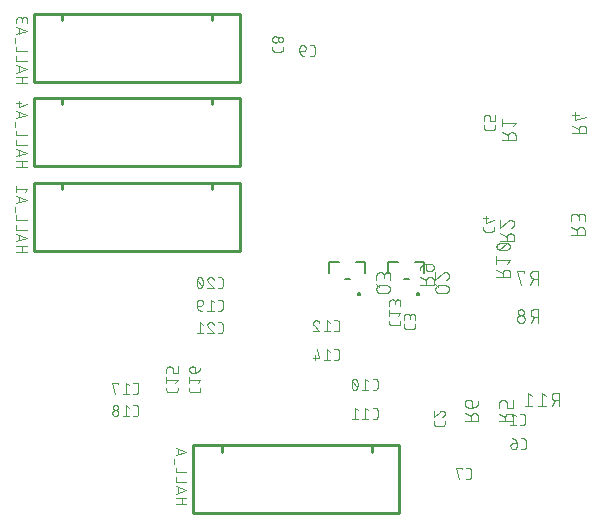
<source format=gbr>
G04 EAGLE Gerber RS-274X export*
G75*
%MOMM*%
%FSLAX34Y34*%
%LPD*%
%INSilkscreen Bottom*%
%IPPOS*%
%AMOC8*
5,1,8,0,0,1.08239X$1,22.5*%
G01*
%ADD10C,0.254000*%
%ADD11C,0.101600*%
%ADD12C,0.076200*%
%ADD13C,0.127000*%
%ADD14C,0.200000*%


D10*
X450575Y518950D02*
X450575Y461450D01*
X276575Y461450D01*
X276575Y518950D01*
X450575Y518950D01*
X300575Y518375D02*
X300575Y513375D01*
X427575Y513375D02*
X427575Y518375D01*
D11*
X270517Y468922D02*
X261373Y468922D01*
X266453Y468922D02*
X266453Y474002D01*
X270517Y474002D02*
X261373Y474002D01*
X261373Y477862D02*
X270517Y480910D01*
X261373Y483958D01*
X263659Y483196D02*
X263659Y478624D01*
X261373Y487840D02*
X270517Y487840D01*
X261373Y487840D02*
X261373Y491904D01*
X261373Y495764D02*
X270517Y495764D01*
X261373Y495764D02*
X261373Y499828D01*
X260357Y502957D02*
X260357Y507021D01*
X261373Y510171D02*
X270517Y513219D01*
X261373Y516267D01*
X263659Y515505D02*
X263659Y510933D01*
X535253Y539141D02*
X546937Y539141D01*
X546937Y542387D01*
X546935Y542500D01*
X546929Y542613D01*
X546919Y542726D01*
X546905Y542839D01*
X546888Y542951D01*
X546866Y543062D01*
X546841Y543172D01*
X546811Y543282D01*
X546778Y543390D01*
X546741Y543497D01*
X546701Y543603D01*
X546656Y543707D01*
X546608Y543810D01*
X546557Y543911D01*
X546502Y544010D01*
X546444Y544107D01*
X546382Y544202D01*
X546317Y544295D01*
X546249Y544385D01*
X546178Y544473D01*
X546103Y544559D01*
X546026Y544642D01*
X545946Y544722D01*
X545863Y544799D01*
X545777Y544874D01*
X545689Y544945D01*
X545599Y545013D01*
X545506Y545078D01*
X545411Y545140D01*
X545314Y545198D01*
X545215Y545253D01*
X545114Y545304D01*
X545011Y545352D01*
X544907Y545397D01*
X544801Y545437D01*
X544694Y545474D01*
X544586Y545507D01*
X544476Y545537D01*
X544366Y545562D01*
X544255Y545584D01*
X544143Y545601D01*
X544030Y545615D01*
X543917Y545625D01*
X543804Y545631D01*
X543691Y545633D01*
X543578Y545631D01*
X543465Y545625D01*
X543352Y545615D01*
X543239Y545601D01*
X543127Y545584D01*
X543016Y545562D01*
X542906Y545537D01*
X542796Y545507D01*
X542688Y545474D01*
X542581Y545437D01*
X542475Y545397D01*
X542371Y545352D01*
X542268Y545304D01*
X542167Y545253D01*
X542068Y545198D01*
X541971Y545140D01*
X541876Y545078D01*
X541783Y545013D01*
X541693Y544945D01*
X541605Y544874D01*
X541519Y544799D01*
X541436Y544722D01*
X541356Y544642D01*
X541279Y544559D01*
X541204Y544473D01*
X541133Y544385D01*
X541065Y544295D01*
X541000Y544202D01*
X540938Y544107D01*
X540880Y544010D01*
X540825Y543911D01*
X540774Y543810D01*
X540726Y543707D01*
X540681Y543603D01*
X540641Y543497D01*
X540604Y543390D01*
X540571Y543282D01*
X540541Y543172D01*
X540516Y543062D01*
X540494Y542951D01*
X540477Y542839D01*
X540463Y542726D01*
X540453Y542613D01*
X540447Y542500D01*
X540445Y542387D01*
X540446Y542387D02*
X540446Y539141D01*
X540446Y543036D02*
X535253Y545632D01*
X535253Y550497D02*
X535253Y554392D01*
X535255Y554491D01*
X535261Y554591D01*
X535270Y554690D01*
X535283Y554788D01*
X535300Y554886D01*
X535321Y554984D01*
X535346Y555080D01*
X535374Y555175D01*
X535406Y555269D01*
X535441Y555362D01*
X535480Y555454D01*
X535523Y555544D01*
X535568Y555632D01*
X535618Y555719D01*
X535670Y555803D01*
X535726Y555886D01*
X535784Y555966D01*
X535846Y556044D01*
X535911Y556119D01*
X535979Y556192D01*
X536049Y556262D01*
X536122Y556330D01*
X536197Y556395D01*
X536275Y556457D01*
X536355Y556515D01*
X536438Y556571D01*
X536522Y556623D01*
X536609Y556673D01*
X536697Y556718D01*
X536787Y556761D01*
X536879Y556800D01*
X536972Y556835D01*
X537066Y556867D01*
X537161Y556895D01*
X537257Y556920D01*
X537355Y556941D01*
X537453Y556958D01*
X537551Y556971D01*
X537650Y556980D01*
X537750Y556986D01*
X537849Y556988D01*
X539148Y556988D01*
X539247Y556986D01*
X539347Y556980D01*
X539446Y556971D01*
X539544Y556958D01*
X539642Y556941D01*
X539740Y556920D01*
X539836Y556895D01*
X539931Y556867D01*
X540025Y556835D01*
X540118Y556800D01*
X540210Y556761D01*
X540300Y556718D01*
X540388Y556673D01*
X540475Y556623D01*
X540559Y556571D01*
X540642Y556515D01*
X540722Y556457D01*
X540800Y556395D01*
X540875Y556330D01*
X540948Y556262D01*
X541018Y556192D01*
X541086Y556119D01*
X541151Y556044D01*
X541213Y555966D01*
X541271Y555886D01*
X541327Y555803D01*
X541379Y555719D01*
X541429Y555632D01*
X541474Y555544D01*
X541517Y555454D01*
X541556Y555362D01*
X541591Y555269D01*
X541623Y555175D01*
X541651Y555080D01*
X541676Y554984D01*
X541697Y554886D01*
X541714Y554788D01*
X541727Y554690D01*
X541736Y554591D01*
X541742Y554491D01*
X541744Y554392D01*
X541744Y550497D01*
X546937Y550497D01*
X546937Y556988D01*
X517854Y539343D02*
X506170Y539343D01*
X517854Y539343D02*
X517854Y542589D01*
X517852Y542702D01*
X517846Y542815D01*
X517836Y542928D01*
X517822Y543041D01*
X517805Y543153D01*
X517783Y543264D01*
X517758Y543374D01*
X517728Y543484D01*
X517695Y543592D01*
X517658Y543699D01*
X517618Y543805D01*
X517573Y543909D01*
X517525Y544012D01*
X517474Y544113D01*
X517419Y544212D01*
X517361Y544309D01*
X517299Y544404D01*
X517234Y544497D01*
X517166Y544587D01*
X517095Y544675D01*
X517020Y544761D01*
X516943Y544844D01*
X516863Y544924D01*
X516780Y545001D01*
X516694Y545076D01*
X516606Y545147D01*
X516516Y545215D01*
X516423Y545280D01*
X516328Y545342D01*
X516231Y545400D01*
X516132Y545455D01*
X516031Y545506D01*
X515928Y545554D01*
X515824Y545599D01*
X515718Y545639D01*
X515611Y545676D01*
X515503Y545709D01*
X515393Y545739D01*
X515283Y545764D01*
X515172Y545786D01*
X515060Y545803D01*
X514947Y545817D01*
X514834Y545827D01*
X514721Y545833D01*
X514608Y545835D01*
X514495Y545833D01*
X514382Y545827D01*
X514269Y545817D01*
X514156Y545803D01*
X514044Y545786D01*
X513933Y545764D01*
X513823Y545739D01*
X513713Y545709D01*
X513605Y545676D01*
X513498Y545639D01*
X513392Y545599D01*
X513288Y545554D01*
X513185Y545506D01*
X513084Y545455D01*
X512985Y545400D01*
X512888Y545342D01*
X512793Y545280D01*
X512700Y545215D01*
X512610Y545147D01*
X512522Y545076D01*
X512436Y545001D01*
X512353Y544924D01*
X512273Y544844D01*
X512196Y544761D01*
X512121Y544675D01*
X512050Y544587D01*
X511982Y544497D01*
X511917Y544404D01*
X511855Y544309D01*
X511797Y544212D01*
X511742Y544113D01*
X511691Y544012D01*
X511643Y543909D01*
X511598Y543805D01*
X511558Y543699D01*
X511521Y543592D01*
X511488Y543484D01*
X511458Y543374D01*
X511433Y543264D01*
X511411Y543153D01*
X511394Y543041D01*
X511380Y542928D01*
X511370Y542815D01*
X511364Y542702D01*
X511362Y542589D01*
X511363Y542589D02*
X511363Y539343D01*
X511363Y543238D02*
X506170Y545834D01*
X512661Y550699D02*
X512661Y554594D01*
X512659Y554693D01*
X512653Y554793D01*
X512644Y554892D01*
X512631Y554990D01*
X512614Y555088D01*
X512593Y555186D01*
X512568Y555282D01*
X512540Y555377D01*
X512508Y555471D01*
X512473Y555564D01*
X512434Y555656D01*
X512391Y555746D01*
X512346Y555834D01*
X512296Y555921D01*
X512244Y556005D01*
X512188Y556088D01*
X512130Y556168D01*
X512068Y556246D01*
X512003Y556321D01*
X511935Y556394D01*
X511865Y556464D01*
X511792Y556532D01*
X511717Y556597D01*
X511639Y556659D01*
X511559Y556717D01*
X511476Y556773D01*
X511392Y556825D01*
X511305Y556875D01*
X511217Y556920D01*
X511127Y556963D01*
X511035Y557002D01*
X510942Y557037D01*
X510848Y557069D01*
X510753Y557097D01*
X510657Y557122D01*
X510559Y557143D01*
X510461Y557160D01*
X510363Y557173D01*
X510264Y557182D01*
X510164Y557188D01*
X510065Y557190D01*
X509416Y557190D01*
X509416Y557191D02*
X509303Y557189D01*
X509190Y557183D01*
X509077Y557173D01*
X508964Y557159D01*
X508852Y557142D01*
X508741Y557120D01*
X508631Y557095D01*
X508521Y557065D01*
X508413Y557032D01*
X508306Y556995D01*
X508200Y556955D01*
X508096Y556910D01*
X507993Y556862D01*
X507892Y556811D01*
X507793Y556756D01*
X507696Y556698D01*
X507601Y556636D01*
X507508Y556571D01*
X507418Y556503D01*
X507330Y556432D01*
X507244Y556357D01*
X507161Y556280D01*
X507081Y556200D01*
X507004Y556117D01*
X506929Y556031D01*
X506858Y555943D01*
X506790Y555853D01*
X506725Y555760D01*
X506663Y555665D01*
X506605Y555568D01*
X506550Y555469D01*
X506499Y555368D01*
X506451Y555265D01*
X506406Y555161D01*
X506366Y555055D01*
X506329Y554948D01*
X506296Y554840D01*
X506266Y554730D01*
X506241Y554620D01*
X506219Y554509D01*
X506202Y554397D01*
X506188Y554284D01*
X506178Y554171D01*
X506172Y554058D01*
X506170Y553945D01*
X506172Y553832D01*
X506178Y553719D01*
X506188Y553606D01*
X506202Y553493D01*
X506219Y553381D01*
X506241Y553270D01*
X506266Y553160D01*
X506296Y553050D01*
X506329Y552942D01*
X506366Y552835D01*
X506406Y552729D01*
X506451Y552625D01*
X506499Y552522D01*
X506550Y552421D01*
X506605Y552322D01*
X506663Y552225D01*
X506725Y552130D01*
X506790Y552037D01*
X506858Y551947D01*
X506929Y551859D01*
X507004Y551773D01*
X507081Y551690D01*
X507161Y551610D01*
X507244Y551533D01*
X507330Y551458D01*
X507418Y551387D01*
X507508Y551319D01*
X507601Y551254D01*
X507696Y551192D01*
X507793Y551134D01*
X507892Y551079D01*
X507993Y551028D01*
X508096Y550980D01*
X508200Y550935D01*
X508306Y550895D01*
X508413Y550858D01*
X508521Y550825D01*
X508631Y550795D01*
X508741Y550770D01*
X508852Y550748D01*
X508964Y550731D01*
X509077Y550717D01*
X509190Y550707D01*
X509303Y550701D01*
X509416Y550699D01*
X512661Y550699D01*
X512804Y550701D01*
X512947Y550707D01*
X513090Y550717D01*
X513232Y550731D01*
X513374Y550748D01*
X513516Y550770D01*
X513657Y550795D01*
X513797Y550825D01*
X513936Y550858D01*
X514074Y550895D01*
X514211Y550936D01*
X514347Y550980D01*
X514482Y551029D01*
X514615Y551081D01*
X514747Y551136D01*
X514877Y551196D01*
X515006Y551259D01*
X515133Y551325D01*
X515257Y551395D01*
X515380Y551468D01*
X515501Y551545D01*
X515620Y551625D01*
X515736Y551708D01*
X515851Y551794D01*
X515962Y551883D01*
X516072Y551976D01*
X516178Y552071D01*
X516282Y552170D01*
X516383Y552271D01*
X516482Y552375D01*
X516577Y552481D01*
X516670Y552591D01*
X516759Y552702D01*
X516845Y552817D01*
X516928Y552933D01*
X517008Y553052D01*
X517085Y553173D01*
X517158Y553295D01*
X517228Y553420D01*
X517294Y553547D01*
X517357Y553676D01*
X517417Y553806D01*
X517472Y553938D01*
X517524Y554071D01*
X517573Y554206D01*
X517617Y554342D01*
X517658Y554479D01*
X517695Y554617D01*
X517728Y554756D01*
X517758Y554896D01*
X517783Y555037D01*
X517805Y555179D01*
X517822Y555321D01*
X517836Y555463D01*
X517846Y555606D01*
X517852Y555749D01*
X517854Y555892D01*
D12*
X552993Y535852D02*
X555081Y535852D01*
X555170Y535854D01*
X555258Y535860D01*
X555346Y535869D01*
X555434Y535882D01*
X555521Y535899D01*
X555607Y535919D01*
X555692Y535944D01*
X555777Y535971D01*
X555860Y536003D01*
X555941Y536037D01*
X556021Y536076D01*
X556099Y536117D01*
X556176Y536162D01*
X556250Y536210D01*
X556323Y536261D01*
X556393Y536315D01*
X556460Y536373D01*
X556526Y536433D01*
X556588Y536495D01*
X556648Y536561D01*
X556706Y536628D01*
X556760Y536698D01*
X556811Y536771D01*
X556859Y536845D01*
X556904Y536922D01*
X556945Y537000D01*
X556984Y537080D01*
X557018Y537161D01*
X557050Y537244D01*
X557077Y537329D01*
X557102Y537414D01*
X557122Y537500D01*
X557139Y537587D01*
X557152Y537675D01*
X557161Y537763D01*
X557167Y537851D01*
X557169Y537940D01*
X557170Y537940D02*
X557170Y543162D01*
X557169Y543162D02*
X557167Y543251D01*
X557161Y543339D01*
X557152Y543427D01*
X557139Y543515D01*
X557122Y543602D01*
X557102Y543688D01*
X557077Y543773D01*
X557050Y543858D01*
X557018Y543941D01*
X556984Y544022D01*
X556945Y544102D01*
X556904Y544180D01*
X556859Y544257D01*
X556811Y544331D01*
X556760Y544404D01*
X556706Y544474D01*
X556648Y544541D01*
X556588Y544607D01*
X556526Y544669D01*
X556460Y544729D01*
X556393Y544787D01*
X556323Y544841D01*
X556250Y544892D01*
X556176Y544940D01*
X556099Y544985D01*
X556021Y545026D01*
X555941Y545065D01*
X555860Y545099D01*
X555777Y545131D01*
X555692Y545158D01*
X555607Y545183D01*
X555521Y545203D01*
X555434Y545220D01*
X555346Y545233D01*
X555258Y545242D01*
X555170Y545248D01*
X555081Y545250D01*
X552993Y545250D01*
X549524Y543162D02*
X546914Y545250D01*
X546914Y535852D01*
X549524Y535852D02*
X544303Y535852D01*
X479894Y537247D02*
X479894Y539336D01*
X479894Y537247D02*
X479896Y537158D01*
X479902Y537070D01*
X479911Y536982D01*
X479924Y536894D01*
X479941Y536807D01*
X479961Y536721D01*
X479986Y536636D01*
X480013Y536551D01*
X480045Y536468D01*
X480079Y536387D01*
X480118Y536307D01*
X480159Y536229D01*
X480204Y536152D01*
X480252Y536078D01*
X480303Y536005D01*
X480357Y535935D01*
X480415Y535868D01*
X480475Y535802D01*
X480537Y535740D01*
X480603Y535680D01*
X480670Y535622D01*
X480740Y535568D01*
X480813Y535517D01*
X480887Y535469D01*
X480964Y535424D01*
X481042Y535383D01*
X481122Y535344D01*
X481203Y535310D01*
X481286Y535278D01*
X481371Y535251D01*
X481456Y535226D01*
X481542Y535206D01*
X481629Y535189D01*
X481717Y535176D01*
X481805Y535167D01*
X481893Y535161D01*
X481982Y535159D01*
X487204Y535159D01*
X487295Y535161D01*
X487386Y535167D01*
X487477Y535177D01*
X487567Y535191D01*
X487656Y535208D01*
X487744Y535230D01*
X487832Y535256D01*
X487918Y535285D01*
X488003Y535318D01*
X488086Y535355D01*
X488168Y535395D01*
X488248Y535439D01*
X488326Y535486D01*
X488402Y535537D01*
X488475Y535590D01*
X488546Y535647D01*
X488615Y535708D01*
X488680Y535771D01*
X488743Y535836D01*
X488803Y535905D01*
X488861Y535976D01*
X488914Y536049D01*
X488965Y536125D01*
X489012Y536203D01*
X489056Y536283D01*
X489096Y536365D01*
X489133Y536448D01*
X489166Y536533D01*
X489195Y536619D01*
X489221Y536707D01*
X489243Y536795D01*
X489260Y536884D01*
X489274Y536974D01*
X489284Y537065D01*
X489290Y537156D01*
X489292Y537247D01*
X489292Y539336D01*
X489293Y545676D02*
X489291Y545771D01*
X489285Y545865D01*
X489276Y545959D01*
X489263Y546053D01*
X489246Y546146D01*
X489225Y546238D01*
X489200Y546330D01*
X489172Y546420D01*
X489140Y546509D01*
X489105Y546597D01*
X489066Y546683D01*
X489024Y546768D01*
X488978Y546851D01*
X488929Y546932D01*
X488877Y547011D01*
X488822Y547088D01*
X488763Y547162D01*
X488702Y547234D01*
X488638Y547304D01*
X488571Y547371D01*
X488501Y547435D01*
X488429Y547496D01*
X488355Y547555D01*
X488278Y547610D01*
X488199Y547662D01*
X488118Y547711D01*
X488035Y547757D01*
X487950Y547799D01*
X487864Y547838D01*
X487776Y547873D01*
X487687Y547905D01*
X487597Y547933D01*
X487505Y547958D01*
X487413Y547979D01*
X487320Y547996D01*
X487226Y548009D01*
X487132Y548018D01*
X487038Y548024D01*
X486943Y548026D01*
X489292Y545676D02*
X489290Y545568D01*
X489284Y545459D01*
X489274Y545351D01*
X489261Y545244D01*
X489243Y545137D01*
X489222Y545030D01*
X489197Y544925D01*
X489168Y544820D01*
X489136Y544717D01*
X489099Y544615D01*
X489059Y544514D01*
X489016Y544415D01*
X488969Y544317D01*
X488918Y544221D01*
X488864Y544127D01*
X488807Y544035D01*
X488746Y543945D01*
X488682Y543857D01*
X488616Y543772D01*
X488546Y543689D01*
X488473Y543609D01*
X488397Y543531D01*
X488319Y543456D01*
X488238Y543384D01*
X488154Y543315D01*
X488068Y543249D01*
X487980Y543186D01*
X487889Y543127D01*
X487797Y543070D01*
X487702Y543017D01*
X487606Y542968D01*
X487507Y542922D01*
X487408Y542879D01*
X487306Y542840D01*
X487204Y542805D01*
X485115Y547243D02*
X485184Y547312D01*
X485255Y547378D01*
X485328Y547442D01*
X485404Y547503D01*
X485483Y547561D01*
X485563Y547615D01*
X485646Y547667D01*
X485730Y547715D01*
X485816Y547761D01*
X485904Y547802D01*
X485994Y547841D01*
X486085Y547876D01*
X486177Y547907D01*
X486270Y547935D01*
X486364Y547959D01*
X486459Y547979D01*
X486555Y547996D01*
X486652Y548009D01*
X486749Y548018D01*
X486846Y548024D01*
X486943Y548026D01*
X485115Y547243D02*
X479894Y542805D01*
X479894Y548026D01*
X454875Y619262D02*
X454875Y621350D01*
X454875Y619262D02*
X454877Y619173D01*
X454883Y619085D01*
X454892Y618997D01*
X454905Y618909D01*
X454922Y618822D01*
X454942Y618736D01*
X454967Y618651D01*
X454994Y618566D01*
X455026Y618483D01*
X455060Y618402D01*
X455099Y618322D01*
X455140Y618244D01*
X455185Y618167D01*
X455233Y618093D01*
X455284Y618020D01*
X455338Y617950D01*
X455396Y617883D01*
X455456Y617817D01*
X455518Y617755D01*
X455584Y617695D01*
X455651Y617637D01*
X455721Y617583D01*
X455794Y617532D01*
X455868Y617484D01*
X455945Y617439D01*
X456023Y617398D01*
X456103Y617359D01*
X456184Y617325D01*
X456267Y617293D01*
X456352Y617266D01*
X456437Y617241D01*
X456523Y617221D01*
X456610Y617204D01*
X456698Y617191D01*
X456786Y617182D01*
X456874Y617176D01*
X456963Y617174D01*
X456963Y617173D02*
X462185Y617173D01*
X462185Y617174D02*
X462276Y617176D01*
X462367Y617182D01*
X462458Y617192D01*
X462548Y617206D01*
X462637Y617223D01*
X462725Y617245D01*
X462813Y617271D01*
X462899Y617300D01*
X462984Y617333D01*
X463067Y617370D01*
X463149Y617410D01*
X463229Y617454D01*
X463307Y617501D01*
X463383Y617552D01*
X463456Y617605D01*
X463527Y617662D01*
X463596Y617723D01*
X463661Y617786D01*
X463724Y617851D01*
X463784Y617920D01*
X463842Y617991D01*
X463895Y618064D01*
X463946Y618140D01*
X463993Y618218D01*
X464037Y618298D01*
X464077Y618380D01*
X464114Y618463D01*
X464147Y618548D01*
X464176Y618634D01*
X464202Y618722D01*
X464224Y618810D01*
X464241Y618899D01*
X464255Y618989D01*
X464265Y619080D01*
X464271Y619171D01*
X464273Y619262D01*
X464273Y621350D01*
X454875Y624819D02*
X454875Y627429D01*
X454877Y627530D01*
X454883Y627631D01*
X454893Y627732D01*
X454906Y627832D01*
X454924Y627932D01*
X454945Y628031D01*
X454971Y628129D01*
X455000Y628226D01*
X455032Y628322D01*
X455069Y628416D01*
X455109Y628509D01*
X455153Y628601D01*
X455200Y628690D01*
X455251Y628778D01*
X455305Y628864D01*
X455362Y628947D01*
X455422Y629029D01*
X455486Y629107D01*
X455552Y629184D01*
X455622Y629257D01*
X455694Y629328D01*
X455769Y629396D01*
X455847Y629461D01*
X455927Y629523D01*
X456009Y629582D01*
X456094Y629638D01*
X456181Y629690D01*
X456269Y629739D01*
X456360Y629785D01*
X456452Y629826D01*
X456546Y629865D01*
X456641Y629899D01*
X456737Y629930D01*
X456835Y629957D01*
X456933Y629981D01*
X457033Y630000D01*
X457133Y630016D01*
X457233Y630028D01*
X457334Y630036D01*
X457435Y630040D01*
X457537Y630040D01*
X457638Y630036D01*
X457739Y630028D01*
X457839Y630016D01*
X457939Y630000D01*
X458039Y629981D01*
X458137Y629957D01*
X458235Y629930D01*
X458331Y629899D01*
X458426Y629865D01*
X458520Y629826D01*
X458612Y629785D01*
X458703Y629739D01*
X458792Y629690D01*
X458878Y629638D01*
X458963Y629582D01*
X459045Y629523D01*
X459125Y629461D01*
X459203Y629396D01*
X459278Y629328D01*
X459350Y629257D01*
X459420Y629184D01*
X459486Y629107D01*
X459550Y629029D01*
X459610Y628947D01*
X459667Y628864D01*
X459721Y628778D01*
X459772Y628690D01*
X459819Y628601D01*
X459863Y628509D01*
X459903Y628416D01*
X459940Y628322D01*
X459972Y628226D01*
X460001Y628129D01*
X460027Y628031D01*
X460048Y627932D01*
X460066Y627832D01*
X460079Y627732D01*
X460089Y627631D01*
X460095Y627530D01*
X460097Y627429D01*
X464273Y627952D02*
X464273Y624819D01*
X464273Y627952D02*
X464271Y628042D01*
X464265Y628131D01*
X464256Y628221D01*
X464242Y628310D01*
X464225Y628398D01*
X464204Y628485D01*
X464179Y628572D01*
X464150Y628657D01*
X464118Y628741D01*
X464083Y628823D01*
X464043Y628904D01*
X464001Y628983D01*
X463955Y629060D01*
X463905Y629135D01*
X463853Y629208D01*
X463797Y629279D01*
X463739Y629347D01*
X463677Y629412D01*
X463613Y629475D01*
X463546Y629535D01*
X463477Y629592D01*
X463405Y629646D01*
X463331Y629697D01*
X463255Y629745D01*
X463177Y629789D01*
X463097Y629830D01*
X463015Y629868D01*
X462932Y629902D01*
X462847Y629932D01*
X462761Y629959D01*
X462675Y629982D01*
X462587Y630001D01*
X462498Y630016D01*
X462409Y630028D01*
X462320Y630036D01*
X462230Y630040D01*
X462140Y630040D01*
X462050Y630036D01*
X461961Y630028D01*
X461872Y630016D01*
X461783Y630001D01*
X461695Y629982D01*
X461609Y629959D01*
X461523Y629932D01*
X461438Y629902D01*
X461355Y629868D01*
X461273Y629830D01*
X461193Y629789D01*
X461115Y629745D01*
X461039Y629697D01*
X460965Y629646D01*
X460893Y629592D01*
X460824Y629535D01*
X460757Y629475D01*
X460693Y629412D01*
X460631Y629347D01*
X460573Y629279D01*
X460517Y629208D01*
X460465Y629135D01*
X460415Y629060D01*
X460369Y628983D01*
X460327Y628904D01*
X460287Y628823D01*
X460252Y628741D01*
X460220Y628657D01*
X460191Y628572D01*
X460166Y628485D01*
X460145Y628398D01*
X460128Y628310D01*
X460114Y628221D01*
X460105Y628131D01*
X460099Y628042D01*
X460097Y627952D01*
X460096Y627952D02*
X460096Y625863D01*
D11*
X568172Y654633D02*
X568172Y666317D01*
X564926Y666317D01*
X564813Y666315D01*
X564700Y666309D01*
X564587Y666299D01*
X564474Y666285D01*
X564362Y666268D01*
X564251Y666246D01*
X564141Y666221D01*
X564031Y666191D01*
X563923Y666158D01*
X563816Y666121D01*
X563710Y666081D01*
X563606Y666036D01*
X563503Y665988D01*
X563402Y665937D01*
X563303Y665882D01*
X563206Y665824D01*
X563111Y665762D01*
X563018Y665697D01*
X562928Y665629D01*
X562840Y665558D01*
X562754Y665483D01*
X562671Y665406D01*
X562591Y665326D01*
X562514Y665243D01*
X562439Y665157D01*
X562368Y665069D01*
X562300Y664979D01*
X562235Y664886D01*
X562173Y664791D01*
X562115Y664694D01*
X562060Y664595D01*
X562009Y664494D01*
X561961Y664391D01*
X561916Y664287D01*
X561876Y664181D01*
X561839Y664074D01*
X561806Y663966D01*
X561776Y663856D01*
X561751Y663746D01*
X561729Y663635D01*
X561712Y663523D01*
X561698Y663410D01*
X561688Y663297D01*
X561682Y663184D01*
X561680Y663071D01*
X561682Y662958D01*
X561688Y662845D01*
X561698Y662732D01*
X561712Y662619D01*
X561729Y662507D01*
X561751Y662396D01*
X561776Y662286D01*
X561806Y662176D01*
X561839Y662068D01*
X561876Y661961D01*
X561916Y661855D01*
X561961Y661751D01*
X562009Y661648D01*
X562060Y661547D01*
X562115Y661448D01*
X562173Y661351D01*
X562235Y661256D01*
X562300Y661163D01*
X562368Y661073D01*
X562439Y660985D01*
X562514Y660899D01*
X562591Y660816D01*
X562671Y660736D01*
X562754Y660659D01*
X562840Y660584D01*
X562928Y660513D01*
X563018Y660445D01*
X563111Y660380D01*
X563206Y660318D01*
X563303Y660260D01*
X563402Y660205D01*
X563503Y660154D01*
X563606Y660106D01*
X563710Y660061D01*
X563816Y660021D01*
X563923Y659984D01*
X564031Y659951D01*
X564141Y659921D01*
X564251Y659896D01*
X564362Y659874D01*
X564474Y659857D01*
X564587Y659843D01*
X564700Y659833D01*
X564813Y659827D01*
X564926Y659825D01*
X564926Y659826D02*
X568172Y659826D01*
X564277Y659826D02*
X561681Y654633D01*
X556816Y665019D02*
X556816Y666317D01*
X550325Y666317D01*
X553570Y654633D01*
X568405Y633944D02*
X568405Y622260D01*
X568405Y633944D02*
X565160Y633944D01*
X565160Y633945D02*
X565047Y633943D01*
X564934Y633937D01*
X564821Y633927D01*
X564708Y633913D01*
X564596Y633896D01*
X564485Y633874D01*
X564375Y633849D01*
X564265Y633819D01*
X564157Y633786D01*
X564050Y633749D01*
X563944Y633709D01*
X563840Y633664D01*
X563737Y633616D01*
X563636Y633565D01*
X563537Y633510D01*
X563440Y633452D01*
X563345Y633390D01*
X563252Y633325D01*
X563162Y633257D01*
X563074Y633186D01*
X562988Y633111D01*
X562905Y633034D01*
X562825Y632954D01*
X562748Y632871D01*
X562673Y632785D01*
X562602Y632697D01*
X562534Y632607D01*
X562469Y632514D01*
X562407Y632419D01*
X562349Y632322D01*
X562294Y632223D01*
X562243Y632122D01*
X562195Y632019D01*
X562150Y631915D01*
X562110Y631809D01*
X562073Y631702D01*
X562040Y631594D01*
X562010Y631484D01*
X561985Y631374D01*
X561963Y631263D01*
X561946Y631151D01*
X561932Y631038D01*
X561922Y630925D01*
X561916Y630812D01*
X561914Y630699D01*
X561916Y630586D01*
X561922Y630473D01*
X561932Y630360D01*
X561946Y630247D01*
X561963Y630135D01*
X561985Y630024D01*
X562010Y629914D01*
X562040Y629804D01*
X562073Y629696D01*
X562110Y629589D01*
X562150Y629483D01*
X562195Y629379D01*
X562243Y629276D01*
X562294Y629175D01*
X562349Y629076D01*
X562407Y628979D01*
X562469Y628884D01*
X562534Y628791D01*
X562602Y628701D01*
X562673Y628613D01*
X562748Y628527D01*
X562825Y628444D01*
X562905Y628364D01*
X562988Y628287D01*
X563074Y628212D01*
X563162Y628141D01*
X563252Y628073D01*
X563345Y628008D01*
X563440Y627946D01*
X563537Y627888D01*
X563636Y627833D01*
X563737Y627782D01*
X563840Y627734D01*
X563944Y627689D01*
X564050Y627649D01*
X564157Y627612D01*
X564265Y627579D01*
X564375Y627549D01*
X564485Y627524D01*
X564596Y627502D01*
X564708Y627485D01*
X564821Y627471D01*
X564934Y627461D01*
X565047Y627455D01*
X565160Y627453D01*
X568405Y627453D01*
X564511Y627453D02*
X561914Y622260D01*
X557049Y625506D02*
X557047Y625619D01*
X557041Y625732D01*
X557031Y625845D01*
X557017Y625958D01*
X557000Y626070D01*
X556978Y626181D01*
X556953Y626291D01*
X556923Y626401D01*
X556890Y626509D01*
X556853Y626616D01*
X556813Y626722D01*
X556768Y626826D01*
X556720Y626929D01*
X556669Y627030D01*
X556614Y627129D01*
X556556Y627226D01*
X556494Y627321D01*
X556429Y627414D01*
X556361Y627504D01*
X556290Y627592D01*
X556215Y627678D01*
X556138Y627761D01*
X556058Y627841D01*
X555975Y627918D01*
X555889Y627993D01*
X555801Y628064D01*
X555711Y628132D01*
X555618Y628197D01*
X555523Y628259D01*
X555426Y628317D01*
X555327Y628372D01*
X555226Y628423D01*
X555123Y628471D01*
X555019Y628516D01*
X554913Y628556D01*
X554806Y628593D01*
X554698Y628626D01*
X554588Y628656D01*
X554478Y628681D01*
X554367Y628703D01*
X554255Y628720D01*
X554142Y628734D01*
X554029Y628744D01*
X553916Y628750D01*
X553803Y628752D01*
X553690Y628750D01*
X553577Y628744D01*
X553464Y628734D01*
X553351Y628720D01*
X553239Y628703D01*
X553128Y628681D01*
X553018Y628656D01*
X552908Y628626D01*
X552800Y628593D01*
X552693Y628556D01*
X552587Y628516D01*
X552483Y628471D01*
X552380Y628423D01*
X552279Y628372D01*
X552180Y628317D01*
X552083Y628259D01*
X551988Y628197D01*
X551895Y628132D01*
X551805Y628064D01*
X551717Y627993D01*
X551631Y627918D01*
X551548Y627841D01*
X551468Y627761D01*
X551391Y627678D01*
X551316Y627592D01*
X551245Y627504D01*
X551177Y627414D01*
X551112Y627321D01*
X551050Y627226D01*
X550992Y627129D01*
X550937Y627030D01*
X550886Y626929D01*
X550838Y626826D01*
X550793Y626722D01*
X550753Y626616D01*
X550716Y626509D01*
X550683Y626401D01*
X550653Y626291D01*
X550628Y626181D01*
X550606Y626070D01*
X550589Y625958D01*
X550575Y625845D01*
X550565Y625732D01*
X550559Y625619D01*
X550557Y625506D01*
X550559Y625393D01*
X550565Y625280D01*
X550575Y625167D01*
X550589Y625054D01*
X550606Y624942D01*
X550628Y624831D01*
X550653Y624721D01*
X550683Y624611D01*
X550716Y624503D01*
X550753Y624396D01*
X550793Y624290D01*
X550838Y624186D01*
X550886Y624083D01*
X550937Y623982D01*
X550992Y623883D01*
X551050Y623786D01*
X551112Y623691D01*
X551177Y623598D01*
X551245Y623508D01*
X551316Y623420D01*
X551391Y623334D01*
X551468Y623251D01*
X551548Y623171D01*
X551631Y623094D01*
X551717Y623019D01*
X551805Y622948D01*
X551895Y622880D01*
X551988Y622815D01*
X552083Y622753D01*
X552180Y622695D01*
X552279Y622640D01*
X552380Y622589D01*
X552483Y622541D01*
X552587Y622496D01*
X552693Y622456D01*
X552800Y622419D01*
X552908Y622386D01*
X553018Y622356D01*
X553128Y622331D01*
X553239Y622309D01*
X553351Y622292D01*
X553464Y622278D01*
X553577Y622268D01*
X553690Y622262D01*
X553803Y622260D01*
X553916Y622262D01*
X554029Y622268D01*
X554142Y622278D01*
X554255Y622292D01*
X554367Y622309D01*
X554478Y622331D01*
X554588Y622356D01*
X554698Y622386D01*
X554806Y622419D01*
X554913Y622456D01*
X555019Y622496D01*
X555123Y622541D01*
X555226Y622589D01*
X555327Y622640D01*
X555426Y622695D01*
X555523Y622753D01*
X555618Y622815D01*
X555711Y622880D01*
X555801Y622948D01*
X555889Y623019D01*
X555975Y623094D01*
X556058Y623171D01*
X556138Y623251D01*
X556215Y623334D01*
X556290Y623420D01*
X556361Y623508D01*
X556429Y623598D01*
X556494Y623691D01*
X556556Y623786D01*
X556614Y623883D01*
X556669Y623982D01*
X556720Y624083D01*
X556768Y624186D01*
X556813Y624290D01*
X556853Y624396D01*
X556890Y624503D01*
X556923Y624611D01*
X556953Y624721D01*
X556978Y624831D01*
X557000Y624942D01*
X557017Y625054D01*
X557031Y625167D01*
X557041Y625280D01*
X557047Y625393D01*
X557049Y625506D01*
X556399Y631348D02*
X556397Y631449D01*
X556391Y631549D01*
X556381Y631649D01*
X556368Y631749D01*
X556350Y631848D01*
X556329Y631947D01*
X556304Y632044D01*
X556275Y632141D01*
X556242Y632236D01*
X556206Y632330D01*
X556166Y632422D01*
X556123Y632513D01*
X556076Y632602D01*
X556026Y632689D01*
X555972Y632775D01*
X555915Y632858D01*
X555855Y632938D01*
X555792Y633017D01*
X555725Y633093D01*
X555656Y633166D01*
X555584Y633236D01*
X555510Y633304D01*
X555433Y633369D01*
X555353Y633430D01*
X555271Y633489D01*
X555187Y633544D01*
X555101Y633596D01*
X555013Y633645D01*
X554923Y633690D01*
X554831Y633732D01*
X554738Y633770D01*
X554643Y633804D01*
X554548Y633835D01*
X554451Y633862D01*
X554353Y633885D01*
X554254Y633905D01*
X554154Y633920D01*
X554054Y633932D01*
X553954Y633940D01*
X553853Y633944D01*
X553753Y633944D01*
X553652Y633940D01*
X553552Y633932D01*
X553452Y633920D01*
X553352Y633905D01*
X553253Y633885D01*
X553155Y633862D01*
X553058Y633835D01*
X552963Y633804D01*
X552868Y633770D01*
X552775Y633732D01*
X552683Y633690D01*
X552593Y633645D01*
X552505Y633596D01*
X552419Y633544D01*
X552335Y633489D01*
X552253Y633430D01*
X552173Y633369D01*
X552096Y633304D01*
X552022Y633236D01*
X551950Y633166D01*
X551881Y633093D01*
X551814Y633017D01*
X551751Y632938D01*
X551691Y632858D01*
X551634Y632775D01*
X551580Y632689D01*
X551530Y632602D01*
X551483Y632513D01*
X551440Y632422D01*
X551400Y632330D01*
X551364Y632236D01*
X551331Y632141D01*
X551302Y632044D01*
X551277Y631947D01*
X551256Y631848D01*
X551238Y631749D01*
X551225Y631649D01*
X551215Y631549D01*
X551209Y631449D01*
X551207Y631348D01*
X551209Y631247D01*
X551215Y631147D01*
X551225Y631047D01*
X551238Y630947D01*
X551256Y630848D01*
X551277Y630749D01*
X551302Y630652D01*
X551331Y630555D01*
X551364Y630460D01*
X551400Y630366D01*
X551440Y630274D01*
X551483Y630183D01*
X551530Y630094D01*
X551580Y630007D01*
X551634Y629921D01*
X551691Y629838D01*
X551751Y629758D01*
X551814Y629679D01*
X551881Y629603D01*
X551950Y629530D01*
X552022Y629460D01*
X552096Y629392D01*
X552173Y629327D01*
X552253Y629266D01*
X552335Y629207D01*
X552419Y629152D01*
X552505Y629100D01*
X552593Y629051D01*
X552683Y629006D01*
X552775Y628964D01*
X552868Y628926D01*
X552963Y628892D01*
X553058Y628861D01*
X553155Y628834D01*
X553253Y628811D01*
X553352Y628791D01*
X553452Y628776D01*
X553552Y628764D01*
X553652Y628756D01*
X553753Y628752D01*
X553853Y628752D01*
X553954Y628756D01*
X554054Y628764D01*
X554154Y628776D01*
X554254Y628791D01*
X554353Y628811D01*
X554451Y628834D01*
X554548Y628861D01*
X554643Y628892D01*
X554738Y628926D01*
X554831Y628964D01*
X554923Y629006D01*
X555013Y629051D01*
X555101Y629100D01*
X555187Y629152D01*
X555271Y629207D01*
X555353Y629266D01*
X555433Y629327D01*
X555510Y629392D01*
X555584Y629460D01*
X555656Y629530D01*
X555725Y629603D01*
X555792Y629679D01*
X555855Y629758D01*
X555915Y629838D01*
X555972Y629921D01*
X556026Y630007D01*
X556076Y630094D01*
X556123Y630183D01*
X556166Y630274D01*
X556206Y630366D01*
X556242Y630460D01*
X556275Y630555D01*
X556304Y630652D01*
X556329Y630749D01*
X556350Y630848D01*
X556368Y630947D01*
X556381Y631047D01*
X556391Y631147D01*
X556397Y631247D01*
X556399Y631348D01*
X549402Y777300D02*
X537718Y777300D01*
X549402Y777300D02*
X549402Y780545D01*
X549400Y780658D01*
X549394Y780771D01*
X549384Y780884D01*
X549370Y780997D01*
X549353Y781109D01*
X549331Y781220D01*
X549306Y781330D01*
X549276Y781440D01*
X549243Y781548D01*
X549206Y781655D01*
X549166Y781761D01*
X549121Y781865D01*
X549073Y781968D01*
X549022Y782069D01*
X548967Y782168D01*
X548909Y782265D01*
X548847Y782360D01*
X548782Y782453D01*
X548714Y782543D01*
X548643Y782631D01*
X548568Y782717D01*
X548491Y782800D01*
X548411Y782880D01*
X548328Y782957D01*
X548242Y783032D01*
X548154Y783103D01*
X548064Y783171D01*
X547971Y783236D01*
X547876Y783298D01*
X547779Y783356D01*
X547680Y783411D01*
X547579Y783462D01*
X547476Y783510D01*
X547372Y783555D01*
X547266Y783595D01*
X547159Y783632D01*
X547051Y783665D01*
X546941Y783695D01*
X546831Y783720D01*
X546720Y783742D01*
X546608Y783759D01*
X546495Y783773D01*
X546382Y783783D01*
X546269Y783789D01*
X546156Y783791D01*
X546043Y783789D01*
X545930Y783783D01*
X545817Y783773D01*
X545704Y783759D01*
X545592Y783742D01*
X545481Y783720D01*
X545371Y783695D01*
X545261Y783665D01*
X545153Y783632D01*
X545046Y783595D01*
X544940Y783555D01*
X544836Y783510D01*
X544733Y783462D01*
X544632Y783411D01*
X544533Y783356D01*
X544436Y783298D01*
X544341Y783236D01*
X544248Y783171D01*
X544158Y783103D01*
X544070Y783032D01*
X543984Y782957D01*
X543901Y782880D01*
X543821Y782800D01*
X543744Y782717D01*
X543669Y782631D01*
X543598Y782543D01*
X543530Y782453D01*
X543465Y782360D01*
X543403Y782265D01*
X543345Y782168D01*
X543290Y782069D01*
X543239Y781968D01*
X543191Y781865D01*
X543146Y781761D01*
X543106Y781655D01*
X543069Y781548D01*
X543036Y781440D01*
X543006Y781330D01*
X542981Y781220D01*
X542959Y781109D01*
X542942Y780997D01*
X542928Y780884D01*
X542918Y780771D01*
X542912Y780658D01*
X542910Y780545D01*
X542911Y780545D02*
X542911Y777300D01*
X542911Y781194D02*
X537718Y783791D01*
X546806Y788656D02*
X549402Y791901D01*
X537718Y791901D01*
X537718Y788656D02*
X537718Y795147D01*
X536448Y691575D02*
X548132Y691575D01*
X548132Y694820D01*
X548130Y694933D01*
X548124Y695046D01*
X548114Y695159D01*
X548100Y695272D01*
X548083Y695384D01*
X548061Y695495D01*
X548036Y695605D01*
X548006Y695715D01*
X547973Y695823D01*
X547936Y695930D01*
X547896Y696036D01*
X547851Y696140D01*
X547803Y696243D01*
X547752Y696344D01*
X547697Y696443D01*
X547639Y696540D01*
X547577Y696635D01*
X547512Y696728D01*
X547444Y696818D01*
X547373Y696906D01*
X547298Y696992D01*
X547221Y697075D01*
X547141Y697155D01*
X547058Y697232D01*
X546972Y697307D01*
X546884Y697378D01*
X546794Y697446D01*
X546701Y697511D01*
X546606Y697573D01*
X546509Y697631D01*
X546410Y697686D01*
X546309Y697737D01*
X546206Y697785D01*
X546102Y697830D01*
X545996Y697870D01*
X545889Y697907D01*
X545781Y697940D01*
X545671Y697970D01*
X545561Y697995D01*
X545450Y698017D01*
X545338Y698034D01*
X545225Y698048D01*
X545112Y698058D01*
X544999Y698064D01*
X544886Y698066D01*
X544773Y698064D01*
X544660Y698058D01*
X544547Y698048D01*
X544434Y698034D01*
X544322Y698017D01*
X544211Y697995D01*
X544101Y697970D01*
X543991Y697940D01*
X543883Y697907D01*
X543776Y697870D01*
X543670Y697830D01*
X543566Y697785D01*
X543463Y697737D01*
X543362Y697686D01*
X543263Y697631D01*
X543166Y697573D01*
X543071Y697511D01*
X542978Y697446D01*
X542888Y697378D01*
X542800Y697307D01*
X542714Y697232D01*
X542631Y697155D01*
X542551Y697075D01*
X542474Y696992D01*
X542399Y696906D01*
X542328Y696818D01*
X542260Y696728D01*
X542195Y696635D01*
X542133Y696540D01*
X542075Y696443D01*
X542020Y696344D01*
X541969Y696243D01*
X541921Y696140D01*
X541876Y696036D01*
X541836Y695930D01*
X541799Y695823D01*
X541766Y695715D01*
X541736Y695605D01*
X541711Y695495D01*
X541689Y695384D01*
X541672Y695272D01*
X541658Y695159D01*
X541648Y695046D01*
X541642Y694933D01*
X541640Y694820D01*
X541641Y694820D02*
X541641Y691575D01*
X541641Y695469D02*
X536448Y698066D01*
X545211Y709422D02*
X545318Y709420D01*
X545424Y709414D01*
X545530Y709404D01*
X545636Y709391D01*
X545742Y709373D01*
X545846Y709352D01*
X545950Y709327D01*
X546053Y709298D01*
X546154Y709266D01*
X546254Y709229D01*
X546353Y709189D01*
X546451Y709146D01*
X546547Y709099D01*
X546641Y709048D01*
X546733Y708994D01*
X546823Y708937D01*
X546911Y708877D01*
X546996Y708813D01*
X547079Y708746D01*
X547160Y708676D01*
X547238Y708604D01*
X547314Y708528D01*
X547386Y708450D01*
X547456Y708369D01*
X547523Y708286D01*
X547587Y708201D01*
X547647Y708113D01*
X547704Y708023D01*
X547758Y707931D01*
X547809Y707837D01*
X547856Y707741D01*
X547899Y707643D01*
X547939Y707544D01*
X547976Y707444D01*
X548008Y707343D01*
X548037Y707240D01*
X548062Y707136D01*
X548083Y707032D01*
X548101Y706926D01*
X548114Y706820D01*
X548124Y706714D01*
X548130Y706608D01*
X548132Y706501D01*
X548130Y706380D01*
X548124Y706259D01*
X548114Y706139D01*
X548101Y706018D01*
X548083Y705899D01*
X548062Y705779D01*
X548037Y705661D01*
X548008Y705544D01*
X547975Y705427D01*
X547939Y705312D01*
X547898Y705198D01*
X547855Y705085D01*
X547807Y704973D01*
X547756Y704864D01*
X547701Y704756D01*
X547643Y704649D01*
X547582Y704545D01*
X547517Y704443D01*
X547449Y704343D01*
X547378Y704245D01*
X547304Y704149D01*
X547227Y704056D01*
X547146Y703966D01*
X547063Y703878D01*
X546977Y703793D01*
X546888Y703710D01*
X546797Y703631D01*
X546703Y703554D01*
X546607Y703481D01*
X546509Y703411D01*
X546408Y703344D01*
X546305Y703280D01*
X546200Y703220D01*
X546093Y703163D01*
X545985Y703109D01*
X545875Y703059D01*
X545763Y703013D01*
X545650Y702970D01*
X545535Y702931D01*
X542939Y708449D02*
X543016Y708528D01*
X543097Y708604D01*
X543180Y708677D01*
X543265Y708747D01*
X543353Y708814D01*
X543443Y708878D01*
X543535Y708938D01*
X543630Y708995D01*
X543726Y709049D01*
X543824Y709100D01*
X543924Y709147D01*
X544026Y709191D01*
X544129Y709231D01*
X544233Y709267D01*
X544339Y709299D01*
X544445Y709328D01*
X544553Y709353D01*
X544661Y709375D01*
X544771Y709392D01*
X544880Y709406D01*
X544990Y709415D01*
X545101Y709421D01*
X545211Y709423D01*
X542939Y708448D02*
X536448Y702931D01*
X536448Y709422D01*
X596138Y697103D02*
X607822Y697103D01*
X607822Y700349D01*
X607820Y700462D01*
X607814Y700575D01*
X607804Y700688D01*
X607790Y700801D01*
X607773Y700913D01*
X607751Y701024D01*
X607726Y701134D01*
X607696Y701244D01*
X607663Y701352D01*
X607626Y701459D01*
X607586Y701565D01*
X607541Y701669D01*
X607493Y701772D01*
X607442Y701873D01*
X607387Y701972D01*
X607329Y702069D01*
X607267Y702164D01*
X607202Y702257D01*
X607134Y702347D01*
X607063Y702435D01*
X606988Y702521D01*
X606911Y702604D01*
X606831Y702684D01*
X606748Y702761D01*
X606662Y702836D01*
X606574Y702907D01*
X606484Y702975D01*
X606391Y703040D01*
X606296Y703102D01*
X606199Y703160D01*
X606100Y703215D01*
X605999Y703266D01*
X605896Y703314D01*
X605792Y703359D01*
X605686Y703399D01*
X605579Y703436D01*
X605471Y703469D01*
X605361Y703499D01*
X605251Y703524D01*
X605140Y703546D01*
X605028Y703563D01*
X604915Y703577D01*
X604802Y703587D01*
X604689Y703593D01*
X604576Y703595D01*
X604463Y703593D01*
X604350Y703587D01*
X604237Y703577D01*
X604124Y703563D01*
X604012Y703546D01*
X603901Y703524D01*
X603791Y703499D01*
X603681Y703469D01*
X603573Y703436D01*
X603466Y703399D01*
X603360Y703359D01*
X603256Y703314D01*
X603153Y703266D01*
X603052Y703215D01*
X602953Y703160D01*
X602856Y703102D01*
X602761Y703040D01*
X602668Y702975D01*
X602578Y702907D01*
X602490Y702836D01*
X602404Y702761D01*
X602321Y702684D01*
X602241Y702604D01*
X602164Y702521D01*
X602089Y702435D01*
X602018Y702347D01*
X601950Y702257D01*
X601885Y702164D01*
X601823Y702069D01*
X601765Y701972D01*
X601710Y701873D01*
X601659Y701772D01*
X601611Y701669D01*
X601566Y701565D01*
X601526Y701459D01*
X601489Y701352D01*
X601456Y701244D01*
X601426Y701134D01*
X601401Y701024D01*
X601379Y700913D01*
X601362Y700801D01*
X601348Y700688D01*
X601338Y700575D01*
X601332Y700462D01*
X601330Y700349D01*
X601331Y700349D02*
X601331Y697103D01*
X601331Y700998D02*
X596138Y703594D01*
X596138Y708459D02*
X596138Y711705D01*
X596140Y711818D01*
X596146Y711931D01*
X596156Y712044D01*
X596170Y712157D01*
X596187Y712269D01*
X596209Y712380D01*
X596234Y712490D01*
X596264Y712600D01*
X596297Y712708D01*
X596334Y712815D01*
X596374Y712921D01*
X596419Y713025D01*
X596467Y713128D01*
X596518Y713229D01*
X596573Y713328D01*
X596631Y713425D01*
X596693Y713520D01*
X596758Y713613D01*
X596826Y713703D01*
X596897Y713791D01*
X596972Y713877D01*
X597049Y713960D01*
X597129Y714040D01*
X597212Y714117D01*
X597298Y714192D01*
X597386Y714263D01*
X597476Y714331D01*
X597569Y714396D01*
X597664Y714458D01*
X597761Y714516D01*
X597860Y714571D01*
X597961Y714622D01*
X598064Y714670D01*
X598168Y714715D01*
X598274Y714755D01*
X598381Y714792D01*
X598489Y714825D01*
X598599Y714855D01*
X598709Y714880D01*
X598820Y714902D01*
X598932Y714919D01*
X599045Y714933D01*
X599158Y714943D01*
X599271Y714949D01*
X599384Y714951D01*
X599497Y714949D01*
X599610Y714943D01*
X599723Y714933D01*
X599836Y714919D01*
X599948Y714902D01*
X600059Y714880D01*
X600169Y714855D01*
X600279Y714825D01*
X600387Y714792D01*
X600494Y714755D01*
X600600Y714715D01*
X600704Y714670D01*
X600807Y714622D01*
X600908Y714571D01*
X601007Y714516D01*
X601104Y714458D01*
X601199Y714396D01*
X601292Y714331D01*
X601382Y714263D01*
X601470Y714192D01*
X601556Y714117D01*
X601639Y714040D01*
X601719Y713960D01*
X601796Y713877D01*
X601871Y713791D01*
X601942Y713703D01*
X602010Y713613D01*
X602075Y713520D01*
X602137Y713425D01*
X602195Y713328D01*
X602250Y713229D01*
X602301Y713128D01*
X602349Y713025D01*
X602394Y712921D01*
X602434Y712815D01*
X602471Y712708D01*
X602504Y712600D01*
X602534Y712490D01*
X602559Y712380D01*
X602581Y712269D01*
X602598Y712157D01*
X602612Y712044D01*
X602622Y711931D01*
X602628Y711818D01*
X602630Y711705D01*
X607822Y712354D02*
X607822Y708459D01*
X607822Y712354D02*
X607820Y712455D01*
X607814Y712555D01*
X607804Y712655D01*
X607791Y712755D01*
X607773Y712854D01*
X607752Y712953D01*
X607727Y713050D01*
X607698Y713147D01*
X607665Y713242D01*
X607629Y713336D01*
X607589Y713428D01*
X607546Y713519D01*
X607499Y713608D01*
X607449Y713695D01*
X607395Y713781D01*
X607338Y713864D01*
X607278Y713944D01*
X607215Y714023D01*
X607148Y714099D01*
X607079Y714172D01*
X607007Y714242D01*
X606933Y714310D01*
X606856Y714375D01*
X606776Y714436D01*
X606694Y714495D01*
X606610Y714550D01*
X606524Y714602D01*
X606436Y714651D01*
X606346Y714696D01*
X606254Y714738D01*
X606161Y714776D01*
X606066Y714810D01*
X605971Y714841D01*
X605874Y714868D01*
X605776Y714891D01*
X605677Y714911D01*
X605577Y714926D01*
X605477Y714938D01*
X605377Y714946D01*
X605276Y714950D01*
X605176Y714950D01*
X605075Y714946D01*
X604975Y714938D01*
X604875Y714926D01*
X604775Y714911D01*
X604676Y714891D01*
X604578Y714868D01*
X604481Y714841D01*
X604386Y714810D01*
X604291Y714776D01*
X604198Y714738D01*
X604106Y714696D01*
X604016Y714651D01*
X603928Y714602D01*
X603842Y714550D01*
X603758Y714495D01*
X603676Y714436D01*
X603596Y714375D01*
X603519Y714310D01*
X603445Y714242D01*
X603373Y714172D01*
X603304Y714099D01*
X603237Y714023D01*
X603174Y713944D01*
X603114Y713864D01*
X603057Y713781D01*
X603003Y713695D01*
X602953Y713608D01*
X602906Y713519D01*
X602863Y713428D01*
X602823Y713336D01*
X602787Y713242D01*
X602754Y713147D01*
X602725Y713050D01*
X602700Y712953D01*
X602679Y712854D01*
X602661Y712755D01*
X602648Y712655D01*
X602638Y712555D01*
X602632Y712455D01*
X602630Y712354D01*
X602629Y712354D02*
X602629Y709758D01*
X597408Y782828D02*
X609092Y782828D01*
X609092Y786074D01*
X609090Y786187D01*
X609084Y786300D01*
X609074Y786413D01*
X609060Y786526D01*
X609043Y786638D01*
X609021Y786749D01*
X608996Y786859D01*
X608966Y786969D01*
X608933Y787077D01*
X608896Y787184D01*
X608856Y787290D01*
X608811Y787394D01*
X608763Y787497D01*
X608712Y787598D01*
X608657Y787697D01*
X608599Y787794D01*
X608537Y787889D01*
X608472Y787982D01*
X608404Y788072D01*
X608333Y788160D01*
X608258Y788246D01*
X608181Y788329D01*
X608101Y788409D01*
X608018Y788486D01*
X607932Y788561D01*
X607844Y788632D01*
X607754Y788700D01*
X607661Y788765D01*
X607566Y788827D01*
X607469Y788885D01*
X607370Y788940D01*
X607269Y788991D01*
X607166Y789039D01*
X607062Y789084D01*
X606956Y789124D01*
X606849Y789161D01*
X606741Y789194D01*
X606631Y789224D01*
X606521Y789249D01*
X606410Y789271D01*
X606298Y789288D01*
X606185Y789302D01*
X606072Y789312D01*
X605959Y789318D01*
X605846Y789320D01*
X605733Y789318D01*
X605620Y789312D01*
X605507Y789302D01*
X605394Y789288D01*
X605282Y789271D01*
X605171Y789249D01*
X605061Y789224D01*
X604951Y789194D01*
X604843Y789161D01*
X604736Y789124D01*
X604630Y789084D01*
X604526Y789039D01*
X604423Y788991D01*
X604322Y788940D01*
X604223Y788885D01*
X604126Y788827D01*
X604031Y788765D01*
X603938Y788700D01*
X603848Y788632D01*
X603760Y788561D01*
X603674Y788486D01*
X603591Y788409D01*
X603511Y788329D01*
X603434Y788246D01*
X603359Y788160D01*
X603288Y788072D01*
X603220Y787982D01*
X603155Y787889D01*
X603093Y787794D01*
X603035Y787697D01*
X602980Y787598D01*
X602929Y787497D01*
X602881Y787394D01*
X602836Y787290D01*
X602796Y787184D01*
X602759Y787077D01*
X602726Y786969D01*
X602696Y786859D01*
X602671Y786749D01*
X602649Y786638D01*
X602632Y786526D01*
X602618Y786413D01*
X602608Y786300D01*
X602602Y786187D01*
X602600Y786074D01*
X602601Y786074D02*
X602601Y782828D01*
X602601Y786723D02*
X597408Y789319D01*
X600004Y794184D02*
X609092Y796781D01*
X600004Y794184D02*
X600004Y800675D01*
X602601Y798728D02*
X597408Y798728D01*
D12*
X521856Y703874D02*
X521856Y701786D01*
X521858Y701697D01*
X521864Y701609D01*
X521873Y701521D01*
X521886Y701433D01*
X521903Y701346D01*
X521923Y701260D01*
X521948Y701175D01*
X521975Y701090D01*
X522007Y701007D01*
X522041Y700926D01*
X522080Y700846D01*
X522121Y700768D01*
X522166Y700691D01*
X522214Y700617D01*
X522265Y700544D01*
X522319Y700474D01*
X522377Y700407D01*
X522437Y700341D01*
X522499Y700279D01*
X522565Y700219D01*
X522632Y700161D01*
X522702Y700107D01*
X522775Y700056D01*
X522849Y700008D01*
X522926Y699963D01*
X523004Y699922D01*
X523084Y699883D01*
X523165Y699849D01*
X523248Y699817D01*
X523333Y699790D01*
X523418Y699765D01*
X523504Y699745D01*
X523591Y699728D01*
X523679Y699715D01*
X523767Y699706D01*
X523855Y699700D01*
X523944Y699698D01*
X523944Y699697D02*
X529166Y699697D01*
X529166Y699698D02*
X529257Y699700D01*
X529348Y699706D01*
X529439Y699716D01*
X529529Y699730D01*
X529618Y699747D01*
X529706Y699769D01*
X529794Y699795D01*
X529880Y699824D01*
X529965Y699857D01*
X530048Y699894D01*
X530130Y699934D01*
X530210Y699978D01*
X530288Y700025D01*
X530364Y700076D01*
X530437Y700129D01*
X530508Y700186D01*
X530577Y700247D01*
X530642Y700310D01*
X530705Y700375D01*
X530765Y700444D01*
X530823Y700515D01*
X530876Y700588D01*
X530927Y700664D01*
X530974Y700742D01*
X531018Y700822D01*
X531058Y700904D01*
X531095Y700987D01*
X531128Y701072D01*
X531157Y701158D01*
X531183Y701246D01*
X531205Y701334D01*
X531222Y701423D01*
X531236Y701513D01*
X531246Y701604D01*
X531252Y701695D01*
X531254Y701786D01*
X531254Y703874D01*
X531254Y709431D02*
X523944Y707343D01*
X523944Y712564D01*
X526033Y710998D02*
X521856Y710998D01*
X522491Y787511D02*
X522491Y789599D01*
X522491Y787511D02*
X522493Y787422D01*
X522499Y787334D01*
X522508Y787246D01*
X522521Y787158D01*
X522538Y787071D01*
X522558Y786985D01*
X522583Y786900D01*
X522610Y786815D01*
X522642Y786732D01*
X522676Y786651D01*
X522715Y786571D01*
X522756Y786493D01*
X522801Y786416D01*
X522849Y786342D01*
X522900Y786269D01*
X522954Y786199D01*
X523012Y786132D01*
X523072Y786066D01*
X523134Y786004D01*
X523200Y785944D01*
X523267Y785886D01*
X523337Y785832D01*
X523410Y785781D01*
X523484Y785733D01*
X523561Y785688D01*
X523639Y785647D01*
X523719Y785608D01*
X523800Y785574D01*
X523883Y785542D01*
X523968Y785515D01*
X524053Y785490D01*
X524139Y785470D01*
X524226Y785453D01*
X524314Y785440D01*
X524402Y785431D01*
X524490Y785425D01*
X524579Y785423D01*
X524579Y785422D02*
X529801Y785422D01*
X529801Y785423D02*
X529892Y785425D01*
X529983Y785431D01*
X530074Y785441D01*
X530164Y785455D01*
X530253Y785472D01*
X530341Y785494D01*
X530429Y785520D01*
X530515Y785549D01*
X530600Y785582D01*
X530683Y785619D01*
X530765Y785659D01*
X530845Y785703D01*
X530923Y785750D01*
X530999Y785801D01*
X531072Y785854D01*
X531143Y785911D01*
X531212Y785972D01*
X531277Y786035D01*
X531340Y786100D01*
X531400Y786169D01*
X531458Y786240D01*
X531511Y786313D01*
X531562Y786389D01*
X531609Y786467D01*
X531653Y786547D01*
X531693Y786629D01*
X531730Y786712D01*
X531763Y786797D01*
X531792Y786883D01*
X531818Y786971D01*
X531840Y787059D01*
X531857Y787148D01*
X531871Y787238D01*
X531881Y787329D01*
X531887Y787420D01*
X531889Y787511D01*
X531889Y789599D01*
X522491Y793068D02*
X522491Y796201D01*
X522493Y796290D01*
X522499Y796378D01*
X522508Y796466D01*
X522521Y796554D01*
X522538Y796641D01*
X522558Y796727D01*
X522583Y796812D01*
X522610Y796897D01*
X522642Y796980D01*
X522676Y797061D01*
X522715Y797141D01*
X522756Y797219D01*
X522801Y797296D01*
X522849Y797370D01*
X522900Y797443D01*
X522954Y797513D01*
X523012Y797580D01*
X523072Y797646D01*
X523134Y797708D01*
X523200Y797768D01*
X523267Y797826D01*
X523337Y797880D01*
X523410Y797931D01*
X523484Y797979D01*
X523561Y798024D01*
X523639Y798065D01*
X523719Y798104D01*
X523800Y798138D01*
X523883Y798170D01*
X523968Y798197D01*
X524053Y798222D01*
X524139Y798242D01*
X524226Y798259D01*
X524314Y798272D01*
X524402Y798281D01*
X524490Y798287D01*
X524579Y798289D01*
X525624Y798289D01*
X525713Y798287D01*
X525801Y798281D01*
X525889Y798272D01*
X525977Y798259D01*
X526064Y798242D01*
X526150Y798222D01*
X526235Y798197D01*
X526320Y798170D01*
X526403Y798138D01*
X526484Y798104D01*
X526564Y798065D01*
X526642Y798024D01*
X526719Y797979D01*
X526793Y797931D01*
X526866Y797880D01*
X526936Y797826D01*
X527003Y797768D01*
X527069Y797708D01*
X527131Y797646D01*
X527191Y797580D01*
X527249Y797513D01*
X527303Y797443D01*
X527354Y797370D01*
X527402Y797296D01*
X527447Y797219D01*
X527488Y797141D01*
X527527Y797061D01*
X527561Y796980D01*
X527593Y796897D01*
X527620Y796812D01*
X527645Y796727D01*
X527665Y796641D01*
X527682Y796554D01*
X527695Y796466D01*
X527704Y796378D01*
X527710Y796290D01*
X527712Y796201D01*
X527712Y793068D01*
X531889Y793068D01*
X531889Y798289D01*
D13*
X471993Y673571D02*
X471993Y664271D01*
X471993Y673571D02*
X463993Y673571D01*
X459093Y659571D02*
X454493Y659571D01*
X441593Y664271D02*
X441593Y673571D01*
X449593Y673571D01*
D14*
X465793Y646571D02*
X465795Y646634D01*
X465801Y646696D01*
X465811Y646758D01*
X465824Y646820D01*
X465842Y646880D01*
X465863Y646939D01*
X465888Y646997D01*
X465917Y647053D01*
X465949Y647107D01*
X465984Y647159D01*
X466022Y647208D01*
X466064Y647256D01*
X466108Y647300D01*
X466156Y647342D01*
X466205Y647380D01*
X466257Y647415D01*
X466311Y647447D01*
X466367Y647476D01*
X466425Y647501D01*
X466484Y647522D01*
X466544Y647540D01*
X466606Y647553D01*
X466668Y647563D01*
X466730Y647569D01*
X466793Y647571D01*
X466856Y647569D01*
X466918Y647563D01*
X466980Y647553D01*
X467042Y647540D01*
X467102Y647522D01*
X467161Y647501D01*
X467219Y647476D01*
X467275Y647447D01*
X467329Y647415D01*
X467381Y647380D01*
X467430Y647342D01*
X467478Y647300D01*
X467522Y647256D01*
X467564Y647208D01*
X467602Y647159D01*
X467637Y647107D01*
X467669Y647053D01*
X467698Y646997D01*
X467723Y646939D01*
X467744Y646880D01*
X467762Y646820D01*
X467775Y646758D01*
X467785Y646696D01*
X467791Y646634D01*
X467793Y646571D01*
X467791Y646508D01*
X467785Y646446D01*
X467775Y646384D01*
X467762Y646322D01*
X467744Y646262D01*
X467723Y646203D01*
X467698Y646145D01*
X467669Y646089D01*
X467637Y646035D01*
X467602Y645983D01*
X467564Y645934D01*
X467522Y645886D01*
X467478Y645842D01*
X467430Y645800D01*
X467381Y645762D01*
X467329Y645727D01*
X467275Y645695D01*
X467219Y645666D01*
X467161Y645641D01*
X467102Y645620D01*
X467042Y645602D01*
X466980Y645589D01*
X466918Y645579D01*
X466856Y645573D01*
X466793Y645571D01*
X466730Y645573D01*
X466668Y645579D01*
X466606Y645589D01*
X466544Y645602D01*
X466484Y645620D01*
X466425Y645641D01*
X466367Y645666D01*
X466311Y645695D01*
X466257Y645727D01*
X466205Y645762D01*
X466156Y645800D01*
X466108Y645842D01*
X466064Y645886D01*
X466022Y645934D01*
X465984Y645983D01*
X465949Y646035D01*
X465917Y646089D01*
X465888Y646145D01*
X465863Y646203D01*
X465842Y646262D01*
X465824Y646322D01*
X465811Y646384D01*
X465801Y646446D01*
X465795Y646508D01*
X465793Y646571D01*
D11*
X484547Y647579D02*
X489739Y647579D01*
X489852Y647581D01*
X489965Y647587D01*
X490078Y647597D01*
X490191Y647611D01*
X490303Y647628D01*
X490414Y647650D01*
X490524Y647675D01*
X490634Y647705D01*
X490742Y647738D01*
X490849Y647775D01*
X490955Y647815D01*
X491059Y647860D01*
X491162Y647908D01*
X491263Y647959D01*
X491362Y648014D01*
X491459Y648072D01*
X491554Y648134D01*
X491647Y648199D01*
X491737Y648267D01*
X491825Y648338D01*
X491911Y648413D01*
X491994Y648490D01*
X492074Y648570D01*
X492151Y648653D01*
X492226Y648739D01*
X492297Y648827D01*
X492365Y648917D01*
X492430Y649010D01*
X492492Y649105D01*
X492550Y649202D01*
X492605Y649301D01*
X492656Y649402D01*
X492704Y649505D01*
X492749Y649609D01*
X492789Y649715D01*
X492826Y649822D01*
X492859Y649930D01*
X492889Y650040D01*
X492914Y650150D01*
X492936Y650261D01*
X492953Y650373D01*
X492967Y650486D01*
X492977Y650599D01*
X492983Y650712D01*
X492985Y650825D01*
X492983Y650938D01*
X492977Y651051D01*
X492967Y651164D01*
X492953Y651277D01*
X492936Y651389D01*
X492914Y651500D01*
X492889Y651610D01*
X492859Y651720D01*
X492826Y651828D01*
X492789Y651935D01*
X492749Y652041D01*
X492704Y652145D01*
X492656Y652248D01*
X492605Y652349D01*
X492550Y652448D01*
X492492Y652545D01*
X492430Y652640D01*
X492365Y652733D01*
X492297Y652823D01*
X492226Y652911D01*
X492151Y652997D01*
X492074Y653080D01*
X491994Y653160D01*
X491911Y653237D01*
X491825Y653312D01*
X491737Y653383D01*
X491647Y653451D01*
X491554Y653516D01*
X491459Y653578D01*
X491362Y653636D01*
X491263Y653691D01*
X491162Y653742D01*
X491059Y653790D01*
X490955Y653835D01*
X490849Y653875D01*
X490742Y653912D01*
X490634Y653945D01*
X490524Y653975D01*
X490414Y654000D01*
X490303Y654022D01*
X490191Y654039D01*
X490078Y654053D01*
X489965Y654063D01*
X489852Y654069D01*
X489739Y654071D01*
X489739Y654070D02*
X484547Y654070D01*
X484547Y654071D02*
X484434Y654069D01*
X484321Y654063D01*
X484208Y654053D01*
X484095Y654039D01*
X483983Y654022D01*
X483872Y654000D01*
X483762Y653975D01*
X483652Y653945D01*
X483544Y653912D01*
X483437Y653875D01*
X483331Y653835D01*
X483227Y653790D01*
X483124Y653742D01*
X483023Y653691D01*
X482924Y653636D01*
X482827Y653578D01*
X482732Y653516D01*
X482639Y653451D01*
X482549Y653383D01*
X482461Y653312D01*
X482375Y653237D01*
X482292Y653160D01*
X482212Y653080D01*
X482135Y652997D01*
X482060Y652911D01*
X481989Y652823D01*
X481921Y652733D01*
X481856Y652640D01*
X481794Y652545D01*
X481736Y652448D01*
X481681Y652349D01*
X481630Y652248D01*
X481582Y652145D01*
X481537Y652041D01*
X481497Y651935D01*
X481460Y651828D01*
X481427Y651720D01*
X481397Y651610D01*
X481372Y651500D01*
X481350Y651389D01*
X481333Y651277D01*
X481319Y651164D01*
X481309Y651051D01*
X481303Y650938D01*
X481301Y650825D01*
X481303Y650712D01*
X481309Y650599D01*
X481319Y650486D01*
X481333Y650373D01*
X481350Y650261D01*
X481372Y650150D01*
X481397Y650040D01*
X481427Y649930D01*
X481460Y649822D01*
X481497Y649715D01*
X481537Y649609D01*
X481582Y649505D01*
X481630Y649402D01*
X481681Y649301D01*
X481736Y649202D01*
X481794Y649105D01*
X481856Y649010D01*
X481921Y648917D01*
X481989Y648827D01*
X482060Y648739D01*
X482135Y648653D01*
X482212Y648570D01*
X482292Y648490D01*
X482375Y648413D01*
X482461Y648338D01*
X482549Y648267D01*
X482639Y648199D01*
X482732Y648134D01*
X482827Y648072D01*
X482924Y648014D01*
X483023Y647959D01*
X483124Y647908D01*
X483227Y647860D01*
X483331Y647815D01*
X483437Y647775D01*
X483544Y647738D01*
X483652Y647705D01*
X483762Y647675D01*
X483872Y647650D01*
X483983Y647628D01*
X484095Y647611D01*
X484208Y647597D01*
X484321Y647587D01*
X484434Y647581D01*
X484547Y647579D01*
X483897Y652772D02*
X481301Y655368D01*
X490064Y665214D02*
X490171Y665212D01*
X490277Y665206D01*
X490383Y665196D01*
X490489Y665183D01*
X490595Y665165D01*
X490699Y665144D01*
X490803Y665119D01*
X490906Y665090D01*
X491007Y665058D01*
X491107Y665021D01*
X491206Y664981D01*
X491304Y664938D01*
X491400Y664891D01*
X491494Y664840D01*
X491586Y664786D01*
X491676Y664729D01*
X491764Y664669D01*
X491849Y664605D01*
X491932Y664538D01*
X492013Y664468D01*
X492091Y664396D01*
X492167Y664320D01*
X492239Y664242D01*
X492309Y664161D01*
X492376Y664078D01*
X492440Y663993D01*
X492500Y663905D01*
X492557Y663815D01*
X492611Y663723D01*
X492662Y663629D01*
X492709Y663533D01*
X492752Y663435D01*
X492792Y663336D01*
X492829Y663236D01*
X492861Y663135D01*
X492890Y663032D01*
X492915Y662928D01*
X492936Y662824D01*
X492954Y662718D01*
X492967Y662612D01*
X492977Y662506D01*
X492983Y662400D01*
X492985Y662293D01*
X492983Y662172D01*
X492977Y662051D01*
X492967Y661931D01*
X492954Y661810D01*
X492936Y661691D01*
X492915Y661571D01*
X492890Y661453D01*
X492861Y661336D01*
X492828Y661219D01*
X492792Y661104D01*
X492751Y660990D01*
X492708Y660877D01*
X492660Y660765D01*
X492609Y660656D01*
X492554Y660548D01*
X492496Y660441D01*
X492435Y660337D01*
X492370Y660235D01*
X492302Y660135D01*
X492231Y660037D01*
X492157Y659941D01*
X492080Y659848D01*
X491999Y659758D01*
X491916Y659670D01*
X491830Y659585D01*
X491741Y659502D01*
X491650Y659423D01*
X491556Y659346D01*
X491460Y659273D01*
X491362Y659203D01*
X491261Y659136D01*
X491158Y659072D01*
X491053Y659012D01*
X490946Y658955D01*
X490838Y658901D01*
X490728Y658851D01*
X490616Y658805D01*
X490503Y658762D01*
X490388Y658723D01*
X487792Y664240D02*
X487869Y664319D01*
X487950Y664395D01*
X488033Y664468D01*
X488118Y664538D01*
X488206Y664605D01*
X488296Y664669D01*
X488388Y664729D01*
X488483Y664786D01*
X488579Y664840D01*
X488677Y664891D01*
X488777Y664938D01*
X488879Y664982D01*
X488982Y665022D01*
X489086Y665058D01*
X489192Y665090D01*
X489298Y665119D01*
X489406Y665144D01*
X489514Y665166D01*
X489624Y665183D01*
X489733Y665197D01*
X489843Y665206D01*
X489954Y665212D01*
X490064Y665214D01*
X487792Y664240D02*
X481301Y658723D01*
X481301Y665214D01*
D13*
X422082Y664398D02*
X422082Y673698D01*
X414082Y673698D01*
X409182Y659698D02*
X404582Y659698D01*
X391682Y664398D02*
X391682Y673698D01*
X399682Y673698D01*
D14*
X415882Y646698D02*
X415884Y646761D01*
X415890Y646823D01*
X415900Y646885D01*
X415913Y646947D01*
X415931Y647007D01*
X415952Y647066D01*
X415977Y647124D01*
X416006Y647180D01*
X416038Y647234D01*
X416073Y647286D01*
X416111Y647335D01*
X416153Y647383D01*
X416197Y647427D01*
X416245Y647469D01*
X416294Y647507D01*
X416346Y647542D01*
X416400Y647574D01*
X416456Y647603D01*
X416514Y647628D01*
X416573Y647649D01*
X416633Y647667D01*
X416695Y647680D01*
X416757Y647690D01*
X416819Y647696D01*
X416882Y647698D01*
X416945Y647696D01*
X417007Y647690D01*
X417069Y647680D01*
X417131Y647667D01*
X417191Y647649D01*
X417250Y647628D01*
X417308Y647603D01*
X417364Y647574D01*
X417418Y647542D01*
X417470Y647507D01*
X417519Y647469D01*
X417567Y647427D01*
X417611Y647383D01*
X417653Y647335D01*
X417691Y647286D01*
X417726Y647234D01*
X417758Y647180D01*
X417787Y647124D01*
X417812Y647066D01*
X417833Y647007D01*
X417851Y646947D01*
X417864Y646885D01*
X417874Y646823D01*
X417880Y646761D01*
X417882Y646698D01*
X417880Y646635D01*
X417874Y646573D01*
X417864Y646511D01*
X417851Y646449D01*
X417833Y646389D01*
X417812Y646330D01*
X417787Y646272D01*
X417758Y646216D01*
X417726Y646162D01*
X417691Y646110D01*
X417653Y646061D01*
X417611Y646013D01*
X417567Y645969D01*
X417519Y645927D01*
X417470Y645889D01*
X417418Y645854D01*
X417364Y645822D01*
X417308Y645793D01*
X417250Y645768D01*
X417191Y645747D01*
X417131Y645729D01*
X417069Y645716D01*
X417007Y645706D01*
X416945Y645700D01*
X416882Y645698D01*
X416819Y645700D01*
X416757Y645706D01*
X416695Y645716D01*
X416633Y645729D01*
X416573Y645747D01*
X416514Y645768D01*
X416456Y645793D01*
X416400Y645822D01*
X416346Y645854D01*
X416294Y645889D01*
X416245Y645927D01*
X416197Y645969D01*
X416153Y646013D01*
X416111Y646061D01*
X416073Y646110D01*
X416038Y646162D01*
X416006Y646216D01*
X415977Y646272D01*
X415952Y646330D01*
X415931Y646389D01*
X415913Y646449D01*
X415900Y646511D01*
X415890Y646573D01*
X415884Y646635D01*
X415882Y646698D01*
D11*
X434636Y647706D02*
X439828Y647706D01*
X439941Y647708D01*
X440054Y647714D01*
X440167Y647724D01*
X440280Y647738D01*
X440392Y647755D01*
X440503Y647777D01*
X440613Y647802D01*
X440723Y647832D01*
X440831Y647865D01*
X440938Y647902D01*
X441044Y647942D01*
X441148Y647987D01*
X441251Y648035D01*
X441352Y648086D01*
X441451Y648141D01*
X441548Y648199D01*
X441643Y648261D01*
X441736Y648326D01*
X441826Y648394D01*
X441914Y648465D01*
X442000Y648540D01*
X442083Y648617D01*
X442163Y648697D01*
X442240Y648780D01*
X442315Y648866D01*
X442386Y648954D01*
X442454Y649044D01*
X442519Y649137D01*
X442581Y649232D01*
X442639Y649329D01*
X442694Y649428D01*
X442745Y649529D01*
X442793Y649632D01*
X442838Y649736D01*
X442878Y649842D01*
X442915Y649949D01*
X442948Y650057D01*
X442978Y650167D01*
X443003Y650277D01*
X443025Y650388D01*
X443042Y650500D01*
X443056Y650613D01*
X443066Y650726D01*
X443072Y650839D01*
X443074Y650952D01*
X443072Y651065D01*
X443066Y651178D01*
X443056Y651291D01*
X443042Y651404D01*
X443025Y651516D01*
X443003Y651627D01*
X442978Y651737D01*
X442948Y651847D01*
X442915Y651955D01*
X442878Y652062D01*
X442838Y652168D01*
X442793Y652272D01*
X442745Y652375D01*
X442694Y652476D01*
X442639Y652575D01*
X442581Y652672D01*
X442519Y652767D01*
X442454Y652860D01*
X442386Y652950D01*
X442315Y653038D01*
X442240Y653124D01*
X442163Y653207D01*
X442083Y653287D01*
X442000Y653364D01*
X441914Y653439D01*
X441826Y653510D01*
X441736Y653578D01*
X441643Y653643D01*
X441548Y653705D01*
X441451Y653763D01*
X441352Y653818D01*
X441251Y653869D01*
X441148Y653917D01*
X441044Y653962D01*
X440938Y654002D01*
X440831Y654039D01*
X440723Y654072D01*
X440613Y654102D01*
X440503Y654127D01*
X440392Y654149D01*
X440280Y654166D01*
X440167Y654180D01*
X440054Y654190D01*
X439941Y654196D01*
X439828Y654198D01*
X439828Y654197D02*
X434636Y654197D01*
X434636Y654198D02*
X434523Y654196D01*
X434410Y654190D01*
X434297Y654180D01*
X434184Y654166D01*
X434072Y654149D01*
X433961Y654127D01*
X433851Y654102D01*
X433741Y654072D01*
X433633Y654039D01*
X433526Y654002D01*
X433420Y653962D01*
X433316Y653917D01*
X433213Y653869D01*
X433112Y653818D01*
X433013Y653763D01*
X432916Y653705D01*
X432821Y653643D01*
X432728Y653578D01*
X432638Y653510D01*
X432550Y653439D01*
X432464Y653364D01*
X432381Y653287D01*
X432301Y653207D01*
X432224Y653124D01*
X432149Y653038D01*
X432078Y652950D01*
X432010Y652860D01*
X431945Y652767D01*
X431883Y652672D01*
X431825Y652575D01*
X431770Y652476D01*
X431719Y652375D01*
X431671Y652272D01*
X431626Y652168D01*
X431586Y652062D01*
X431549Y651955D01*
X431516Y651847D01*
X431486Y651737D01*
X431461Y651627D01*
X431439Y651516D01*
X431422Y651404D01*
X431408Y651291D01*
X431398Y651178D01*
X431392Y651065D01*
X431390Y650952D01*
X431392Y650839D01*
X431398Y650726D01*
X431408Y650613D01*
X431422Y650500D01*
X431439Y650388D01*
X431461Y650277D01*
X431486Y650167D01*
X431516Y650057D01*
X431549Y649949D01*
X431586Y649842D01*
X431626Y649736D01*
X431671Y649632D01*
X431719Y649529D01*
X431770Y649428D01*
X431825Y649329D01*
X431883Y649232D01*
X431945Y649137D01*
X432010Y649044D01*
X432078Y648954D01*
X432149Y648866D01*
X432224Y648780D01*
X432301Y648697D01*
X432381Y648617D01*
X432464Y648540D01*
X432550Y648465D01*
X432638Y648394D01*
X432728Y648326D01*
X432821Y648261D01*
X432916Y648199D01*
X433013Y648141D01*
X433112Y648086D01*
X433213Y648035D01*
X433316Y647987D01*
X433420Y647942D01*
X433526Y647902D01*
X433633Y647865D01*
X433741Y647832D01*
X433851Y647802D01*
X433961Y647777D01*
X434072Y647755D01*
X434184Y647738D01*
X434297Y647724D01*
X434410Y647714D01*
X434523Y647708D01*
X434636Y647706D01*
X433986Y652899D02*
X431390Y655495D01*
X431390Y658850D02*
X431390Y662095D01*
X431392Y662208D01*
X431398Y662321D01*
X431408Y662434D01*
X431422Y662547D01*
X431439Y662659D01*
X431461Y662770D01*
X431486Y662880D01*
X431516Y662990D01*
X431549Y663098D01*
X431586Y663205D01*
X431626Y663311D01*
X431671Y663415D01*
X431719Y663518D01*
X431770Y663619D01*
X431825Y663718D01*
X431883Y663815D01*
X431945Y663910D01*
X432010Y664003D01*
X432078Y664093D01*
X432149Y664181D01*
X432224Y664267D01*
X432301Y664350D01*
X432381Y664430D01*
X432464Y664507D01*
X432550Y664582D01*
X432638Y664653D01*
X432728Y664721D01*
X432821Y664786D01*
X432916Y664848D01*
X433013Y664906D01*
X433112Y664961D01*
X433213Y665012D01*
X433316Y665060D01*
X433420Y665105D01*
X433526Y665145D01*
X433633Y665182D01*
X433741Y665215D01*
X433851Y665245D01*
X433961Y665270D01*
X434072Y665292D01*
X434184Y665309D01*
X434297Y665323D01*
X434410Y665333D01*
X434523Y665339D01*
X434636Y665341D01*
X434749Y665339D01*
X434862Y665333D01*
X434975Y665323D01*
X435088Y665309D01*
X435200Y665292D01*
X435311Y665270D01*
X435421Y665245D01*
X435531Y665215D01*
X435639Y665182D01*
X435746Y665145D01*
X435852Y665105D01*
X435956Y665060D01*
X436059Y665012D01*
X436160Y664961D01*
X436259Y664906D01*
X436356Y664848D01*
X436451Y664786D01*
X436544Y664721D01*
X436634Y664653D01*
X436722Y664582D01*
X436808Y664507D01*
X436891Y664430D01*
X436971Y664350D01*
X437048Y664267D01*
X437123Y664181D01*
X437194Y664093D01*
X437262Y664003D01*
X437327Y663910D01*
X437389Y663815D01*
X437447Y663718D01*
X437502Y663619D01*
X437553Y663518D01*
X437601Y663415D01*
X437646Y663311D01*
X437686Y663205D01*
X437723Y663098D01*
X437756Y662990D01*
X437786Y662880D01*
X437811Y662770D01*
X437833Y662659D01*
X437850Y662547D01*
X437864Y662434D01*
X437874Y662321D01*
X437880Y662208D01*
X437882Y662095D01*
X443074Y662745D02*
X443074Y658850D01*
X443074Y662745D02*
X443072Y662846D01*
X443066Y662946D01*
X443056Y663046D01*
X443043Y663146D01*
X443025Y663245D01*
X443004Y663344D01*
X442979Y663441D01*
X442950Y663538D01*
X442917Y663633D01*
X442881Y663727D01*
X442841Y663819D01*
X442798Y663910D01*
X442751Y663999D01*
X442701Y664086D01*
X442647Y664172D01*
X442590Y664255D01*
X442530Y664335D01*
X442467Y664414D01*
X442400Y664490D01*
X442331Y664563D01*
X442259Y664633D01*
X442185Y664701D01*
X442108Y664766D01*
X442028Y664827D01*
X441946Y664886D01*
X441862Y664941D01*
X441776Y664993D01*
X441688Y665042D01*
X441598Y665087D01*
X441506Y665129D01*
X441413Y665167D01*
X441318Y665201D01*
X441223Y665232D01*
X441126Y665259D01*
X441028Y665282D01*
X440929Y665302D01*
X440829Y665317D01*
X440729Y665329D01*
X440629Y665337D01*
X440528Y665341D01*
X440428Y665341D01*
X440327Y665337D01*
X440227Y665329D01*
X440127Y665317D01*
X440027Y665302D01*
X439928Y665282D01*
X439830Y665259D01*
X439733Y665232D01*
X439638Y665201D01*
X439543Y665167D01*
X439450Y665129D01*
X439358Y665087D01*
X439268Y665042D01*
X439180Y664993D01*
X439094Y664941D01*
X439010Y664886D01*
X438928Y664827D01*
X438848Y664766D01*
X438771Y664701D01*
X438697Y664633D01*
X438625Y664563D01*
X438556Y664490D01*
X438489Y664414D01*
X438426Y664335D01*
X438366Y664255D01*
X438309Y664172D01*
X438255Y664086D01*
X438205Y663999D01*
X438158Y663910D01*
X438115Y663819D01*
X438075Y663727D01*
X438039Y663633D01*
X438006Y663538D01*
X437977Y663441D01*
X437952Y663344D01*
X437931Y663245D01*
X437913Y663146D01*
X437900Y663046D01*
X437890Y662946D01*
X437884Y662846D01*
X437882Y662745D01*
X437881Y662745D02*
X437881Y660148D01*
X468382Y654727D02*
X480066Y654727D01*
X480066Y657972D01*
X480064Y658085D01*
X480058Y658198D01*
X480048Y658311D01*
X480034Y658424D01*
X480017Y658536D01*
X479995Y658647D01*
X479970Y658757D01*
X479940Y658867D01*
X479907Y658975D01*
X479870Y659082D01*
X479830Y659188D01*
X479785Y659292D01*
X479737Y659395D01*
X479686Y659496D01*
X479631Y659595D01*
X479573Y659692D01*
X479511Y659787D01*
X479446Y659880D01*
X479378Y659970D01*
X479307Y660058D01*
X479232Y660144D01*
X479155Y660227D01*
X479075Y660307D01*
X478992Y660384D01*
X478906Y660459D01*
X478818Y660530D01*
X478728Y660598D01*
X478635Y660663D01*
X478540Y660725D01*
X478443Y660783D01*
X478344Y660838D01*
X478243Y660889D01*
X478140Y660937D01*
X478036Y660982D01*
X477930Y661022D01*
X477823Y661059D01*
X477715Y661092D01*
X477605Y661122D01*
X477495Y661147D01*
X477384Y661169D01*
X477272Y661186D01*
X477159Y661200D01*
X477046Y661210D01*
X476933Y661216D01*
X476820Y661218D01*
X476707Y661216D01*
X476594Y661210D01*
X476481Y661200D01*
X476368Y661186D01*
X476256Y661169D01*
X476145Y661147D01*
X476035Y661122D01*
X475925Y661092D01*
X475817Y661059D01*
X475710Y661022D01*
X475604Y660982D01*
X475500Y660937D01*
X475397Y660889D01*
X475296Y660838D01*
X475197Y660783D01*
X475100Y660725D01*
X475005Y660663D01*
X474912Y660598D01*
X474822Y660530D01*
X474734Y660459D01*
X474648Y660384D01*
X474565Y660307D01*
X474485Y660227D01*
X474408Y660144D01*
X474333Y660058D01*
X474262Y659970D01*
X474194Y659880D01*
X474129Y659787D01*
X474067Y659692D01*
X474009Y659595D01*
X473954Y659496D01*
X473903Y659395D01*
X473855Y659292D01*
X473810Y659188D01*
X473770Y659082D01*
X473733Y658975D01*
X473700Y658867D01*
X473670Y658757D01*
X473645Y658647D01*
X473623Y658536D01*
X473606Y658424D01*
X473592Y658311D01*
X473582Y658198D01*
X473576Y658085D01*
X473574Y657972D01*
X473575Y657972D02*
X473575Y654727D01*
X473575Y658621D02*
X468382Y661218D01*
X473575Y668679D02*
X473575Y672574D01*
X473575Y668679D02*
X473577Y668580D01*
X473583Y668480D01*
X473592Y668381D01*
X473605Y668283D01*
X473622Y668185D01*
X473643Y668087D01*
X473668Y667991D01*
X473696Y667896D01*
X473728Y667802D01*
X473763Y667709D01*
X473802Y667617D01*
X473845Y667527D01*
X473890Y667439D01*
X473940Y667352D01*
X473992Y667268D01*
X474048Y667185D01*
X474106Y667105D01*
X474168Y667027D01*
X474233Y666952D01*
X474301Y666879D01*
X474371Y666809D01*
X474444Y666741D01*
X474519Y666676D01*
X474597Y666614D01*
X474677Y666556D01*
X474760Y666500D01*
X474844Y666448D01*
X474931Y666398D01*
X475019Y666353D01*
X475109Y666310D01*
X475201Y666271D01*
X475294Y666236D01*
X475388Y666204D01*
X475483Y666176D01*
X475579Y666151D01*
X475677Y666130D01*
X475775Y666113D01*
X475873Y666100D01*
X475972Y666091D01*
X476072Y666085D01*
X476171Y666083D01*
X476820Y666083D01*
X476820Y666082D02*
X476933Y666084D01*
X477046Y666090D01*
X477159Y666100D01*
X477272Y666114D01*
X477384Y666131D01*
X477495Y666153D01*
X477605Y666178D01*
X477715Y666208D01*
X477823Y666241D01*
X477930Y666278D01*
X478036Y666318D01*
X478140Y666363D01*
X478243Y666411D01*
X478344Y666462D01*
X478443Y666517D01*
X478540Y666575D01*
X478635Y666637D01*
X478728Y666702D01*
X478818Y666770D01*
X478906Y666841D01*
X478992Y666916D01*
X479075Y666993D01*
X479155Y667073D01*
X479232Y667156D01*
X479307Y667242D01*
X479378Y667330D01*
X479446Y667420D01*
X479511Y667513D01*
X479573Y667608D01*
X479631Y667705D01*
X479686Y667804D01*
X479737Y667905D01*
X479785Y668008D01*
X479830Y668112D01*
X479870Y668218D01*
X479907Y668325D01*
X479940Y668433D01*
X479970Y668543D01*
X479995Y668653D01*
X480017Y668764D01*
X480034Y668876D01*
X480048Y668989D01*
X480058Y669102D01*
X480064Y669215D01*
X480066Y669328D01*
X480064Y669441D01*
X480058Y669554D01*
X480048Y669667D01*
X480034Y669780D01*
X480017Y669892D01*
X479995Y670003D01*
X479970Y670113D01*
X479940Y670223D01*
X479907Y670331D01*
X479870Y670438D01*
X479830Y670544D01*
X479785Y670648D01*
X479737Y670751D01*
X479686Y670852D01*
X479631Y670951D01*
X479573Y671048D01*
X479511Y671143D01*
X479446Y671236D01*
X479378Y671326D01*
X479307Y671414D01*
X479232Y671500D01*
X479155Y671583D01*
X479075Y671663D01*
X478992Y671740D01*
X478906Y671815D01*
X478818Y671886D01*
X478728Y671954D01*
X478635Y672019D01*
X478540Y672081D01*
X478443Y672139D01*
X478344Y672194D01*
X478243Y672245D01*
X478140Y672293D01*
X478036Y672338D01*
X477930Y672378D01*
X477823Y672415D01*
X477715Y672448D01*
X477605Y672478D01*
X477495Y672503D01*
X477384Y672525D01*
X477272Y672542D01*
X477159Y672556D01*
X477046Y672566D01*
X476933Y672572D01*
X476820Y672574D01*
X473575Y672574D01*
X473432Y672572D01*
X473289Y672566D01*
X473146Y672556D01*
X473004Y672542D01*
X472862Y672525D01*
X472720Y672503D01*
X472579Y672478D01*
X472439Y672448D01*
X472300Y672415D01*
X472162Y672378D01*
X472025Y672337D01*
X471889Y672293D01*
X471754Y672244D01*
X471621Y672192D01*
X471489Y672137D01*
X471359Y672077D01*
X471230Y672014D01*
X471103Y671948D01*
X470979Y671878D01*
X470856Y671805D01*
X470735Y671728D01*
X470616Y671648D01*
X470500Y671565D01*
X470385Y671479D01*
X470274Y671390D01*
X470164Y671297D01*
X470058Y671202D01*
X469954Y671103D01*
X469853Y671002D01*
X469754Y670898D01*
X469659Y670792D01*
X469566Y670682D01*
X469477Y670571D01*
X469391Y670456D01*
X469308Y670340D01*
X469228Y670221D01*
X469151Y670100D01*
X469078Y669978D01*
X469008Y669853D01*
X468942Y669726D01*
X468879Y669597D01*
X468819Y669467D01*
X468764Y669335D01*
X468712Y669202D01*
X468663Y669067D01*
X468619Y668931D01*
X468578Y668794D01*
X468541Y668656D01*
X468508Y668517D01*
X468478Y668377D01*
X468453Y668236D01*
X468431Y668094D01*
X468414Y667952D01*
X468400Y667810D01*
X468390Y667667D01*
X468384Y667524D01*
X468382Y667381D01*
X533037Y661027D02*
X544721Y661027D01*
X544721Y664273D01*
X544719Y664386D01*
X544713Y664499D01*
X544703Y664612D01*
X544689Y664725D01*
X544672Y664837D01*
X544650Y664948D01*
X544625Y665058D01*
X544595Y665168D01*
X544562Y665276D01*
X544525Y665383D01*
X544485Y665489D01*
X544440Y665593D01*
X544392Y665696D01*
X544341Y665797D01*
X544286Y665896D01*
X544228Y665993D01*
X544166Y666088D01*
X544101Y666181D01*
X544033Y666271D01*
X543962Y666359D01*
X543887Y666445D01*
X543810Y666528D01*
X543730Y666608D01*
X543647Y666685D01*
X543561Y666760D01*
X543473Y666831D01*
X543383Y666899D01*
X543290Y666964D01*
X543195Y667026D01*
X543098Y667084D01*
X542999Y667139D01*
X542898Y667190D01*
X542795Y667238D01*
X542691Y667283D01*
X542585Y667323D01*
X542478Y667360D01*
X542370Y667393D01*
X542260Y667423D01*
X542150Y667448D01*
X542039Y667470D01*
X541927Y667487D01*
X541814Y667501D01*
X541701Y667511D01*
X541588Y667517D01*
X541475Y667519D01*
X541362Y667517D01*
X541249Y667511D01*
X541136Y667501D01*
X541023Y667487D01*
X540911Y667470D01*
X540800Y667448D01*
X540690Y667423D01*
X540580Y667393D01*
X540472Y667360D01*
X540365Y667323D01*
X540259Y667283D01*
X540155Y667238D01*
X540052Y667190D01*
X539951Y667139D01*
X539852Y667084D01*
X539755Y667026D01*
X539660Y666964D01*
X539567Y666899D01*
X539477Y666831D01*
X539389Y666760D01*
X539303Y666685D01*
X539220Y666608D01*
X539140Y666528D01*
X539063Y666445D01*
X538988Y666359D01*
X538917Y666271D01*
X538849Y666181D01*
X538784Y666088D01*
X538722Y665993D01*
X538664Y665896D01*
X538609Y665797D01*
X538558Y665696D01*
X538510Y665593D01*
X538465Y665489D01*
X538425Y665383D01*
X538388Y665276D01*
X538355Y665168D01*
X538325Y665058D01*
X538300Y664948D01*
X538278Y664837D01*
X538261Y664725D01*
X538247Y664612D01*
X538237Y664499D01*
X538231Y664386D01*
X538229Y664273D01*
X538230Y664273D02*
X538230Y661027D01*
X538230Y664922D02*
X533037Y667518D01*
X542125Y672383D02*
X544721Y675629D01*
X533037Y675629D01*
X533037Y678874D02*
X533037Y672383D01*
X538879Y683814D02*
X539109Y683817D01*
X539339Y683825D01*
X539568Y683839D01*
X539797Y683858D01*
X540026Y683883D01*
X540253Y683913D01*
X540481Y683948D01*
X540707Y683989D01*
X540932Y684035D01*
X541156Y684087D01*
X541378Y684144D01*
X541600Y684206D01*
X541819Y684274D01*
X542037Y684347D01*
X542254Y684425D01*
X542468Y684508D01*
X542680Y684596D01*
X542890Y684689D01*
X543098Y684788D01*
X543098Y684787D02*
X543188Y684820D01*
X543277Y684856D01*
X543365Y684896D01*
X543450Y684940D01*
X543534Y684987D01*
X543616Y685037D01*
X543696Y685091D01*
X543773Y685147D01*
X543849Y685207D01*
X543922Y685270D01*
X543992Y685335D01*
X544060Y685404D01*
X544124Y685475D01*
X544186Y685548D01*
X544245Y685624D01*
X544301Y685702D01*
X544354Y685783D01*
X544403Y685865D01*
X544449Y685949D01*
X544492Y686036D01*
X544531Y686123D01*
X544567Y686213D01*
X544599Y686303D01*
X544627Y686395D01*
X544652Y686488D01*
X544673Y686582D01*
X544690Y686676D01*
X544704Y686771D01*
X544713Y686867D01*
X544719Y686963D01*
X544721Y687059D01*
X544719Y687155D01*
X544713Y687251D01*
X544704Y687347D01*
X544690Y687442D01*
X544673Y687536D01*
X544652Y687630D01*
X544627Y687723D01*
X544599Y687815D01*
X544567Y687905D01*
X544531Y687995D01*
X544492Y688082D01*
X544449Y688169D01*
X544403Y688253D01*
X544354Y688335D01*
X544301Y688416D01*
X544245Y688494D01*
X544186Y688570D01*
X544124Y688643D01*
X544060Y688714D01*
X543992Y688783D01*
X543922Y688848D01*
X543849Y688911D01*
X543773Y688971D01*
X543696Y689027D01*
X543616Y689081D01*
X543534Y689131D01*
X543450Y689178D01*
X543365Y689222D01*
X543277Y689262D01*
X543188Y689298D01*
X543098Y689331D01*
X542891Y689430D01*
X542681Y689523D01*
X542468Y689611D01*
X542254Y689694D01*
X542038Y689772D01*
X541820Y689845D01*
X541600Y689913D01*
X541379Y689975D01*
X541156Y690032D01*
X540932Y690084D01*
X540707Y690130D01*
X540481Y690171D01*
X540254Y690206D01*
X540026Y690236D01*
X539797Y690261D01*
X539568Y690280D01*
X539339Y690294D01*
X539109Y690302D01*
X538879Y690305D01*
X538879Y683813D02*
X538649Y683816D01*
X538419Y683824D01*
X538190Y683838D01*
X537961Y683857D01*
X537732Y683882D01*
X537504Y683912D01*
X537277Y683947D01*
X537051Y683988D01*
X536826Y684034D01*
X536602Y684086D01*
X536379Y684143D01*
X536158Y684205D01*
X535938Y684273D01*
X535720Y684346D01*
X535504Y684424D01*
X535290Y684507D01*
X535078Y684595D01*
X534867Y684688D01*
X534660Y684787D01*
X534570Y684820D01*
X534481Y684856D01*
X534393Y684897D01*
X534308Y684940D01*
X534224Y684987D01*
X534142Y685037D01*
X534062Y685091D01*
X533985Y685147D01*
X533909Y685207D01*
X533836Y685270D01*
X533766Y685335D01*
X533698Y685404D01*
X533634Y685475D01*
X533572Y685548D01*
X533513Y685624D01*
X533457Y685702D01*
X533404Y685783D01*
X533355Y685865D01*
X533309Y685949D01*
X533266Y686036D01*
X533227Y686123D01*
X533191Y686213D01*
X533159Y686303D01*
X533131Y686395D01*
X533106Y686488D01*
X533085Y686582D01*
X533068Y686676D01*
X533054Y686771D01*
X533045Y686867D01*
X533039Y686963D01*
X533037Y687059D01*
X534660Y689331D02*
X534867Y689430D01*
X535078Y689523D01*
X535290Y689611D01*
X535504Y689694D01*
X535720Y689772D01*
X535938Y689845D01*
X536158Y689913D01*
X536379Y689975D01*
X536602Y690032D01*
X536826Y690084D01*
X537051Y690130D01*
X537277Y690171D01*
X537504Y690206D01*
X537732Y690236D01*
X537961Y690261D01*
X538190Y690280D01*
X538419Y690294D01*
X538649Y690302D01*
X538879Y690305D01*
X534660Y689331D02*
X534570Y689298D01*
X534481Y689262D01*
X534393Y689222D01*
X534308Y689178D01*
X534224Y689131D01*
X534142Y689081D01*
X534062Y689027D01*
X533985Y688971D01*
X533909Y688911D01*
X533836Y688848D01*
X533766Y688783D01*
X533698Y688714D01*
X533634Y688643D01*
X533572Y688570D01*
X533513Y688494D01*
X533457Y688416D01*
X533404Y688335D01*
X533355Y688253D01*
X533309Y688169D01*
X533266Y688082D01*
X533227Y687995D01*
X533191Y687905D01*
X533159Y687815D01*
X533131Y687723D01*
X533106Y687630D01*
X533085Y687536D01*
X533068Y687442D01*
X533054Y687347D01*
X533045Y687251D01*
X533039Y687155D01*
X533037Y687059D01*
X535633Y684462D02*
X542125Y689655D01*
D12*
X553654Y515327D02*
X555742Y515327D01*
X555831Y515329D01*
X555919Y515335D01*
X556007Y515344D01*
X556095Y515357D01*
X556182Y515374D01*
X556268Y515394D01*
X556353Y515419D01*
X556438Y515446D01*
X556521Y515478D01*
X556602Y515512D01*
X556682Y515551D01*
X556760Y515592D01*
X556837Y515637D01*
X556911Y515685D01*
X556984Y515736D01*
X557054Y515790D01*
X557121Y515848D01*
X557187Y515908D01*
X557249Y515970D01*
X557309Y516036D01*
X557367Y516103D01*
X557421Y516173D01*
X557472Y516246D01*
X557520Y516320D01*
X557565Y516397D01*
X557606Y516475D01*
X557645Y516555D01*
X557679Y516636D01*
X557711Y516719D01*
X557738Y516804D01*
X557763Y516889D01*
X557783Y516975D01*
X557800Y517062D01*
X557813Y517150D01*
X557822Y517238D01*
X557828Y517326D01*
X557830Y517415D01*
X557831Y517415D02*
X557831Y522637D01*
X557830Y522637D02*
X557828Y522726D01*
X557822Y522814D01*
X557813Y522902D01*
X557800Y522990D01*
X557783Y523077D01*
X557763Y523163D01*
X557738Y523248D01*
X557711Y523333D01*
X557679Y523416D01*
X557645Y523497D01*
X557606Y523577D01*
X557565Y523655D01*
X557520Y523732D01*
X557472Y523806D01*
X557421Y523879D01*
X557367Y523949D01*
X557309Y524016D01*
X557249Y524082D01*
X557187Y524144D01*
X557121Y524204D01*
X557054Y524262D01*
X556984Y524316D01*
X556911Y524367D01*
X556837Y524415D01*
X556760Y524460D01*
X556682Y524501D01*
X556602Y524540D01*
X556521Y524574D01*
X556438Y524606D01*
X556353Y524633D01*
X556268Y524658D01*
X556182Y524678D01*
X556095Y524695D01*
X556007Y524708D01*
X555919Y524717D01*
X555831Y524723D01*
X555742Y524725D01*
X553654Y524725D01*
X550185Y520548D02*
X547052Y520548D01*
X546963Y520546D01*
X546875Y520540D01*
X546787Y520531D01*
X546699Y520518D01*
X546612Y520501D01*
X546526Y520481D01*
X546441Y520456D01*
X546356Y520429D01*
X546273Y520397D01*
X546192Y520363D01*
X546112Y520324D01*
X546034Y520283D01*
X545957Y520238D01*
X545883Y520190D01*
X545810Y520139D01*
X545740Y520085D01*
X545673Y520027D01*
X545607Y519967D01*
X545545Y519905D01*
X545485Y519839D01*
X545427Y519772D01*
X545373Y519702D01*
X545322Y519629D01*
X545274Y519555D01*
X545229Y519478D01*
X545188Y519400D01*
X545149Y519320D01*
X545115Y519239D01*
X545083Y519156D01*
X545056Y519071D01*
X545031Y518986D01*
X545011Y518900D01*
X544994Y518813D01*
X544981Y518725D01*
X544972Y518637D01*
X544966Y518549D01*
X544964Y518460D01*
X544964Y517938D01*
X544966Y517837D01*
X544972Y517736D01*
X544982Y517635D01*
X544995Y517535D01*
X545013Y517435D01*
X545034Y517336D01*
X545060Y517238D01*
X545089Y517141D01*
X545121Y517045D01*
X545158Y516951D01*
X545198Y516858D01*
X545242Y516766D01*
X545289Y516677D01*
X545340Y516589D01*
X545394Y516503D01*
X545451Y516420D01*
X545511Y516338D01*
X545575Y516260D01*
X545641Y516183D01*
X545711Y516110D01*
X545783Y516039D01*
X545858Y515971D01*
X545936Y515906D01*
X546016Y515844D01*
X546098Y515785D01*
X546183Y515729D01*
X546270Y515677D01*
X546358Y515628D01*
X546449Y515582D01*
X546541Y515541D01*
X546635Y515502D01*
X546730Y515468D01*
X546826Y515437D01*
X546924Y515410D01*
X547022Y515386D01*
X547122Y515367D01*
X547222Y515351D01*
X547322Y515339D01*
X547423Y515331D01*
X547524Y515327D01*
X547626Y515327D01*
X547727Y515331D01*
X547828Y515339D01*
X547928Y515351D01*
X548028Y515367D01*
X548128Y515386D01*
X548226Y515410D01*
X548324Y515437D01*
X548420Y515468D01*
X548515Y515502D01*
X548609Y515541D01*
X548701Y515582D01*
X548792Y515628D01*
X548881Y515677D01*
X548967Y515729D01*
X549052Y515785D01*
X549134Y515844D01*
X549214Y515906D01*
X549292Y515971D01*
X549367Y516039D01*
X549439Y516110D01*
X549509Y516183D01*
X549575Y516260D01*
X549639Y516338D01*
X549699Y516420D01*
X549756Y516503D01*
X549810Y516589D01*
X549861Y516677D01*
X549908Y516766D01*
X549952Y516858D01*
X549992Y516951D01*
X550029Y517045D01*
X550061Y517141D01*
X550090Y517238D01*
X550116Y517336D01*
X550137Y517435D01*
X550155Y517535D01*
X550168Y517635D01*
X550178Y517736D01*
X550184Y517837D01*
X550186Y517938D01*
X550185Y517938D02*
X550185Y520548D01*
X550183Y520674D01*
X550177Y520800D01*
X550168Y520926D01*
X550155Y521051D01*
X550137Y521176D01*
X550117Y521301D01*
X550092Y521425D01*
X550064Y521548D01*
X550032Y521670D01*
X549996Y521791D01*
X549957Y521911D01*
X549914Y522029D01*
X549867Y522146D01*
X549817Y522262D01*
X549763Y522377D01*
X549707Y522489D01*
X549646Y522600D01*
X549583Y522709D01*
X549516Y522816D01*
X549446Y522921D01*
X549372Y523024D01*
X549296Y523124D01*
X549217Y523222D01*
X549135Y523318D01*
X549049Y523411D01*
X548962Y523502D01*
X548871Y523589D01*
X548778Y523675D01*
X548682Y523757D01*
X548584Y523836D01*
X548484Y523912D01*
X548381Y523986D01*
X548276Y524056D01*
X548169Y524123D01*
X548060Y524186D01*
X547949Y524247D01*
X547837Y524303D01*
X547722Y524357D01*
X547606Y524407D01*
X547489Y524454D01*
X547371Y524497D01*
X547251Y524536D01*
X547130Y524572D01*
X547008Y524604D01*
X546885Y524632D01*
X546761Y524657D01*
X546636Y524677D01*
X546511Y524695D01*
X546386Y524708D01*
X546260Y524717D01*
X546134Y524723D01*
X546008Y524725D01*
X509536Y489901D02*
X507447Y489901D01*
X509536Y489901D02*
X509625Y489903D01*
X509713Y489909D01*
X509801Y489918D01*
X509889Y489931D01*
X509976Y489948D01*
X510062Y489968D01*
X510147Y489993D01*
X510232Y490020D01*
X510315Y490052D01*
X510396Y490086D01*
X510476Y490125D01*
X510554Y490166D01*
X510631Y490211D01*
X510705Y490259D01*
X510778Y490310D01*
X510848Y490364D01*
X510915Y490422D01*
X510981Y490482D01*
X511043Y490544D01*
X511103Y490610D01*
X511161Y490677D01*
X511215Y490747D01*
X511266Y490820D01*
X511314Y490894D01*
X511359Y490971D01*
X511400Y491049D01*
X511439Y491129D01*
X511473Y491210D01*
X511505Y491293D01*
X511532Y491378D01*
X511557Y491463D01*
X511577Y491549D01*
X511594Y491636D01*
X511607Y491724D01*
X511616Y491812D01*
X511622Y491900D01*
X511624Y491989D01*
X511624Y497211D01*
X511622Y497300D01*
X511616Y497388D01*
X511607Y497476D01*
X511594Y497564D01*
X511577Y497651D01*
X511557Y497737D01*
X511532Y497822D01*
X511505Y497907D01*
X511473Y497990D01*
X511439Y498071D01*
X511400Y498151D01*
X511359Y498229D01*
X511314Y498306D01*
X511266Y498380D01*
X511215Y498453D01*
X511161Y498523D01*
X511103Y498590D01*
X511043Y498656D01*
X510981Y498718D01*
X510915Y498778D01*
X510848Y498836D01*
X510778Y498890D01*
X510705Y498941D01*
X510631Y498989D01*
X510554Y499034D01*
X510476Y499075D01*
X510396Y499114D01*
X510315Y499148D01*
X510232Y499180D01*
X510147Y499207D01*
X510062Y499232D01*
X509976Y499252D01*
X509889Y499269D01*
X509801Y499282D01*
X509713Y499291D01*
X509625Y499297D01*
X509536Y499299D01*
X507447Y499299D01*
X503978Y499299D02*
X503978Y498255D01*
X503978Y499299D02*
X498757Y499299D01*
X501368Y489901D01*
X343141Y854164D02*
X343141Y856253D01*
X343141Y854164D02*
X343143Y854075D01*
X343149Y853987D01*
X343158Y853899D01*
X343171Y853811D01*
X343188Y853724D01*
X343208Y853638D01*
X343233Y853553D01*
X343260Y853468D01*
X343292Y853385D01*
X343326Y853304D01*
X343365Y853224D01*
X343406Y853146D01*
X343451Y853069D01*
X343499Y852995D01*
X343550Y852922D01*
X343604Y852852D01*
X343662Y852785D01*
X343722Y852719D01*
X343784Y852657D01*
X343850Y852597D01*
X343917Y852539D01*
X343987Y852485D01*
X344060Y852434D01*
X344134Y852386D01*
X344211Y852341D01*
X344289Y852300D01*
X344369Y852261D01*
X344450Y852227D01*
X344533Y852195D01*
X344618Y852168D01*
X344703Y852143D01*
X344789Y852123D01*
X344876Y852106D01*
X344964Y852093D01*
X345052Y852084D01*
X345140Y852078D01*
X345229Y852076D01*
X350451Y852076D01*
X350542Y852078D01*
X350633Y852084D01*
X350724Y852094D01*
X350814Y852108D01*
X350903Y852125D01*
X350991Y852147D01*
X351079Y852173D01*
X351165Y852202D01*
X351250Y852235D01*
X351333Y852272D01*
X351415Y852312D01*
X351495Y852356D01*
X351573Y852403D01*
X351649Y852454D01*
X351722Y852507D01*
X351793Y852564D01*
X351862Y852625D01*
X351927Y852688D01*
X351990Y852753D01*
X352050Y852822D01*
X352108Y852893D01*
X352161Y852966D01*
X352212Y853042D01*
X352259Y853120D01*
X352303Y853200D01*
X352343Y853282D01*
X352380Y853365D01*
X352413Y853450D01*
X352442Y853536D01*
X352468Y853624D01*
X352490Y853712D01*
X352507Y853801D01*
X352521Y853891D01*
X352531Y853982D01*
X352537Y854073D01*
X352539Y854164D01*
X352539Y856253D01*
X345752Y859721D02*
X345853Y859723D01*
X345954Y859729D01*
X346055Y859739D01*
X346155Y859752D01*
X346255Y859770D01*
X346354Y859791D01*
X346452Y859817D01*
X346549Y859846D01*
X346645Y859878D01*
X346739Y859915D01*
X346832Y859955D01*
X346924Y859999D01*
X347013Y860046D01*
X347101Y860097D01*
X347187Y860151D01*
X347270Y860208D01*
X347352Y860268D01*
X347430Y860332D01*
X347507Y860398D01*
X347580Y860468D01*
X347651Y860540D01*
X347719Y860615D01*
X347784Y860693D01*
X347846Y860773D01*
X347905Y860855D01*
X347961Y860940D01*
X348013Y861027D01*
X348062Y861115D01*
X348108Y861206D01*
X348149Y861298D01*
X348188Y861392D01*
X348222Y861487D01*
X348253Y861583D01*
X348280Y861681D01*
X348304Y861779D01*
X348323Y861879D01*
X348339Y861979D01*
X348351Y862079D01*
X348359Y862180D01*
X348363Y862281D01*
X348363Y862383D01*
X348359Y862484D01*
X348351Y862585D01*
X348339Y862685D01*
X348323Y862785D01*
X348304Y862885D01*
X348280Y862983D01*
X348253Y863081D01*
X348222Y863177D01*
X348188Y863272D01*
X348149Y863366D01*
X348108Y863458D01*
X348062Y863549D01*
X348013Y863638D01*
X347961Y863724D01*
X347905Y863809D01*
X347846Y863891D01*
X347784Y863971D01*
X347719Y864049D01*
X347651Y864124D01*
X347580Y864196D01*
X347507Y864266D01*
X347430Y864332D01*
X347352Y864396D01*
X347270Y864456D01*
X347187Y864513D01*
X347101Y864567D01*
X347013Y864618D01*
X346924Y864665D01*
X346832Y864709D01*
X346739Y864749D01*
X346645Y864786D01*
X346549Y864818D01*
X346452Y864847D01*
X346354Y864873D01*
X346255Y864894D01*
X346155Y864912D01*
X346055Y864925D01*
X345954Y864935D01*
X345853Y864941D01*
X345752Y864943D01*
X345651Y864941D01*
X345550Y864935D01*
X345449Y864925D01*
X345349Y864912D01*
X345249Y864894D01*
X345150Y864873D01*
X345052Y864847D01*
X344955Y864818D01*
X344859Y864786D01*
X344765Y864749D01*
X344672Y864709D01*
X344580Y864665D01*
X344491Y864618D01*
X344403Y864567D01*
X344317Y864513D01*
X344234Y864456D01*
X344152Y864396D01*
X344074Y864332D01*
X343997Y864266D01*
X343924Y864196D01*
X343853Y864124D01*
X343785Y864049D01*
X343720Y863971D01*
X343658Y863891D01*
X343599Y863809D01*
X343543Y863724D01*
X343491Y863638D01*
X343442Y863549D01*
X343396Y863458D01*
X343355Y863366D01*
X343316Y863272D01*
X343282Y863177D01*
X343251Y863081D01*
X343224Y862983D01*
X343200Y862885D01*
X343181Y862785D01*
X343165Y862685D01*
X343153Y862585D01*
X343145Y862484D01*
X343141Y862383D01*
X343141Y862281D01*
X343145Y862180D01*
X343153Y862079D01*
X343165Y861979D01*
X343181Y861879D01*
X343200Y861779D01*
X343224Y861681D01*
X343251Y861583D01*
X343282Y861487D01*
X343316Y861392D01*
X343355Y861298D01*
X343396Y861206D01*
X343442Y861115D01*
X343491Y861027D01*
X343543Y860940D01*
X343599Y860855D01*
X343658Y860773D01*
X343720Y860693D01*
X343785Y860615D01*
X343853Y860540D01*
X343924Y860468D01*
X343997Y860398D01*
X344074Y860332D01*
X344152Y860268D01*
X344234Y860208D01*
X344317Y860151D01*
X344403Y860097D01*
X344491Y860046D01*
X344580Y859999D01*
X344672Y859955D01*
X344765Y859915D01*
X344859Y859878D01*
X344955Y859846D01*
X345052Y859817D01*
X345150Y859791D01*
X345249Y859770D01*
X345349Y859752D01*
X345449Y859739D01*
X345550Y859729D01*
X345651Y859723D01*
X345752Y859721D01*
X350451Y860244D02*
X350541Y860246D01*
X350630Y860252D01*
X350720Y860261D01*
X350809Y860275D01*
X350897Y860292D01*
X350984Y860313D01*
X351071Y860338D01*
X351156Y860367D01*
X351240Y860399D01*
X351322Y860434D01*
X351403Y860474D01*
X351482Y860516D01*
X351559Y860562D01*
X351634Y860612D01*
X351707Y860664D01*
X351778Y860720D01*
X351846Y860778D01*
X351911Y860840D01*
X351974Y860904D01*
X352034Y860971D01*
X352091Y861040D01*
X352145Y861112D01*
X352196Y861186D01*
X352244Y861262D01*
X352288Y861340D01*
X352329Y861420D01*
X352367Y861502D01*
X352401Y861585D01*
X352431Y861670D01*
X352458Y861756D01*
X352481Y861842D01*
X352500Y861930D01*
X352515Y862019D01*
X352527Y862108D01*
X352535Y862197D01*
X352539Y862287D01*
X352539Y862377D01*
X352535Y862467D01*
X352527Y862556D01*
X352515Y862645D01*
X352500Y862734D01*
X352481Y862822D01*
X352458Y862908D01*
X352431Y862994D01*
X352401Y863079D01*
X352367Y863162D01*
X352329Y863244D01*
X352288Y863324D01*
X352244Y863402D01*
X352196Y863478D01*
X352145Y863552D01*
X352091Y863624D01*
X352034Y863693D01*
X351974Y863760D01*
X351911Y863824D01*
X351846Y863886D01*
X351778Y863944D01*
X351707Y864000D01*
X351634Y864052D01*
X351559Y864102D01*
X351482Y864148D01*
X351403Y864190D01*
X351322Y864230D01*
X351240Y864265D01*
X351156Y864297D01*
X351071Y864326D01*
X350984Y864351D01*
X350897Y864372D01*
X350809Y864389D01*
X350720Y864403D01*
X350630Y864412D01*
X350541Y864418D01*
X350451Y864420D01*
X350361Y864418D01*
X350272Y864412D01*
X350182Y864403D01*
X350093Y864389D01*
X350005Y864372D01*
X349918Y864351D01*
X349831Y864326D01*
X349746Y864297D01*
X349662Y864265D01*
X349580Y864230D01*
X349499Y864190D01*
X349420Y864148D01*
X349343Y864102D01*
X349268Y864052D01*
X349195Y864000D01*
X349124Y863944D01*
X349056Y863886D01*
X348991Y863824D01*
X348928Y863760D01*
X348868Y863693D01*
X348811Y863624D01*
X348757Y863552D01*
X348706Y863478D01*
X348658Y863402D01*
X348614Y863324D01*
X348573Y863244D01*
X348535Y863162D01*
X348501Y863079D01*
X348471Y862994D01*
X348444Y862908D01*
X348421Y862822D01*
X348402Y862734D01*
X348387Y862645D01*
X348375Y862556D01*
X348367Y862467D01*
X348363Y862377D01*
X348363Y862287D01*
X348367Y862197D01*
X348375Y862108D01*
X348387Y862019D01*
X348402Y861930D01*
X348421Y861842D01*
X348444Y861756D01*
X348471Y861670D01*
X348501Y861585D01*
X348535Y861502D01*
X348573Y861420D01*
X348614Y861340D01*
X348658Y861262D01*
X348706Y861186D01*
X348757Y861112D01*
X348811Y861040D01*
X348868Y860971D01*
X348928Y860904D01*
X348991Y860840D01*
X349056Y860778D01*
X349124Y860720D01*
X349195Y860664D01*
X349268Y860612D01*
X349343Y860562D01*
X349420Y860516D01*
X349499Y860474D01*
X349580Y860434D01*
X349662Y860399D01*
X349746Y860367D01*
X349831Y860338D01*
X349918Y860313D01*
X350005Y860292D01*
X350093Y860275D01*
X350182Y860261D01*
X350272Y860252D01*
X350361Y860246D01*
X350451Y860244D01*
X374991Y848246D02*
X377079Y848246D01*
X377168Y848248D01*
X377256Y848254D01*
X377344Y848263D01*
X377432Y848276D01*
X377519Y848293D01*
X377605Y848313D01*
X377690Y848338D01*
X377775Y848365D01*
X377858Y848397D01*
X377939Y848431D01*
X378019Y848470D01*
X378097Y848511D01*
X378174Y848556D01*
X378248Y848604D01*
X378321Y848655D01*
X378391Y848709D01*
X378458Y848767D01*
X378524Y848827D01*
X378586Y848889D01*
X378646Y848955D01*
X378704Y849022D01*
X378758Y849092D01*
X378809Y849165D01*
X378857Y849239D01*
X378902Y849316D01*
X378943Y849394D01*
X378982Y849474D01*
X379016Y849555D01*
X379048Y849638D01*
X379075Y849723D01*
X379100Y849808D01*
X379120Y849894D01*
X379137Y849981D01*
X379150Y850069D01*
X379159Y850157D01*
X379165Y850245D01*
X379167Y850334D01*
X379168Y850334D02*
X379168Y855556D01*
X379167Y855556D02*
X379165Y855645D01*
X379159Y855733D01*
X379150Y855821D01*
X379137Y855909D01*
X379120Y855996D01*
X379100Y856082D01*
X379075Y856167D01*
X379048Y856252D01*
X379016Y856335D01*
X378982Y856416D01*
X378943Y856496D01*
X378902Y856574D01*
X378857Y856651D01*
X378809Y856725D01*
X378758Y856798D01*
X378704Y856868D01*
X378646Y856935D01*
X378586Y857001D01*
X378524Y857063D01*
X378458Y857123D01*
X378391Y857181D01*
X378321Y857235D01*
X378248Y857286D01*
X378174Y857334D01*
X378097Y857379D01*
X378019Y857420D01*
X377939Y857459D01*
X377858Y857493D01*
X377775Y857525D01*
X377690Y857552D01*
X377605Y857577D01*
X377519Y857597D01*
X377432Y857614D01*
X377344Y857627D01*
X377256Y857636D01*
X377168Y857642D01*
X377079Y857644D01*
X374991Y857644D01*
X369434Y852423D02*
X366301Y852423D01*
X369434Y852423D02*
X369523Y852425D01*
X369611Y852431D01*
X369699Y852440D01*
X369787Y852453D01*
X369874Y852470D01*
X369960Y852490D01*
X370045Y852515D01*
X370130Y852542D01*
X370213Y852574D01*
X370294Y852608D01*
X370374Y852647D01*
X370452Y852688D01*
X370529Y852733D01*
X370603Y852781D01*
X370676Y852832D01*
X370746Y852886D01*
X370813Y852944D01*
X370879Y853004D01*
X370941Y853066D01*
X371001Y853132D01*
X371059Y853199D01*
X371113Y853269D01*
X371164Y853342D01*
X371212Y853416D01*
X371257Y853493D01*
X371298Y853571D01*
X371337Y853651D01*
X371371Y853732D01*
X371403Y853815D01*
X371430Y853900D01*
X371455Y853985D01*
X371475Y854071D01*
X371492Y854158D01*
X371505Y854246D01*
X371514Y854334D01*
X371520Y854422D01*
X371522Y854511D01*
X371522Y855033D01*
X371523Y855033D02*
X371521Y855134D01*
X371515Y855235D01*
X371505Y855336D01*
X371492Y855436D01*
X371474Y855536D01*
X371453Y855635D01*
X371427Y855733D01*
X371398Y855830D01*
X371366Y855926D01*
X371329Y856020D01*
X371289Y856113D01*
X371245Y856205D01*
X371198Y856294D01*
X371147Y856382D01*
X371093Y856468D01*
X371036Y856551D01*
X370976Y856633D01*
X370912Y856711D01*
X370846Y856788D01*
X370776Y856861D01*
X370704Y856932D01*
X370629Y857000D01*
X370551Y857065D01*
X370471Y857127D01*
X370389Y857186D01*
X370304Y857242D01*
X370218Y857294D01*
X370129Y857343D01*
X370038Y857389D01*
X369946Y857430D01*
X369852Y857469D01*
X369757Y857503D01*
X369661Y857534D01*
X369563Y857561D01*
X369465Y857585D01*
X369365Y857604D01*
X369265Y857620D01*
X369165Y857632D01*
X369064Y857640D01*
X368963Y857644D01*
X368861Y857644D01*
X368760Y857640D01*
X368659Y857632D01*
X368559Y857620D01*
X368459Y857604D01*
X368359Y857585D01*
X368261Y857561D01*
X368163Y857534D01*
X368067Y857503D01*
X367972Y857469D01*
X367878Y857430D01*
X367786Y857389D01*
X367695Y857343D01*
X367607Y857294D01*
X367520Y857242D01*
X367435Y857186D01*
X367353Y857127D01*
X367273Y857065D01*
X367195Y857000D01*
X367120Y856932D01*
X367048Y856861D01*
X366978Y856788D01*
X366912Y856711D01*
X366848Y856633D01*
X366788Y856551D01*
X366731Y856468D01*
X366677Y856382D01*
X366626Y856294D01*
X366579Y856205D01*
X366535Y856113D01*
X366495Y856020D01*
X366458Y855926D01*
X366426Y855830D01*
X366397Y855733D01*
X366371Y855635D01*
X366350Y855536D01*
X366332Y855436D01*
X366319Y855336D01*
X366309Y855235D01*
X366303Y855134D01*
X366301Y855033D01*
X366301Y852423D01*
X366303Y852297D01*
X366309Y852171D01*
X366318Y852045D01*
X366331Y851920D01*
X366349Y851795D01*
X366369Y851670D01*
X366394Y851546D01*
X366422Y851423D01*
X366454Y851301D01*
X366490Y851180D01*
X366529Y851060D01*
X366572Y850942D01*
X366619Y850825D01*
X366669Y850709D01*
X366723Y850594D01*
X366779Y850482D01*
X366840Y850371D01*
X366903Y850262D01*
X366970Y850155D01*
X367040Y850050D01*
X367114Y849947D01*
X367190Y849847D01*
X367269Y849749D01*
X367351Y849653D01*
X367437Y849560D01*
X367524Y849469D01*
X367615Y849382D01*
X367708Y849296D01*
X367804Y849214D01*
X367902Y849135D01*
X368002Y849059D01*
X368105Y848985D01*
X368210Y848915D01*
X368317Y848848D01*
X368426Y848785D01*
X368537Y848724D01*
X368649Y848668D01*
X368764Y848614D01*
X368880Y848564D01*
X368997Y848517D01*
X369115Y848474D01*
X369235Y848435D01*
X369356Y848399D01*
X369478Y848367D01*
X369601Y848339D01*
X369725Y848314D01*
X369850Y848294D01*
X369975Y848276D01*
X370100Y848263D01*
X370226Y848254D01*
X370352Y848248D01*
X370478Y848246D01*
D11*
X586195Y563393D02*
X586195Y551709D01*
X586195Y563393D02*
X582949Y563393D01*
X582836Y563391D01*
X582723Y563385D01*
X582610Y563375D01*
X582497Y563361D01*
X582385Y563344D01*
X582274Y563322D01*
X582164Y563297D01*
X582054Y563267D01*
X581946Y563234D01*
X581839Y563197D01*
X581733Y563157D01*
X581629Y563112D01*
X581526Y563064D01*
X581425Y563013D01*
X581326Y562958D01*
X581229Y562900D01*
X581134Y562838D01*
X581041Y562773D01*
X580951Y562705D01*
X580863Y562634D01*
X580777Y562559D01*
X580694Y562482D01*
X580614Y562402D01*
X580537Y562319D01*
X580462Y562233D01*
X580391Y562145D01*
X580323Y562055D01*
X580258Y561962D01*
X580196Y561867D01*
X580138Y561770D01*
X580083Y561671D01*
X580032Y561570D01*
X579984Y561467D01*
X579939Y561363D01*
X579899Y561257D01*
X579862Y561150D01*
X579829Y561042D01*
X579799Y560932D01*
X579774Y560822D01*
X579752Y560711D01*
X579735Y560599D01*
X579721Y560486D01*
X579711Y560373D01*
X579705Y560260D01*
X579703Y560147D01*
X579705Y560034D01*
X579711Y559921D01*
X579721Y559808D01*
X579735Y559695D01*
X579752Y559583D01*
X579774Y559472D01*
X579799Y559362D01*
X579829Y559252D01*
X579862Y559144D01*
X579899Y559037D01*
X579939Y558931D01*
X579984Y558827D01*
X580032Y558724D01*
X580083Y558623D01*
X580138Y558524D01*
X580196Y558427D01*
X580258Y558332D01*
X580323Y558239D01*
X580391Y558149D01*
X580462Y558061D01*
X580537Y557975D01*
X580614Y557892D01*
X580694Y557812D01*
X580777Y557735D01*
X580863Y557660D01*
X580951Y557589D01*
X581041Y557521D01*
X581134Y557456D01*
X581229Y557394D01*
X581326Y557336D01*
X581425Y557281D01*
X581526Y557230D01*
X581629Y557182D01*
X581733Y557137D01*
X581839Y557097D01*
X581946Y557060D01*
X582054Y557027D01*
X582164Y556997D01*
X582274Y556972D01*
X582385Y556950D01*
X582497Y556933D01*
X582610Y556919D01*
X582723Y556909D01*
X582836Y556903D01*
X582949Y556901D01*
X586195Y556901D01*
X582300Y556901D02*
X579703Y551709D01*
X574838Y560796D02*
X571593Y563393D01*
X571593Y551709D01*
X574838Y551709D02*
X568347Y551709D01*
X563408Y560796D02*
X560163Y563393D01*
X560163Y551709D01*
X563408Y551709D02*
X556917Y551709D01*
D12*
X430288Y565593D02*
X428199Y565593D01*
X430288Y565593D02*
X430377Y565595D01*
X430465Y565601D01*
X430553Y565610D01*
X430641Y565623D01*
X430728Y565640D01*
X430814Y565660D01*
X430899Y565685D01*
X430984Y565712D01*
X431067Y565744D01*
X431148Y565778D01*
X431228Y565817D01*
X431306Y565858D01*
X431383Y565903D01*
X431457Y565951D01*
X431530Y566002D01*
X431600Y566056D01*
X431667Y566114D01*
X431733Y566174D01*
X431795Y566236D01*
X431855Y566302D01*
X431913Y566369D01*
X431967Y566439D01*
X432018Y566512D01*
X432066Y566586D01*
X432111Y566663D01*
X432152Y566741D01*
X432191Y566821D01*
X432225Y566902D01*
X432257Y566985D01*
X432284Y567070D01*
X432309Y567155D01*
X432329Y567241D01*
X432346Y567328D01*
X432359Y567416D01*
X432368Y567504D01*
X432374Y567592D01*
X432376Y567681D01*
X432376Y572903D01*
X432374Y572992D01*
X432368Y573080D01*
X432359Y573168D01*
X432346Y573256D01*
X432329Y573343D01*
X432309Y573429D01*
X432284Y573514D01*
X432257Y573599D01*
X432225Y573682D01*
X432191Y573763D01*
X432152Y573843D01*
X432111Y573921D01*
X432066Y573998D01*
X432018Y574072D01*
X431967Y574145D01*
X431913Y574215D01*
X431855Y574282D01*
X431795Y574348D01*
X431733Y574410D01*
X431667Y574470D01*
X431600Y574528D01*
X431530Y574582D01*
X431457Y574633D01*
X431383Y574681D01*
X431306Y574726D01*
X431228Y574767D01*
X431148Y574806D01*
X431067Y574840D01*
X430984Y574872D01*
X430899Y574899D01*
X430814Y574924D01*
X430728Y574944D01*
X430641Y574961D01*
X430553Y574974D01*
X430465Y574983D01*
X430377Y574989D01*
X430288Y574991D01*
X428199Y574991D01*
X424730Y572903D02*
X422120Y574991D01*
X422120Y565593D01*
X424730Y565593D02*
X419509Y565593D01*
X415587Y570292D02*
X415585Y570477D01*
X415578Y570662D01*
X415567Y570846D01*
X415552Y571030D01*
X415532Y571214D01*
X415508Y571398D01*
X415479Y571580D01*
X415446Y571762D01*
X415409Y571943D01*
X415367Y572123D01*
X415321Y572303D01*
X415271Y572481D01*
X415217Y572657D01*
X415158Y572833D01*
X415096Y573007D01*
X415029Y573179D01*
X414958Y573350D01*
X414883Y573519D01*
X414804Y573686D01*
X414774Y573766D01*
X414741Y573845D01*
X414704Y573922D01*
X414664Y573998D01*
X414621Y574072D01*
X414575Y574144D01*
X414525Y574213D01*
X414473Y574281D01*
X414417Y574346D01*
X414359Y574409D01*
X414297Y574468D01*
X414234Y574526D01*
X414167Y574580D01*
X414099Y574631D01*
X414028Y574679D01*
X413955Y574724D01*
X413881Y574766D01*
X413804Y574804D01*
X413726Y574839D01*
X413647Y574871D01*
X413566Y574899D01*
X413484Y574923D01*
X413400Y574944D01*
X413317Y574961D01*
X413232Y574974D01*
X413147Y574983D01*
X413062Y574989D01*
X412976Y574991D01*
X412890Y574989D01*
X412805Y574983D01*
X412720Y574974D01*
X412635Y574961D01*
X412552Y574944D01*
X412468Y574923D01*
X412386Y574899D01*
X412306Y574871D01*
X412226Y574839D01*
X412148Y574804D01*
X412071Y574766D01*
X411997Y574724D01*
X411924Y574679D01*
X411853Y574631D01*
X411785Y574580D01*
X411718Y574526D01*
X411655Y574468D01*
X411594Y574409D01*
X411535Y574346D01*
X411480Y574281D01*
X411427Y574213D01*
X411377Y574144D01*
X411331Y574072D01*
X411288Y573998D01*
X411248Y573922D01*
X411211Y573845D01*
X411178Y573766D01*
X411148Y573686D01*
X411069Y573519D01*
X410994Y573350D01*
X410923Y573179D01*
X410856Y573007D01*
X410794Y572833D01*
X410735Y572657D01*
X410681Y572481D01*
X410631Y572303D01*
X410585Y572123D01*
X410543Y571943D01*
X410506Y571762D01*
X410473Y571580D01*
X410444Y571398D01*
X410420Y571214D01*
X410400Y571030D01*
X410385Y570846D01*
X410374Y570662D01*
X410367Y570477D01*
X410365Y570292D01*
X415586Y570292D02*
X415584Y570107D01*
X415577Y569922D01*
X415566Y569738D01*
X415551Y569554D01*
X415531Y569370D01*
X415507Y569186D01*
X415478Y569004D01*
X415445Y568822D01*
X415408Y568641D01*
X415366Y568461D01*
X415320Y568281D01*
X415270Y568103D01*
X415216Y567927D01*
X415157Y567751D01*
X415095Y567577D01*
X415028Y567405D01*
X414957Y567234D01*
X414882Y567065D01*
X414803Y566898D01*
X414804Y566898D02*
X414774Y566818D01*
X414741Y566739D01*
X414704Y566662D01*
X414664Y566586D01*
X414621Y566512D01*
X414575Y566440D01*
X414525Y566371D01*
X414472Y566303D01*
X414417Y566238D01*
X414358Y566175D01*
X414297Y566116D01*
X414234Y566058D01*
X414167Y566004D01*
X414099Y565953D01*
X414028Y565905D01*
X413955Y565860D01*
X413881Y565818D01*
X413804Y565780D01*
X413726Y565745D01*
X413647Y565713D01*
X413566Y565685D01*
X413484Y565661D01*
X413400Y565640D01*
X413317Y565623D01*
X413232Y565610D01*
X413147Y565601D01*
X413062Y565595D01*
X412976Y565593D01*
X411148Y566898D02*
X411069Y567065D01*
X410994Y567234D01*
X410923Y567405D01*
X410856Y567577D01*
X410794Y567751D01*
X410735Y567927D01*
X410681Y568103D01*
X410631Y568281D01*
X410585Y568461D01*
X410543Y568641D01*
X410506Y568822D01*
X410473Y569004D01*
X410444Y569186D01*
X410420Y569370D01*
X410400Y569554D01*
X410385Y569738D01*
X410374Y569922D01*
X410367Y570107D01*
X410365Y570292D01*
X411148Y566898D02*
X411178Y566818D01*
X411211Y566739D01*
X411248Y566662D01*
X411288Y566586D01*
X411331Y566512D01*
X411377Y566440D01*
X411427Y566371D01*
X411480Y566303D01*
X411535Y566238D01*
X411594Y566175D01*
X411655Y566116D01*
X411718Y566058D01*
X411785Y566004D01*
X411853Y565953D01*
X411924Y565905D01*
X411997Y565860D01*
X412071Y565818D01*
X412148Y565780D01*
X412226Y565745D01*
X412306Y565713D01*
X412386Y565685D01*
X412468Y565661D01*
X412552Y565640D01*
X412635Y565623D01*
X412720Y565610D01*
X412805Y565601D01*
X412890Y565595D01*
X412976Y565593D01*
X415064Y567681D02*
X410887Y572903D01*
X428199Y540955D02*
X430288Y540955D01*
X430377Y540957D01*
X430465Y540963D01*
X430553Y540972D01*
X430641Y540985D01*
X430728Y541002D01*
X430814Y541022D01*
X430899Y541047D01*
X430984Y541074D01*
X431067Y541106D01*
X431148Y541140D01*
X431228Y541179D01*
X431306Y541220D01*
X431383Y541265D01*
X431457Y541313D01*
X431530Y541364D01*
X431600Y541418D01*
X431667Y541476D01*
X431733Y541536D01*
X431795Y541598D01*
X431855Y541664D01*
X431913Y541731D01*
X431967Y541801D01*
X432018Y541874D01*
X432066Y541948D01*
X432111Y542025D01*
X432152Y542103D01*
X432191Y542183D01*
X432225Y542264D01*
X432257Y542347D01*
X432284Y542432D01*
X432309Y542517D01*
X432329Y542603D01*
X432346Y542690D01*
X432359Y542778D01*
X432368Y542866D01*
X432374Y542954D01*
X432376Y543043D01*
X432376Y548265D01*
X432374Y548354D01*
X432368Y548442D01*
X432359Y548530D01*
X432346Y548618D01*
X432329Y548705D01*
X432309Y548791D01*
X432284Y548876D01*
X432257Y548961D01*
X432225Y549044D01*
X432191Y549125D01*
X432152Y549205D01*
X432111Y549283D01*
X432066Y549360D01*
X432018Y549434D01*
X431967Y549507D01*
X431913Y549577D01*
X431855Y549644D01*
X431795Y549710D01*
X431733Y549772D01*
X431667Y549832D01*
X431600Y549890D01*
X431530Y549944D01*
X431457Y549995D01*
X431383Y550043D01*
X431306Y550088D01*
X431228Y550129D01*
X431148Y550168D01*
X431067Y550202D01*
X430984Y550234D01*
X430899Y550261D01*
X430814Y550286D01*
X430728Y550306D01*
X430641Y550323D01*
X430553Y550336D01*
X430465Y550345D01*
X430377Y550351D01*
X430288Y550353D01*
X428199Y550353D01*
X424730Y548265D02*
X422120Y550353D01*
X422120Y540955D01*
X424730Y540955D02*
X419509Y540955D01*
X415586Y548265D02*
X412976Y550353D01*
X412976Y540955D01*
X415586Y540955D02*
X410365Y540955D01*
X397776Y615123D02*
X395687Y615123D01*
X397776Y615123D02*
X397865Y615125D01*
X397953Y615131D01*
X398041Y615140D01*
X398129Y615153D01*
X398216Y615170D01*
X398302Y615190D01*
X398387Y615215D01*
X398472Y615242D01*
X398555Y615274D01*
X398636Y615308D01*
X398716Y615347D01*
X398794Y615388D01*
X398871Y615433D01*
X398945Y615481D01*
X399018Y615532D01*
X399088Y615586D01*
X399155Y615644D01*
X399221Y615704D01*
X399283Y615766D01*
X399343Y615832D01*
X399401Y615899D01*
X399455Y615969D01*
X399506Y616042D01*
X399554Y616116D01*
X399599Y616193D01*
X399640Y616271D01*
X399679Y616351D01*
X399713Y616432D01*
X399745Y616515D01*
X399772Y616600D01*
X399797Y616685D01*
X399817Y616771D01*
X399834Y616858D01*
X399847Y616946D01*
X399856Y617034D01*
X399862Y617122D01*
X399864Y617211D01*
X399864Y622433D01*
X399862Y622522D01*
X399856Y622610D01*
X399847Y622698D01*
X399834Y622786D01*
X399817Y622873D01*
X399797Y622959D01*
X399772Y623044D01*
X399745Y623129D01*
X399713Y623212D01*
X399679Y623293D01*
X399640Y623373D01*
X399599Y623451D01*
X399554Y623528D01*
X399506Y623602D01*
X399455Y623675D01*
X399401Y623745D01*
X399343Y623812D01*
X399283Y623878D01*
X399221Y623940D01*
X399155Y624000D01*
X399088Y624058D01*
X399018Y624112D01*
X398945Y624163D01*
X398871Y624211D01*
X398794Y624256D01*
X398716Y624297D01*
X398636Y624336D01*
X398555Y624370D01*
X398472Y624402D01*
X398387Y624429D01*
X398302Y624454D01*
X398216Y624474D01*
X398129Y624491D01*
X398041Y624504D01*
X397953Y624513D01*
X397865Y624519D01*
X397776Y624521D01*
X395687Y624521D01*
X392218Y622433D02*
X389608Y624521D01*
X389608Y615123D01*
X392218Y615123D02*
X386997Y615123D01*
X377853Y622172D02*
X377855Y622267D01*
X377861Y622361D01*
X377870Y622455D01*
X377883Y622549D01*
X377900Y622642D01*
X377921Y622734D01*
X377946Y622826D01*
X377974Y622916D01*
X378006Y623005D01*
X378041Y623093D01*
X378080Y623179D01*
X378122Y623264D01*
X378168Y623347D01*
X378217Y623428D01*
X378269Y623507D01*
X378324Y623584D01*
X378383Y623658D01*
X378444Y623730D01*
X378508Y623800D01*
X378575Y623867D01*
X378645Y623931D01*
X378717Y623992D01*
X378791Y624051D01*
X378868Y624106D01*
X378947Y624158D01*
X379028Y624207D01*
X379111Y624253D01*
X379196Y624295D01*
X379282Y624334D01*
X379370Y624369D01*
X379459Y624401D01*
X379549Y624429D01*
X379641Y624454D01*
X379733Y624475D01*
X379826Y624492D01*
X379920Y624505D01*
X380014Y624514D01*
X380108Y624520D01*
X380203Y624522D01*
X380203Y624521D02*
X380311Y624519D01*
X380420Y624513D01*
X380528Y624503D01*
X380635Y624490D01*
X380742Y624472D01*
X380849Y624451D01*
X380954Y624426D01*
X381059Y624397D01*
X381162Y624365D01*
X381264Y624328D01*
X381365Y624288D01*
X381464Y624245D01*
X381562Y624198D01*
X381658Y624147D01*
X381752Y624093D01*
X381844Y624036D01*
X381934Y623975D01*
X382022Y623911D01*
X382107Y623845D01*
X382190Y623775D01*
X382270Y623702D01*
X382348Y623626D01*
X382423Y623548D01*
X382495Y623467D01*
X382564Y623383D01*
X382630Y623297D01*
X382693Y623209D01*
X382752Y623118D01*
X382809Y623026D01*
X382862Y622931D01*
X382911Y622834D01*
X382957Y622736D01*
X383000Y622637D01*
X383039Y622535D01*
X383074Y622433D01*
X378636Y620344D02*
X378567Y620413D01*
X378501Y620484D01*
X378437Y620557D01*
X378376Y620633D01*
X378318Y620712D01*
X378264Y620792D01*
X378212Y620875D01*
X378164Y620959D01*
X378118Y621045D01*
X378077Y621133D01*
X378038Y621223D01*
X378003Y621314D01*
X377972Y621406D01*
X377944Y621499D01*
X377920Y621593D01*
X377900Y621688D01*
X377883Y621784D01*
X377870Y621881D01*
X377861Y621978D01*
X377855Y622075D01*
X377853Y622172D01*
X378636Y620344D02*
X383074Y615123D01*
X377853Y615123D01*
X442149Y622288D02*
X442149Y624377D01*
X442149Y622288D02*
X442151Y622199D01*
X442157Y622111D01*
X442166Y622023D01*
X442179Y621935D01*
X442196Y621848D01*
X442216Y621762D01*
X442241Y621677D01*
X442268Y621592D01*
X442300Y621509D01*
X442334Y621428D01*
X442373Y621348D01*
X442414Y621270D01*
X442459Y621193D01*
X442507Y621119D01*
X442558Y621046D01*
X442612Y620976D01*
X442670Y620909D01*
X442730Y620843D01*
X442792Y620781D01*
X442858Y620721D01*
X442925Y620663D01*
X442995Y620609D01*
X443068Y620558D01*
X443142Y620510D01*
X443219Y620465D01*
X443297Y620424D01*
X443377Y620385D01*
X443458Y620351D01*
X443541Y620319D01*
X443626Y620292D01*
X443711Y620267D01*
X443797Y620247D01*
X443884Y620230D01*
X443972Y620217D01*
X444060Y620208D01*
X444148Y620202D01*
X444237Y620200D01*
X449459Y620200D01*
X449550Y620202D01*
X449641Y620208D01*
X449732Y620218D01*
X449822Y620232D01*
X449911Y620249D01*
X449999Y620271D01*
X450087Y620297D01*
X450173Y620326D01*
X450258Y620359D01*
X450341Y620396D01*
X450423Y620436D01*
X450503Y620480D01*
X450581Y620527D01*
X450657Y620578D01*
X450730Y620631D01*
X450801Y620688D01*
X450870Y620749D01*
X450935Y620812D01*
X450998Y620877D01*
X451058Y620946D01*
X451116Y621017D01*
X451169Y621090D01*
X451220Y621166D01*
X451267Y621244D01*
X451311Y621324D01*
X451351Y621406D01*
X451388Y621489D01*
X451421Y621574D01*
X451450Y621660D01*
X451476Y621748D01*
X451498Y621836D01*
X451515Y621925D01*
X451529Y622015D01*
X451539Y622106D01*
X451545Y622197D01*
X451547Y622288D01*
X451547Y624377D01*
X449459Y627846D02*
X451547Y630456D01*
X442149Y630456D01*
X442149Y627846D02*
X442149Y633067D01*
X442149Y636990D02*
X442149Y639600D01*
X442151Y639701D01*
X442157Y639802D01*
X442167Y639903D01*
X442180Y640003D01*
X442198Y640103D01*
X442219Y640202D01*
X442245Y640300D01*
X442274Y640397D01*
X442306Y640493D01*
X442343Y640587D01*
X442383Y640680D01*
X442427Y640772D01*
X442474Y640861D01*
X442525Y640949D01*
X442579Y641035D01*
X442636Y641118D01*
X442696Y641200D01*
X442760Y641278D01*
X442826Y641355D01*
X442896Y641428D01*
X442968Y641499D01*
X443043Y641567D01*
X443121Y641632D01*
X443201Y641694D01*
X443283Y641753D01*
X443368Y641809D01*
X443455Y641861D01*
X443543Y641910D01*
X443634Y641956D01*
X443726Y641997D01*
X443820Y642036D01*
X443915Y642070D01*
X444011Y642101D01*
X444109Y642128D01*
X444207Y642152D01*
X444307Y642171D01*
X444407Y642187D01*
X444507Y642199D01*
X444608Y642207D01*
X444709Y642211D01*
X444811Y642211D01*
X444912Y642207D01*
X445013Y642199D01*
X445113Y642187D01*
X445213Y642171D01*
X445313Y642152D01*
X445411Y642128D01*
X445509Y642101D01*
X445605Y642070D01*
X445700Y642036D01*
X445794Y641997D01*
X445886Y641956D01*
X445977Y641910D01*
X446066Y641861D01*
X446152Y641809D01*
X446237Y641753D01*
X446319Y641694D01*
X446399Y641632D01*
X446477Y641567D01*
X446552Y641499D01*
X446624Y641428D01*
X446694Y641355D01*
X446760Y641278D01*
X446824Y641200D01*
X446884Y641118D01*
X446941Y641035D01*
X446995Y640949D01*
X447046Y640861D01*
X447093Y640772D01*
X447137Y640680D01*
X447177Y640587D01*
X447214Y640493D01*
X447246Y640397D01*
X447275Y640300D01*
X447301Y640202D01*
X447322Y640103D01*
X447340Y640003D01*
X447353Y639903D01*
X447363Y639802D01*
X447369Y639701D01*
X447371Y639600D01*
X451547Y640122D02*
X451547Y636990D01*
X451547Y640122D02*
X451545Y640212D01*
X451539Y640301D01*
X451530Y640391D01*
X451516Y640480D01*
X451499Y640568D01*
X451478Y640655D01*
X451453Y640742D01*
X451424Y640827D01*
X451392Y640911D01*
X451357Y640993D01*
X451317Y641074D01*
X451275Y641153D01*
X451229Y641230D01*
X451179Y641305D01*
X451127Y641378D01*
X451071Y641449D01*
X451013Y641517D01*
X450951Y641582D01*
X450887Y641645D01*
X450820Y641705D01*
X450751Y641762D01*
X450679Y641816D01*
X450605Y641867D01*
X450529Y641915D01*
X450451Y641959D01*
X450371Y642000D01*
X450289Y642038D01*
X450206Y642072D01*
X450121Y642102D01*
X450035Y642129D01*
X449949Y642152D01*
X449861Y642171D01*
X449772Y642186D01*
X449683Y642198D01*
X449594Y642206D01*
X449504Y642210D01*
X449414Y642210D01*
X449324Y642206D01*
X449235Y642198D01*
X449146Y642186D01*
X449057Y642171D01*
X448969Y642152D01*
X448883Y642129D01*
X448797Y642102D01*
X448712Y642072D01*
X448629Y642038D01*
X448547Y642000D01*
X448467Y641959D01*
X448389Y641915D01*
X448313Y641867D01*
X448239Y641816D01*
X448167Y641762D01*
X448098Y641705D01*
X448031Y641645D01*
X447967Y641582D01*
X447905Y641517D01*
X447847Y641449D01*
X447791Y641378D01*
X447739Y641305D01*
X447689Y641230D01*
X447643Y641153D01*
X447601Y641074D01*
X447561Y640993D01*
X447526Y640911D01*
X447494Y640827D01*
X447465Y640742D01*
X447440Y640655D01*
X447419Y640568D01*
X447402Y640480D01*
X447388Y640391D01*
X447379Y640301D01*
X447373Y640212D01*
X447371Y640122D01*
X447370Y640122D02*
X447370Y638034D01*
X397776Y590739D02*
X395687Y590739D01*
X397776Y590739D02*
X397865Y590741D01*
X397953Y590747D01*
X398041Y590756D01*
X398129Y590769D01*
X398216Y590786D01*
X398302Y590806D01*
X398387Y590831D01*
X398472Y590858D01*
X398555Y590890D01*
X398636Y590924D01*
X398716Y590963D01*
X398794Y591004D01*
X398871Y591049D01*
X398945Y591097D01*
X399018Y591148D01*
X399088Y591202D01*
X399155Y591260D01*
X399221Y591320D01*
X399283Y591382D01*
X399343Y591448D01*
X399401Y591515D01*
X399455Y591585D01*
X399506Y591658D01*
X399554Y591732D01*
X399599Y591809D01*
X399640Y591887D01*
X399679Y591967D01*
X399713Y592048D01*
X399745Y592131D01*
X399772Y592216D01*
X399797Y592301D01*
X399817Y592387D01*
X399834Y592474D01*
X399847Y592562D01*
X399856Y592650D01*
X399862Y592738D01*
X399864Y592827D01*
X399864Y598049D01*
X399862Y598138D01*
X399856Y598226D01*
X399847Y598314D01*
X399834Y598402D01*
X399817Y598489D01*
X399797Y598575D01*
X399772Y598660D01*
X399745Y598745D01*
X399713Y598828D01*
X399679Y598909D01*
X399640Y598989D01*
X399599Y599067D01*
X399554Y599144D01*
X399506Y599218D01*
X399455Y599291D01*
X399401Y599361D01*
X399343Y599428D01*
X399283Y599494D01*
X399221Y599556D01*
X399155Y599616D01*
X399088Y599674D01*
X399018Y599728D01*
X398945Y599779D01*
X398871Y599827D01*
X398794Y599872D01*
X398716Y599913D01*
X398636Y599952D01*
X398555Y599986D01*
X398472Y600018D01*
X398387Y600045D01*
X398302Y600070D01*
X398216Y600090D01*
X398129Y600107D01*
X398041Y600120D01*
X397953Y600129D01*
X397865Y600135D01*
X397776Y600137D01*
X395687Y600137D01*
X392218Y598049D02*
X389608Y600137D01*
X389608Y590739D01*
X392218Y590739D02*
X386997Y590739D01*
X383074Y592827D02*
X380986Y600137D01*
X383074Y592827D02*
X377853Y592827D01*
X379420Y590739D02*
X379420Y594916D01*
X253681Y567608D02*
X253681Y565519D01*
X253683Y565430D01*
X253689Y565342D01*
X253698Y565254D01*
X253711Y565166D01*
X253728Y565079D01*
X253748Y564993D01*
X253773Y564908D01*
X253800Y564823D01*
X253832Y564740D01*
X253866Y564659D01*
X253905Y564579D01*
X253946Y564501D01*
X253991Y564424D01*
X254039Y564350D01*
X254090Y564277D01*
X254144Y564207D01*
X254202Y564140D01*
X254262Y564074D01*
X254324Y564012D01*
X254390Y563952D01*
X254457Y563894D01*
X254527Y563840D01*
X254600Y563789D01*
X254674Y563741D01*
X254751Y563696D01*
X254829Y563655D01*
X254909Y563616D01*
X254990Y563582D01*
X255073Y563550D01*
X255158Y563523D01*
X255243Y563498D01*
X255329Y563478D01*
X255416Y563461D01*
X255504Y563448D01*
X255592Y563439D01*
X255680Y563433D01*
X255769Y563431D01*
X260991Y563431D01*
X261082Y563433D01*
X261173Y563439D01*
X261264Y563449D01*
X261354Y563463D01*
X261443Y563480D01*
X261531Y563502D01*
X261619Y563528D01*
X261705Y563557D01*
X261790Y563590D01*
X261873Y563627D01*
X261955Y563667D01*
X262035Y563711D01*
X262113Y563758D01*
X262189Y563809D01*
X262262Y563862D01*
X262333Y563919D01*
X262402Y563980D01*
X262467Y564043D01*
X262530Y564108D01*
X262590Y564177D01*
X262648Y564248D01*
X262701Y564321D01*
X262752Y564397D01*
X262799Y564475D01*
X262843Y564555D01*
X262883Y564637D01*
X262920Y564720D01*
X262953Y564805D01*
X262982Y564891D01*
X263008Y564979D01*
X263030Y565067D01*
X263047Y565156D01*
X263061Y565246D01*
X263071Y565337D01*
X263077Y565428D01*
X263079Y565519D01*
X263079Y567608D01*
X260991Y571077D02*
X263079Y573687D01*
X253681Y573687D01*
X253681Y571077D02*
X253681Y576298D01*
X253681Y580221D02*
X253681Y583353D01*
X253683Y583442D01*
X253689Y583530D01*
X253698Y583618D01*
X253711Y583706D01*
X253728Y583793D01*
X253748Y583879D01*
X253773Y583964D01*
X253800Y584049D01*
X253832Y584132D01*
X253866Y584213D01*
X253905Y584293D01*
X253946Y584371D01*
X253991Y584448D01*
X254039Y584522D01*
X254090Y584595D01*
X254144Y584665D01*
X254202Y584732D01*
X254262Y584798D01*
X254324Y584860D01*
X254390Y584920D01*
X254457Y584978D01*
X254527Y585032D01*
X254600Y585083D01*
X254674Y585131D01*
X254751Y585176D01*
X254829Y585217D01*
X254909Y585256D01*
X254990Y585290D01*
X255073Y585322D01*
X255158Y585349D01*
X255243Y585374D01*
X255329Y585394D01*
X255416Y585411D01*
X255504Y585424D01*
X255592Y585433D01*
X255680Y585439D01*
X255769Y585441D01*
X255769Y585442D02*
X256814Y585442D01*
X256814Y585441D02*
X256903Y585439D01*
X256991Y585433D01*
X257079Y585424D01*
X257167Y585411D01*
X257254Y585394D01*
X257340Y585374D01*
X257425Y585349D01*
X257510Y585322D01*
X257593Y585290D01*
X257674Y585256D01*
X257754Y585217D01*
X257832Y585176D01*
X257909Y585131D01*
X257983Y585083D01*
X258056Y585032D01*
X258126Y584978D01*
X258193Y584920D01*
X258259Y584860D01*
X258321Y584798D01*
X258381Y584732D01*
X258439Y584665D01*
X258493Y584595D01*
X258544Y584522D01*
X258592Y584448D01*
X258637Y584371D01*
X258678Y584293D01*
X258717Y584213D01*
X258751Y584132D01*
X258783Y584049D01*
X258810Y583964D01*
X258835Y583879D01*
X258855Y583793D01*
X258872Y583706D01*
X258885Y583618D01*
X258894Y583530D01*
X258900Y583442D01*
X258902Y583353D01*
X258902Y580221D01*
X263079Y580221D01*
X263079Y585442D01*
X272731Y567608D02*
X272731Y565519D01*
X272733Y565430D01*
X272739Y565342D01*
X272748Y565254D01*
X272761Y565166D01*
X272778Y565079D01*
X272798Y564993D01*
X272823Y564908D01*
X272850Y564823D01*
X272882Y564740D01*
X272916Y564659D01*
X272955Y564579D01*
X272996Y564501D01*
X273041Y564424D01*
X273089Y564350D01*
X273140Y564277D01*
X273194Y564207D01*
X273252Y564140D01*
X273312Y564074D01*
X273374Y564012D01*
X273440Y563952D01*
X273507Y563894D01*
X273577Y563840D01*
X273650Y563789D01*
X273724Y563741D01*
X273801Y563696D01*
X273879Y563655D01*
X273959Y563616D01*
X274040Y563582D01*
X274123Y563550D01*
X274208Y563523D01*
X274293Y563498D01*
X274379Y563478D01*
X274466Y563461D01*
X274554Y563448D01*
X274642Y563439D01*
X274730Y563433D01*
X274819Y563431D01*
X280041Y563431D01*
X280132Y563433D01*
X280223Y563439D01*
X280314Y563449D01*
X280404Y563463D01*
X280493Y563480D01*
X280581Y563502D01*
X280669Y563528D01*
X280755Y563557D01*
X280840Y563590D01*
X280923Y563627D01*
X281005Y563667D01*
X281085Y563711D01*
X281163Y563758D01*
X281239Y563809D01*
X281312Y563862D01*
X281383Y563919D01*
X281452Y563980D01*
X281517Y564043D01*
X281580Y564108D01*
X281640Y564177D01*
X281698Y564248D01*
X281751Y564321D01*
X281802Y564397D01*
X281849Y564475D01*
X281893Y564555D01*
X281933Y564637D01*
X281970Y564720D01*
X282003Y564805D01*
X282032Y564891D01*
X282058Y564979D01*
X282080Y565067D01*
X282097Y565156D01*
X282111Y565246D01*
X282121Y565337D01*
X282127Y565428D01*
X282129Y565519D01*
X282129Y567608D01*
X280041Y571077D02*
X282129Y573687D01*
X272731Y573687D01*
X272731Y571077D02*
X272731Y576298D01*
X277952Y580221D02*
X277952Y583353D01*
X277950Y583442D01*
X277944Y583530D01*
X277935Y583618D01*
X277922Y583706D01*
X277905Y583793D01*
X277885Y583879D01*
X277860Y583964D01*
X277833Y584049D01*
X277801Y584132D01*
X277767Y584213D01*
X277728Y584293D01*
X277687Y584371D01*
X277642Y584448D01*
X277594Y584522D01*
X277543Y584595D01*
X277489Y584665D01*
X277431Y584732D01*
X277371Y584798D01*
X277309Y584860D01*
X277243Y584920D01*
X277176Y584978D01*
X277106Y585032D01*
X277033Y585083D01*
X276959Y585131D01*
X276882Y585176D01*
X276804Y585217D01*
X276724Y585256D01*
X276643Y585290D01*
X276560Y585322D01*
X276475Y585349D01*
X276390Y585374D01*
X276304Y585394D01*
X276217Y585411D01*
X276129Y585424D01*
X276041Y585433D01*
X275953Y585439D01*
X275864Y585441D01*
X275864Y585442D02*
X275342Y585442D01*
X275241Y585440D01*
X275140Y585434D01*
X275039Y585424D01*
X274939Y585411D01*
X274839Y585393D01*
X274740Y585372D01*
X274642Y585346D01*
X274545Y585317D01*
X274449Y585285D01*
X274355Y585248D01*
X274262Y585208D01*
X274170Y585164D01*
X274081Y585117D01*
X273993Y585066D01*
X273907Y585012D01*
X273824Y584955D01*
X273742Y584895D01*
X273664Y584831D01*
X273587Y584765D01*
X273514Y584695D01*
X273443Y584623D01*
X273375Y584548D01*
X273310Y584470D01*
X273248Y584390D01*
X273189Y584308D01*
X273133Y584223D01*
X273081Y584137D01*
X273032Y584048D01*
X272986Y583957D01*
X272945Y583865D01*
X272906Y583771D01*
X272872Y583676D01*
X272841Y583580D01*
X272814Y583482D01*
X272790Y583384D01*
X272771Y583284D01*
X272755Y583184D01*
X272743Y583084D01*
X272735Y582983D01*
X272731Y582882D01*
X272731Y582780D01*
X272735Y582679D01*
X272743Y582578D01*
X272755Y582478D01*
X272771Y582378D01*
X272790Y582278D01*
X272814Y582180D01*
X272841Y582082D01*
X272872Y581986D01*
X272906Y581891D01*
X272945Y581797D01*
X272986Y581705D01*
X273032Y581614D01*
X273081Y581526D01*
X273133Y581439D01*
X273189Y581354D01*
X273248Y581272D01*
X273310Y581192D01*
X273375Y581114D01*
X273443Y581039D01*
X273514Y580967D01*
X273587Y580897D01*
X273664Y580831D01*
X273742Y580767D01*
X273824Y580707D01*
X273907Y580650D01*
X273993Y580596D01*
X274081Y580545D01*
X274170Y580498D01*
X274262Y580454D01*
X274355Y580414D01*
X274449Y580377D01*
X274545Y580345D01*
X274642Y580316D01*
X274740Y580290D01*
X274839Y580269D01*
X274939Y580251D01*
X275039Y580238D01*
X275140Y580228D01*
X275241Y580222D01*
X275342Y580220D01*
X275342Y580221D02*
X277952Y580221D01*
X278081Y580223D01*
X278209Y580229D01*
X278337Y580239D01*
X278465Y580253D01*
X278593Y580270D01*
X278720Y580292D01*
X278846Y580318D01*
X278971Y580347D01*
X279095Y580380D01*
X279218Y580418D01*
X279340Y580458D01*
X279461Y580503D01*
X279580Y580551D01*
X279698Y580603D01*
X279814Y580659D01*
X279928Y580718D01*
X280040Y580781D01*
X280151Y580847D01*
X280259Y580916D01*
X280365Y580989D01*
X280469Y581065D01*
X280571Y581144D01*
X280670Y581226D01*
X280766Y581311D01*
X280860Y581399D01*
X280951Y581490D01*
X281039Y581584D01*
X281124Y581680D01*
X281206Y581779D01*
X281285Y581881D01*
X281361Y581985D01*
X281434Y582091D01*
X281503Y582199D01*
X281569Y582309D01*
X281632Y582422D01*
X281691Y582536D01*
X281747Y582652D01*
X281799Y582770D01*
X281847Y582889D01*
X281892Y583010D01*
X281932Y583132D01*
X281970Y583255D01*
X282003Y583379D01*
X282032Y583504D01*
X282058Y583630D01*
X282080Y583757D01*
X282097Y583885D01*
X282111Y584013D01*
X282121Y584141D01*
X282127Y584269D01*
X282129Y584398D01*
X227753Y562421D02*
X225665Y562421D01*
X227753Y562421D02*
X227842Y562423D01*
X227930Y562429D01*
X228018Y562438D01*
X228106Y562451D01*
X228193Y562468D01*
X228279Y562488D01*
X228364Y562513D01*
X228449Y562540D01*
X228532Y562572D01*
X228613Y562606D01*
X228693Y562645D01*
X228771Y562686D01*
X228848Y562731D01*
X228922Y562779D01*
X228995Y562830D01*
X229065Y562884D01*
X229132Y562942D01*
X229198Y563002D01*
X229260Y563064D01*
X229320Y563130D01*
X229378Y563197D01*
X229432Y563267D01*
X229483Y563340D01*
X229531Y563414D01*
X229576Y563491D01*
X229617Y563569D01*
X229656Y563649D01*
X229690Y563730D01*
X229722Y563813D01*
X229749Y563898D01*
X229774Y563983D01*
X229794Y564069D01*
X229811Y564156D01*
X229824Y564244D01*
X229833Y564332D01*
X229839Y564420D01*
X229841Y564509D01*
X229842Y564509D02*
X229842Y569731D01*
X229841Y569731D02*
X229839Y569820D01*
X229833Y569908D01*
X229824Y569996D01*
X229811Y570084D01*
X229794Y570171D01*
X229774Y570257D01*
X229749Y570342D01*
X229722Y570427D01*
X229690Y570510D01*
X229656Y570591D01*
X229617Y570671D01*
X229576Y570749D01*
X229531Y570826D01*
X229483Y570900D01*
X229432Y570973D01*
X229378Y571043D01*
X229320Y571110D01*
X229260Y571176D01*
X229198Y571238D01*
X229132Y571298D01*
X229065Y571356D01*
X228995Y571410D01*
X228922Y571461D01*
X228848Y571509D01*
X228771Y571554D01*
X228693Y571595D01*
X228613Y571634D01*
X228532Y571668D01*
X228449Y571700D01*
X228364Y571727D01*
X228279Y571752D01*
X228193Y571772D01*
X228106Y571789D01*
X228018Y571802D01*
X227930Y571811D01*
X227842Y571817D01*
X227753Y571819D01*
X225665Y571819D01*
X222196Y569731D02*
X219586Y571819D01*
X219586Y562421D01*
X222196Y562421D02*
X216975Y562421D01*
X213052Y570775D02*
X213052Y571819D01*
X207831Y571819D01*
X210442Y562421D01*
X225665Y543371D02*
X227753Y543371D01*
X227842Y543373D01*
X227930Y543379D01*
X228018Y543388D01*
X228106Y543401D01*
X228193Y543418D01*
X228279Y543438D01*
X228364Y543463D01*
X228449Y543490D01*
X228532Y543522D01*
X228613Y543556D01*
X228693Y543595D01*
X228771Y543636D01*
X228848Y543681D01*
X228922Y543729D01*
X228995Y543780D01*
X229065Y543834D01*
X229132Y543892D01*
X229198Y543952D01*
X229260Y544014D01*
X229320Y544080D01*
X229378Y544147D01*
X229432Y544217D01*
X229483Y544290D01*
X229531Y544364D01*
X229576Y544441D01*
X229617Y544519D01*
X229656Y544599D01*
X229690Y544680D01*
X229722Y544763D01*
X229749Y544848D01*
X229774Y544933D01*
X229794Y545019D01*
X229811Y545106D01*
X229824Y545194D01*
X229833Y545282D01*
X229839Y545370D01*
X229841Y545459D01*
X229842Y545459D02*
X229842Y550681D01*
X229841Y550681D02*
X229839Y550770D01*
X229833Y550858D01*
X229824Y550946D01*
X229811Y551034D01*
X229794Y551121D01*
X229774Y551207D01*
X229749Y551292D01*
X229722Y551377D01*
X229690Y551460D01*
X229656Y551541D01*
X229617Y551621D01*
X229576Y551699D01*
X229531Y551776D01*
X229483Y551850D01*
X229432Y551923D01*
X229378Y551993D01*
X229320Y552060D01*
X229260Y552126D01*
X229198Y552188D01*
X229132Y552248D01*
X229065Y552306D01*
X228995Y552360D01*
X228922Y552411D01*
X228848Y552459D01*
X228771Y552504D01*
X228693Y552545D01*
X228613Y552584D01*
X228532Y552618D01*
X228449Y552650D01*
X228364Y552677D01*
X228279Y552702D01*
X228193Y552722D01*
X228106Y552739D01*
X228018Y552752D01*
X227930Y552761D01*
X227842Y552767D01*
X227753Y552769D01*
X225665Y552769D01*
X222196Y550681D02*
X219586Y552769D01*
X219586Y543371D01*
X222196Y543371D02*
X216975Y543371D01*
X213053Y545982D02*
X213051Y546083D01*
X213045Y546184D01*
X213035Y546285D01*
X213022Y546385D01*
X213004Y546485D01*
X212983Y546584D01*
X212957Y546682D01*
X212928Y546779D01*
X212896Y546875D01*
X212859Y546969D01*
X212819Y547062D01*
X212775Y547154D01*
X212728Y547243D01*
X212677Y547331D01*
X212623Y547417D01*
X212566Y547500D01*
X212506Y547582D01*
X212442Y547660D01*
X212376Y547737D01*
X212306Y547810D01*
X212234Y547881D01*
X212159Y547949D01*
X212081Y548014D01*
X212001Y548076D01*
X211919Y548135D01*
X211834Y548191D01*
X211748Y548243D01*
X211659Y548292D01*
X211568Y548338D01*
X211476Y548379D01*
X211382Y548418D01*
X211287Y548452D01*
X211191Y548483D01*
X211093Y548510D01*
X210995Y548534D01*
X210895Y548553D01*
X210795Y548569D01*
X210695Y548581D01*
X210594Y548589D01*
X210493Y548593D01*
X210391Y548593D01*
X210290Y548589D01*
X210189Y548581D01*
X210089Y548569D01*
X209989Y548553D01*
X209889Y548534D01*
X209791Y548510D01*
X209693Y548483D01*
X209597Y548452D01*
X209502Y548418D01*
X209408Y548379D01*
X209316Y548338D01*
X209225Y548292D01*
X209137Y548243D01*
X209050Y548191D01*
X208965Y548135D01*
X208883Y548076D01*
X208803Y548014D01*
X208725Y547949D01*
X208650Y547881D01*
X208578Y547810D01*
X208508Y547737D01*
X208442Y547660D01*
X208378Y547582D01*
X208318Y547500D01*
X208261Y547417D01*
X208207Y547331D01*
X208156Y547243D01*
X208109Y547154D01*
X208065Y547062D01*
X208025Y546969D01*
X207988Y546875D01*
X207956Y546779D01*
X207927Y546682D01*
X207901Y546584D01*
X207880Y546485D01*
X207862Y546385D01*
X207849Y546285D01*
X207839Y546184D01*
X207833Y546083D01*
X207831Y545982D01*
X207833Y545881D01*
X207839Y545780D01*
X207849Y545679D01*
X207862Y545579D01*
X207880Y545479D01*
X207901Y545380D01*
X207927Y545282D01*
X207956Y545185D01*
X207988Y545089D01*
X208025Y544995D01*
X208065Y544902D01*
X208109Y544810D01*
X208156Y544721D01*
X208207Y544633D01*
X208261Y544547D01*
X208318Y544464D01*
X208378Y544382D01*
X208442Y544304D01*
X208508Y544227D01*
X208578Y544154D01*
X208650Y544083D01*
X208725Y544015D01*
X208803Y543950D01*
X208883Y543888D01*
X208965Y543829D01*
X209050Y543773D01*
X209137Y543721D01*
X209225Y543672D01*
X209316Y543626D01*
X209408Y543585D01*
X209502Y543546D01*
X209597Y543512D01*
X209693Y543481D01*
X209791Y543454D01*
X209889Y543430D01*
X209989Y543411D01*
X210089Y543395D01*
X210189Y543383D01*
X210290Y543375D01*
X210391Y543371D01*
X210493Y543371D01*
X210594Y543375D01*
X210695Y543383D01*
X210795Y543395D01*
X210895Y543411D01*
X210995Y543430D01*
X211093Y543454D01*
X211191Y543481D01*
X211287Y543512D01*
X211382Y543546D01*
X211476Y543585D01*
X211568Y543626D01*
X211659Y543672D01*
X211747Y543721D01*
X211834Y543773D01*
X211919Y543829D01*
X212001Y543888D01*
X212081Y543950D01*
X212159Y544015D01*
X212234Y544083D01*
X212306Y544154D01*
X212376Y544227D01*
X212442Y544304D01*
X212506Y544382D01*
X212566Y544464D01*
X212623Y544547D01*
X212677Y544633D01*
X212728Y544721D01*
X212775Y544810D01*
X212819Y544902D01*
X212859Y544995D01*
X212896Y545089D01*
X212928Y545185D01*
X212957Y545282D01*
X212983Y545380D01*
X213004Y545479D01*
X213022Y545579D01*
X213035Y545679D01*
X213045Y545780D01*
X213051Y545881D01*
X213053Y545982D01*
X212530Y550681D02*
X212528Y550771D01*
X212522Y550860D01*
X212513Y550950D01*
X212499Y551039D01*
X212482Y551127D01*
X212461Y551214D01*
X212436Y551301D01*
X212407Y551386D01*
X212375Y551470D01*
X212340Y551552D01*
X212300Y551633D01*
X212258Y551712D01*
X212212Y551789D01*
X212162Y551864D01*
X212110Y551937D01*
X212054Y552008D01*
X211996Y552076D01*
X211934Y552141D01*
X211870Y552204D01*
X211803Y552264D01*
X211734Y552321D01*
X211662Y552375D01*
X211588Y552426D01*
X211512Y552474D01*
X211434Y552518D01*
X211354Y552559D01*
X211272Y552597D01*
X211189Y552631D01*
X211104Y552661D01*
X211018Y552688D01*
X210932Y552711D01*
X210844Y552730D01*
X210755Y552745D01*
X210666Y552757D01*
X210577Y552765D01*
X210487Y552769D01*
X210397Y552769D01*
X210307Y552765D01*
X210218Y552757D01*
X210129Y552745D01*
X210040Y552730D01*
X209952Y552711D01*
X209866Y552688D01*
X209780Y552661D01*
X209695Y552631D01*
X209612Y552597D01*
X209530Y552559D01*
X209450Y552518D01*
X209372Y552474D01*
X209296Y552426D01*
X209222Y552375D01*
X209150Y552321D01*
X209081Y552264D01*
X209014Y552204D01*
X208950Y552141D01*
X208888Y552076D01*
X208830Y552008D01*
X208774Y551937D01*
X208722Y551864D01*
X208672Y551789D01*
X208626Y551712D01*
X208584Y551633D01*
X208544Y551552D01*
X208509Y551470D01*
X208477Y551386D01*
X208448Y551301D01*
X208423Y551214D01*
X208402Y551127D01*
X208385Y551039D01*
X208371Y550950D01*
X208362Y550860D01*
X208356Y550771D01*
X208354Y550681D01*
X208356Y550591D01*
X208362Y550502D01*
X208371Y550412D01*
X208385Y550323D01*
X208402Y550235D01*
X208423Y550148D01*
X208448Y550061D01*
X208477Y549976D01*
X208509Y549892D01*
X208544Y549810D01*
X208584Y549729D01*
X208626Y549650D01*
X208672Y549573D01*
X208722Y549498D01*
X208774Y549425D01*
X208830Y549354D01*
X208888Y549286D01*
X208950Y549221D01*
X209014Y549158D01*
X209081Y549098D01*
X209150Y549041D01*
X209222Y548987D01*
X209296Y548936D01*
X209372Y548888D01*
X209450Y548844D01*
X209530Y548803D01*
X209612Y548765D01*
X209695Y548731D01*
X209780Y548701D01*
X209866Y548674D01*
X209952Y548651D01*
X210040Y548632D01*
X210129Y548617D01*
X210218Y548605D01*
X210307Y548597D01*
X210397Y548593D01*
X210487Y548593D01*
X210577Y548597D01*
X210666Y548605D01*
X210755Y548617D01*
X210844Y548632D01*
X210932Y548651D01*
X211018Y548674D01*
X211104Y548701D01*
X211189Y548731D01*
X211272Y548765D01*
X211354Y548803D01*
X211434Y548844D01*
X211512Y548888D01*
X211588Y548936D01*
X211662Y548987D01*
X211734Y549041D01*
X211803Y549098D01*
X211870Y549158D01*
X211934Y549221D01*
X211996Y549286D01*
X212054Y549354D01*
X212110Y549425D01*
X212162Y549498D01*
X212212Y549573D01*
X212258Y549650D01*
X212300Y549729D01*
X212340Y549810D01*
X212375Y549892D01*
X212407Y549976D01*
X212436Y550061D01*
X212461Y550148D01*
X212482Y550235D01*
X212499Y550323D01*
X212513Y550412D01*
X212522Y550502D01*
X212528Y550591D01*
X212530Y550681D01*
D10*
X315600Y683625D02*
X315600Y741125D01*
X315600Y683625D02*
X141600Y683625D01*
X141600Y741125D01*
X315600Y741125D01*
X165600Y740550D02*
X165600Y735550D01*
X292600Y735550D02*
X292600Y740550D01*
D11*
X135542Y682461D02*
X126398Y682461D01*
X131478Y682461D02*
X131478Y687541D01*
X135542Y687541D02*
X126398Y687541D01*
X126398Y691401D02*
X135542Y694449D01*
X126398Y697497D01*
X128684Y696735D02*
X128684Y692163D01*
X126398Y701379D02*
X135542Y701379D01*
X126398Y701379D02*
X126398Y705443D01*
X126398Y709303D02*
X135542Y709303D01*
X126398Y709303D02*
X126398Y713367D01*
X125382Y716497D02*
X125382Y720561D01*
X126398Y723710D02*
X135542Y726758D01*
X126398Y729806D01*
X128684Y729044D02*
X128684Y724472D01*
X133510Y733362D02*
X135542Y735902D01*
X126398Y735902D01*
X126398Y733362D02*
X126398Y738442D01*
D10*
X315600Y826500D02*
X315600Y884000D01*
X315600Y826500D02*
X141600Y826500D01*
X141600Y884000D01*
X315600Y884000D01*
X165600Y883425D02*
X165600Y878425D01*
X292600Y878425D02*
X292600Y883425D01*
D11*
X135542Y825336D02*
X126398Y825336D01*
X131478Y825336D02*
X131478Y830416D01*
X135542Y830416D02*
X126398Y830416D01*
X126398Y834276D02*
X135542Y837324D01*
X126398Y840372D01*
X128684Y839610D02*
X128684Y835038D01*
X126398Y844254D02*
X135542Y844254D01*
X126398Y844254D02*
X126398Y848318D01*
X126398Y852178D02*
X135542Y852178D01*
X126398Y852178D02*
X126398Y856242D01*
X125382Y859372D02*
X125382Y863436D01*
X126398Y866585D02*
X135542Y869633D01*
X126398Y872681D01*
X128684Y871919D02*
X128684Y867347D01*
X126398Y876237D02*
X126398Y878777D01*
X126400Y878877D01*
X126406Y878976D01*
X126416Y879076D01*
X126429Y879174D01*
X126447Y879273D01*
X126468Y879370D01*
X126493Y879466D01*
X126522Y879562D01*
X126555Y879656D01*
X126591Y879749D01*
X126631Y879840D01*
X126675Y879930D01*
X126722Y880018D01*
X126772Y880104D01*
X126826Y880188D01*
X126883Y880270D01*
X126943Y880349D01*
X127007Y880427D01*
X127073Y880501D01*
X127142Y880573D01*
X127214Y880642D01*
X127288Y880708D01*
X127366Y880772D01*
X127445Y880832D01*
X127527Y880889D01*
X127611Y880943D01*
X127697Y880993D01*
X127785Y881040D01*
X127875Y881084D01*
X127966Y881124D01*
X128059Y881160D01*
X128153Y881193D01*
X128249Y881222D01*
X128345Y881247D01*
X128442Y881268D01*
X128541Y881286D01*
X128639Y881299D01*
X128739Y881309D01*
X128838Y881315D01*
X128938Y881317D01*
X129038Y881315D01*
X129137Y881309D01*
X129237Y881299D01*
X129335Y881286D01*
X129434Y881268D01*
X129531Y881247D01*
X129627Y881222D01*
X129723Y881193D01*
X129817Y881160D01*
X129910Y881124D01*
X130001Y881084D01*
X130091Y881040D01*
X130179Y880993D01*
X130265Y880943D01*
X130349Y880889D01*
X130431Y880832D01*
X130510Y880772D01*
X130588Y880708D01*
X130662Y880642D01*
X130734Y880573D01*
X130803Y880501D01*
X130869Y880427D01*
X130933Y880349D01*
X130993Y880270D01*
X131050Y880188D01*
X131104Y880104D01*
X131154Y880018D01*
X131201Y879930D01*
X131245Y879840D01*
X131285Y879749D01*
X131321Y879656D01*
X131354Y879562D01*
X131383Y879466D01*
X131408Y879370D01*
X131429Y879273D01*
X131447Y879174D01*
X131460Y879076D01*
X131470Y878976D01*
X131476Y878877D01*
X131478Y878777D01*
X135542Y879285D02*
X135542Y876237D01*
X135542Y879285D02*
X135540Y879374D01*
X135534Y879462D01*
X135525Y879550D01*
X135511Y879638D01*
X135494Y879725D01*
X135473Y879811D01*
X135448Y879896D01*
X135419Y879980D01*
X135387Y880063D01*
X135352Y880144D01*
X135312Y880223D01*
X135270Y880301D01*
X135224Y880377D01*
X135175Y880451D01*
X135122Y880522D01*
X135067Y880591D01*
X135008Y880658D01*
X134947Y880722D01*
X134883Y880783D01*
X134816Y880842D01*
X134747Y880897D01*
X134676Y880950D01*
X134602Y880999D01*
X134526Y881045D01*
X134448Y881087D01*
X134369Y881127D01*
X134288Y881162D01*
X134205Y881194D01*
X134121Y881223D01*
X134036Y881248D01*
X133950Y881269D01*
X133863Y881286D01*
X133775Y881300D01*
X133687Y881309D01*
X133599Y881315D01*
X133510Y881317D01*
X133421Y881315D01*
X133333Y881309D01*
X133245Y881300D01*
X133157Y881286D01*
X133070Y881269D01*
X132984Y881248D01*
X132899Y881223D01*
X132815Y881194D01*
X132732Y881162D01*
X132651Y881127D01*
X132572Y881087D01*
X132494Y881045D01*
X132418Y880999D01*
X132344Y880950D01*
X132273Y880897D01*
X132204Y880842D01*
X132137Y880783D01*
X132073Y880722D01*
X132012Y880658D01*
X131953Y880591D01*
X131898Y880522D01*
X131845Y880451D01*
X131796Y880377D01*
X131750Y880301D01*
X131708Y880223D01*
X131668Y880144D01*
X131633Y880063D01*
X131601Y879980D01*
X131572Y879896D01*
X131547Y879811D01*
X131526Y879725D01*
X131509Y879638D01*
X131495Y879550D01*
X131486Y879462D01*
X131480Y879374D01*
X131478Y879285D01*
X131478Y877253D01*
D10*
X315600Y813007D02*
X315600Y755507D01*
X141600Y755507D01*
X141600Y813007D01*
X315600Y813007D01*
X165600Y812432D02*
X165600Y807432D01*
X292600Y807432D02*
X292600Y812432D01*
D11*
X135542Y754343D02*
X126398Y754343D01*
X131478Y754343D02*
X131478Y759423D01*
X135542Y759423D02*
X126398Y759423D01*
X126398Y763283D02*
X135542Y766331D01*
X126398Y769379D01*
X128684Y768617D02*
X128684Y764045D01*
X126398Y773261D02*
X135542Y773261D01*
X126398Y773261D02*
X126398Y777325D01*
X126398Y781185D02*
X135542Y781185D01*
X126398Y781185D02*
X126398Y785249D01*
X125382Y788379D02*
X125382Y792443D01*
X126398Y795592D02*
X135542Y798640D01*
X126398Y801688D01*
X128684Y800926D02*
X128684Y796354D01*
X128430Y805244D02*
X135542Y807276D01*
X128430Y805244D02*
X128430Y810324D01*
X130462Y808800D02*
X126398Y808800D01*
D12*
X297065Y632671D02*
X299153Y632671D01*
X299242Y632673D01*
X299330Y632679D01*
X299418Y632688D01*
X299506Y632701D01*
X299593Y632718D01*
X299679Y632738D01*
X299764Y632763D01*
X299849Y632790D01*
X299932Y632822D01*
X300013Y632856D01*
X300093Y632895D01*
X300171Y632936D01*
X300248Y632981D01*
X300322Y633029D01*
X300395Y633080D01*
X300465Y633134D01*
X300532Y633192D01*
X300598Y633252D01*
X300660Y633314D01*
X300720Y633380D01*
X300778Y633447D01*
X300832Y633517D01*
X300883Y633590D01*
X300931Y633664D01*
X300976Y633741D01*
X301017Y633819D01*
X301056Y633899D01*
X301090Y633980D01*
X301122Y634063D01*
X301149Y634148D01*
X301174Y634233D01*
X301194Y634319D01*
X301211Y634406D01*
X301224Y634494D01*
X301233Y634582D01*
X301239Y634670D01*
X301241Y634759D01*
X301242Y634759D02*
X301242Y639981D01*
X301241Y639981D02*
X301239Y640070D01*
X301233Y640158D01*
X301224Y640246D01*
X301211Y640334D01*
X301194Y640421D01*
X301174Y640507D01*
X301149Y640592D01*
X301122Y640677D01*
X301090Y640760D01*
X301056Y640841D01*
X301017Y640921D01*
X300976Y640999D01*
X300931Y641076D01*
X300883Y641150D01*
X300832Y641223D01*
X300778Y641293D01*
X300720Y641360D01*
X300660Y641426D01*
X300598Y641488D01*
X300532Y641548D01*
X300465Y641606D01*
X300395Y641660D01*
X300322Y641711D01*
X300248Y641759D01*
X300171Y641804D01*
X300093Y641845D01*
X300013Y641884D01*
X299932Y641918D01*
X299849Y641950D01*
X299764Y641977D01*
X299679Y642002D01*
X299593Y642022D01*
X299506Y642039D01*
X299418Y642052D01*
X299330Y642061D01*
X299242Y642067D01*
X299153Y642069D01*
X297065Y642069D01*
X293596Y639981D02*
X290986Y642069D01*
X290986Y632671D01*
X293596Y632671D02*
X288375Y632671D01*
X282364Y636848D02*
X279231Y636848D01*
X282364Y636848D02*
X282453Y636850D01*
X282541Y636856D01*
X282629Y636865D01*
X282717Y636878D01*
X282804Y636895D01*
X282890Y636915D01*
X282975Y636940D01*
X283060Y636967D01*
X283143Y636999D01*
X283224Y637033D01*
X283304Y637072D01*
X283382Y637113D01*
X283459Y637158D01*
X283533Y637206D01*
X283606Y637257D01*
X283676Y637311D01*
X283743Y637369D01*
X283809Y637429D01*
X283871Y637491D01*
X283931Y637557D01*
X283989Y637624D01*
X284043Y637694D01*
X284094Y637767D01*
X284142Y637841D01*
X284187Y637918D01*
X284228Y637996D01*
X284267Y638076D01*
X284301Y638157D01*
X284333Y638240D01*
X284360Y638325D01*
X284385Y638410D01*
X284405Y638496D01*
X284422Y638583D01*
X284435Y638671D01*
X284444Y638759D01*
X284450Y638847D01*
X284452Y638936D01*
X284452Y639458D01*
X284453Y639458D02*
X284451Y639559D01*
X284445Y639660D01*
X284435Y639761D01*
X284422Y639861D01*
X284404Y639961D01*
X284383Y640060D01*
X284357Y640158D01*
X284328Y640255D01*
X284296Y640351D01*
X284259Y640445D01*
X284219Y640538D01*
X284175Y640630D01*
X284128Y640719D01*
X284077Y640807D01*
X284023Y640893D01*
X283966Y640976D01*
X283906Y641058D01*
X283842Y641136D01*
X283776Y641213D01*
X283706Y641286D01*
X283634Y641357D01*
X283559Y641425D01*
X283481Y641490D01*
X283401Y641552D01*
X283319Y641611D01*
X283234Y641667D01*
X283148Y641719D01*
X283059Y641768D01*
X282968Y641814D01*
X282876Y641855D01*
X282782Y641894D01*
X282687Y641928D01*
X282591Y641959D01*
X282493Y641986D01*
X282395Y642010D01*
X282295Y642029D01*
X282195Y642045D01*
X282095Y642057D01*
X281994Y642065D01*
X281893Y642069D01*
X281791Y642069D01*
X281690Y642065D01*
X281589Y642057D01*
X281489Y642045D01*
X281389Y642029D01*
X281289Y642010D01*
X281191Y641986D01*
X281093Y641959D01*
X280997Y641928D01*
X280902Y641894D01*
X280808Y641855D01*
X280716Y641814D01*
X280625Y641768D01*
X280537Y641719D01*
X280450Y641667D01*
X280365Y641611D01*
X280283Y641552D01*
X280203Y641490D01*
X280125Y641425D01*
X280050Y641357D01*
X279978Y641286D01*
X279908Y641213D01*
X279842Y641136D01*
X279778Y641058D01*
X279718Y640976D01*
X279661Y640893D01*
X279607Y640807D01*
X279556Y640719D01*
X279509Y640630D01*
X279465Y640538D01*
X279425Y640445D01*
X279388Y640351D01*
X279356Y640255D01*
X279327Y640158D01*
X279301Y640060D01*
X279280Y639961D01*
X279262Y639861D01*
X279249Y639761D01*
X279239Y639660D01*
X279233Y639559D01*
X279231Y639458D01*
X279231Y636848D01*
X279233Y636722D01*
X279239Y636596D01*
X279248Y636470D01*
X279261Y636345D01*
X279279Y636220D01*
X279299Y636095D01*
X279324Y635971D01*
X279352Y635848D01*
X279384Y635726D01*
X279420Y635605D01*
X279459Y635485D01*
X279502Y635367D01*
X279549Y635250D01*
X279599Y635134D01*
X279653Y635019D01*
X279709Y634907D01*
X279770Y634796D01*
X279833Y634687D01*
X279900Y634580D01*
X279970Y634475D01*
X280044Y634372D01*
X280120Y634272D01*
X280199Y634174D01*
X280281Y634078D01*
X280367Y633985D01*
X280454Y633894D01*
X280545Y633807D01*
X280638Y633721D01*
X280734Y633639D01*
X280832Y633560D01*
X280932Y633484D01*
X281035Y633410D01*
X281140Y633340D01*
X281247Y633273D01*
X281356Y633210D01*
X281467Y633149D01*
X281579Y633093D01*
X281694Y633039D01*
X281810Y632989D01*
X281927Y632942D01*
X282045Y632899D01*
X282165Y632860D01*
X282286Y632824D01*
X282408Y632792D01*
X282531Y632764D01*
X282655Y632739D01*
X282780Y632719D01*
X282905Y632701D01*
X283030Y632688D01*
X283156Y632679D01*
X283282Y632673D01*
X283408Y632671D01*
X297065Y651721D02*
X299153Y651721D01*
X299242Y651723D01*
X299330Y651729D01*
X299418Y651738D01*
X299506Y651751D01*
X299593Y651768D01*
X299679Y651788D01*
X299764Y651813D01*
X299849Y651840D01*
X299932Y651872D01*
X300013Y651906D01*
X300093Y651945D01*
X300171Y651986D01*
X300248Y652031D01*
X300322Y652079D01*
X300395Y652130D01*
X300465Y652184D01*
X300532Y652242D01*
X300598Y652302D01*
X300660Y652364D01*
X300720Y652430D01*
X300778Y652497D01*
X300832Y652567D01*
X300883Y652640D01*
X300931Y652714D01*
X300976Y652791D01*
X301017Y652869D01*
X301056Y652949D01*
X301090Y653030D01*
X301122Y653113D01*
X301149Y653198D01*
X301174Y653283D01*
X301194Y653369D01*
X301211Y653456D01*
X301224Y653544D01*
X301233Y653632D01*
X301239Y653720D01*
X301241Y653809D01*
X301242Y653809D02*
X301242Y659031D01*
X301241Y659031D02*
X301239Y659120D01*
X301233Y659208D01*
X301224Y659296D01*
X301211Y659384D01*
X301194Y659471D01*
X301174Y659557D01*
X301149Y659642D01*
X301122Y659727D01*
X301090Y659810D01*
X301056Y659891D01*
X301017Y659971D01*
X300976Y660049D01*
X300931Y660126D01*
X300883Y660200D01*
X300832Y660273D01*
X300778Y660343D01*
X300720Y660410D01*
X300660Y660476D01*
X300598Y660538D01*
X300532Y660598D01*
X300465Y660656D01*
X300395Y660710D01*
X300322Y660761D01*
X300248Y660809D01*
X300171Y660854D01*
X300093Y660895D01*
X300013Y660934D01*
X299932Y660968D01*
X299849Y661000D01*
X299764Y661027D01*
X299679Y661052D01*
X299593Y661072D01*
X299506Y661089D01*
X299418Y661102D01*
X299330Y661111D01*
X299242Y661117D01*
X299153Y661119D01*
X297065Y661119D01*
X290724Y661120D02*
X290629Y661118D01*
X290535Y661112D01*
X290441Y661103D01*
X290347Y661090D01*
X290254Y661073D01*
X290162Y661052D01*
X290070Y661027D01*
X289980Y660999D01*
X289891Y660967D01*
X289803Y660932D01*
X289717Y660893D01*
X289632Y660851D01*
X289549Y660805D01*
X289468Y660756D01*
X289389Y660704D01*
X289312Y660649D01*
X289238Y660590D01*
X289166Y660529D01*
X289096Y660465D01*
X289029Y660398D01*
X288965Y660328D01*
X288904Y660256D01*
X288845Y660182D01*
X288790Y660105D01*
X288738Y660026D01*
X288689Y659945D01*
X288643Y659862D01*
X288601Y659777D01*
X288562Y659691D01*
X288527Y659603D01*
X288495Y659514D01*
X288467Y659424D01*
X288442Y659332D01*
X288421Y659240D01*
X288404Y659147D01*
X288391Y659053D01*
X288382Y658959D01*
X288376Y658865D01*
X288374Y658770D01*
X290724Y661119D02*
X290832Y661117D01*
X290941Y661111D01*
X291049Y661101D01*
X291156Y661088D01*
X291263Y661070D01*
X291370Y661049D01*
X291475Y661024D01*
X291580Y660995D01*
X291683Y660963D01*
X291785Y660926D01*
X291886Y660886D01*
X291985Y660843D01*
X292083Y660796D01*
X292179Y660745D01*
X292273Y660691D01*
X292365Y660634D01*
X292455Y660573D01*
X292543Y660509D01*
X292628Y660443D01*
X292711Y660373D01*
X292791Y660300D01*
X292869Y660224D01*
X292944Y660146D01*
X293016Y660065D01*
X293085Y659981D01*
X293151Y659895D01*
X293214Y659807D01*
X293273Y659716D01*
X293330Y659624D01*
X293383Y659529D01*
X293432Y659432D01*
X293478Y659334D01*
X293521Y659235D01*
X293560Y659133D01*
X293595Y659031D01*
X289158Y656942D02*
X289089Y657011D01*
X289023Y657082D01*
X288959Y657155D01*
X288898Y657231D01*
X288840Y657310D01*
X288786Y657390D01*
X288734Y657473D01*
X288686Y657557D01*
X288640Y657643D01*
X288599Y657731D01*
X288560Y657821D01*
X288525Y657912D01*
X288494Y658004D01*
X288466Y658097D01*
X288442Y658191D01*
X288422Y658286D01*
X288405Y658382D01*
X288392Y658479D01*
X288383Y658576D01*
X288377Y658673D01*
X288375Y658770D01*
X289158Y656942D02*
X293596Y651721D01*
X288375Y651721D01*
X284452Y656420D02*
X284450Y656605D01*
X284443Y656790D01*
X284432Y656974D01*
X284417Y657158D01*
X284397Y657342D01*
X284373Y657526D01*
X284344Y657708D01*
X284311Y657890D01*
X284274Y658071D01*
X284232Y658251D01*
X284186Y658431D01*
X284136Y658609D01*
X284082Y658785D01*
X284023Y658961D01*
X283961Y659135D01*
X283894Y659307D01*
X283823Y659478D01*
X283748Y659647D01*
X283669Y659814D01*
X283670Y659814D02*
X283640Y659894D01*
X283607Y659973D01*
X283570Y660050D01*
X283530Y660126D01*
X283487Y660200D01*
X283441Y660272D01*
X283391Y660341D01*
X283339Y660409D01*
X283283Y660474D01*
X283225Y660537D01*
X283163Y660596D01*
X283100Y660654D01*
X283033Y660708D01*
X282965Y660759D01*
X282894Y660807D01*
X282821Y660852D01*
X282747Y660894D01*
X282670Y660932D01*
X282592Y660967D01*
X282513Y660999D01*
X282432Y661027D01*
X282350Y661051D01*
X282266Y661072D01*
X282183Y661089D01*
X282098Y661102D01*
X282013Y661111D01*
X281928Y661117D01*
X281842Y661119D01*
X281756Y661117D01*
X281671Y661111D01*
X281586Y661102D01*
X281501Y661089D01*
X281418Y661072D01*
X281334Y661051D01*
X281252Y661027D01*
X281172Y660999D01*
X281092Y660967D01*
X281014Y660932D01*
X280937Y660894D01*
X280863Y660852D01*
X280790Y660807D01*
X280719Y660759D01*
X280651Y660708D01*
X280584Y660654D01*
X280521Y660596D01*
X280460Y660537D01*
X280401Y660474D01*
X280346Y660409D01*
X280293Y660341D01*
X280243Y660272D01*
X280197Y660200D01*
X280154Y660126D01*
X280114Y660050D01*
X280077Y659973D01*
X280044Y659894D01*
X280014Y659814D01*
X279935Y659647D01*
X279860Y659478D01*
X279789Y659307D01*
X279722Y659135D01*
X279660Y658961D01*
X279601Y658785D01*
X279547Y658609D01*
X279497Y658431D01*
X279451Y658251D01*
X279409Y658071D01*
X279372Y657890D01*
X279339Y657708D01*
X279310Y657526D01*
X279286Y657342D01*
X279266Y657158D01*
X279251Y656974D01*
X279240Y656790D01*
X279233Y656605D01*
X279231Y656420D01*
X284452Y656420D02*
X284450Y656235D01*
X284443Y656050D01*
X284432Y655866D01*
X284417Y655682D01*
X284397Y655498D01*
X284373Y655314D01*
X284344Y655132D01*
X284311Y654950D01*
X284274Y654769D01*
X284232Y654589D01*
X284186Y654409D01*
X284136Y654231D01*
X284082Y654055D01*
X284023Y653879D01*
X283961Y653705D01*
X283894Y653533D01*
X283823Y653362D01*
X283748Y653193D01*
X283669Y653026D01*
X283670Y653026D02*
X283640Y652946D01*
X283607Y652867D01*
X283570Y652790D01*
X283530Y652714D01*
X283487Y652640D01*
X283441Y652568D01*
X283391Y652499D01*
X283338Y652431D01*
X283283Y652366D01*
X283224Y652303D01*
X283163Y652244D01*
X283100Y652186D01*
X283033Y652132D01*
X282965Y652081D01*
X282894Y652033D01*
X282821Y651988D01*
X282747Y651946D01*
X282670Y651908D01*
X282592Y651873D01*
X282513Y651841D01*
X282432Y651813D01*
X282350Y651789D01*
X282266Y651768D01*
X282183Y651751D01*
X282098Y651738D01*
X282013Y651729D01*
X281928Y651723D01*
X281842Y651721D01*
X280014Y653026D02*
X279935Y653193D01*
X279860Y653362D01*
X279789Y653533D01*
X279722Y653705D01*
X279660Y653879D01*
X279601Y654055D01*
X279547Y654231D01*
X279497Y654409D01*
X279451Y654589D01*
X279409Y654769D01*
X279372Y654950D01*
X279339Y655132D01*
X279310Y655314D01*
X279286Y655498D01*
X279266Y655682D01*
X279251Y655866D01*
X279240Y656050D01*
X279233Y656235D01*
X279231Y656420D01*
X280014Y653026D02*
X280044Y652946D01*
X280077Y652867D01*
X280114Y652790D01*
X280154Y652714D01*
X280197Y652640D01*
X280243Y652568D01*
X280293Y652499D01*
X280346Y652431D01*
X280401Y652366D01*
X280460Y652303D01*
X280521Y652244D01*
X280584Y652186D01*
X280651Y652132D01*
X280719Y652081D01*
X280790Y652033D01*
X280863Y651988D01*
X280937Y651946D01*
X281014Y651908D01*
X281092Y651873D01*
X281172Y651841D01*
X281252Y651813D01*
X281334Y651789D01*
X281418Y651768D01*
X281501Y651751D01*
X281586Y651738D01*
X281671Y651729D01*
X281756Y651723D01*
X281842Y651721D01*
X283930Y653809D02*
X279753Y659031D01*
X297065Y613621D02*
X299153Y613621D01*
X299242Y613623D01*
X299330Y613629D01*
X299418Y613638D01*
X299506Y613651D01*
X299593Y613668D01*
X299679Y613688D01*
X299764Y613713D01*
X299849Y613740D01*
X299932Y613772D01*
X300013Y613806D01*
X300093Y613845D01*
X300171Y613886D01*
X300248Y613931D01*
X300322Y613979D01*
X300395Y614030D01*
X300465Y614084D01*
X300532Y614142D01*
X300598Y614202D01*
X300660Y614264D01*
X300720Y614330D01*
X300778Y614397D01*
X300832Y614467D01*
X300883Y614540D01*
X300931Y614614D01*
X300976Y614691D01*
X301017Y614769D01*
X301056Y614849D01*
X301090Y614930D01*
X301122Y615013D01*
X301149Y615098D01*
X301174Y615183D01*
X301194Y615269D01*
X301211Y615356D01*
X301224Y615444D01*
X301233Y615532D01*
X301239Y615620D01*
X301241Y615709D01*
X301242Y615709D02*
X301242Y620931D01*
X301241Y620931D02*
X301239Y621020D01*
X301233Y621108D01*
X301224Y621196D01*
X301211Y621284D01*
X301194Y621371D01*
X301174Y621457D01*
X301149Y621542D01*
X301122Y621627D01*
X301090Y621710D01*
X301056Y621791D01*
X301017Y621871D01*
X300976Y621949D01*
X300931Y622026D01*
X300883Y622100D01*
X300832Y622173D01*
X300778Y622243D01*
X300720Y622310D01*
X300660Y622376D01*
X300598Y622438D01*
X300532Y622498D01*
X300465Y622556D01*
X300395Y622610D01*
X300322Y622661D01*
X300248Y622709D01*
X300171Y622754D01*
X300093Y622795D01*
X300013Y622834D01*
X299932Y622868D01*
X299849Y622900D01*
X299764Y622927D01*
X299679Y622952D01*
X299593Y622972D01*
X299506Y622989D01*
X299418Y623002D01*
X299330Y623011D01*
X299242Y623017D01*
X299153Y623019D01*
X297065Y623019D01*
X290724Y623020D02*
X290629Y623018D01*
X290535Y623012D01*
X290441Y623003D01*
X290347Y622990D01*
X290254Y622973D01*
X290162Y622952D01*
X290070Y622927D01*
X289980Y622899D01*
X289891Y622867D01*
X289803Y622832D01*
X289717Y622793D01*
X289632Y622751D01*
X289549Y622705D01*
X289468Y622656D01*
X289389Y622604D01*
X289312Y622549D01*
X289238Y622490D01*
X289166Y622429D01*
X289096Y622365D01*
X289029Y622298D01*
X288965Y622228D01*
X288904Y622156D01*
X288845Y622082D01*
X288790Y622005D01*
X288738Y621926D01*
X288689Y621845D01*
X288643Y621762D01*
X288601Y621677D01*
X288562Y621591D01*
X288527Y621503D01*
X288495Y621414D01*
X288467Y621324D01*
X288442Y621232D01*
X288421Y621140D01*
X288404Y621047D01*
X288391Y620953D01*
X288382Y620859D01*
X288376Y620765D01*
X288374Y620670D01*
X290724Y623019D02*
X290832Y623017D01*
X290941Y623011D01*
X291049Y623001D01*
X291156Y622988D01*
X291263Y622970D01*
X291370Y622949D01*
X291475Y622924D01*
X291580Y622895D01*
X291683Y622863D01*
X291785Y622826D01*
X291886Y622786D01*
X291985Y622743D01*
X292083Y622696D01*
X292179Y622645D01*
X292273Y622591D01*
X292365Y622534D01*
X292455Y622473D01*
X292543Y622409D01*
X292628Y622343D01*
X292711Y622273D01*
X292791Y622200D01*
X292869Y622124D01*
X292944Y622046D01*
X293016Y621965D01*
X293085Y621881D01*
X293151Y621795D01*
X293214Y621707D01*
X293273Y621616D01*
X293330Y621524D01*
X293383Y621429D01*
X293432Y621332D01*
X293478Y621234D01*
X293521Y621135D01*
X293560Y621033D01*
X293595Y620931D01*
X289158Y618842D02*
X289089Y618911D01*
X289023Y618982D01*
X288959Y619055D01*
X288898Y619131D01*
X288840Y619210D01*
X288786Y619290D01*
X288734Y619373D01*
X288686Y619457D01*
X288640Y619543D01*
X288599Y619631D01*
X288560Y619721D01*
X288525Y619812D01*
X288494Y619904D01*
X288466Y619997D01*
X288442Y620091D01*
X288422Y620186D01*
X288405Y620282D01*
X288392Y620379D01*
X288383Y620476D01*
X288377Y620573D01*
X288375Y620670D01*
X289158Y618842D02*
X293596Y613621D01*
X288375Y613621D01*
X284452Y620931D02*
X281842Y623019D01*
X281842Y613621D01*
X284452Y613621D02*
X279231Y613621D01*
M02*

</source>
